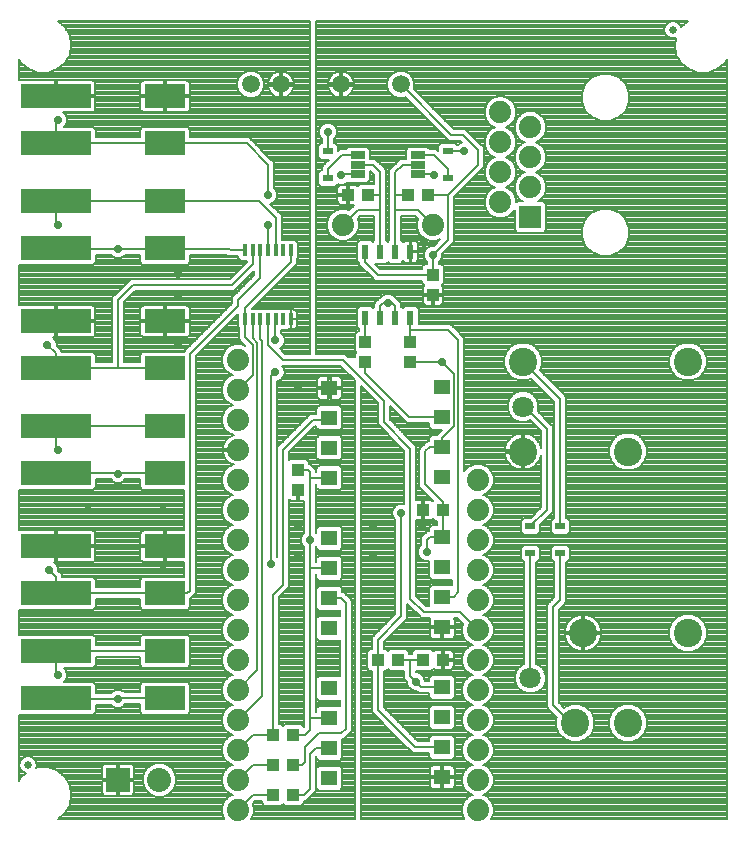
<source format=gtl>
G75*
%MOIN*%
%OFA0B0*%
%FSLAX25Y25*%
%IPPOS*%
%LPD*%
%AMOC8*
5,1,8,0,0,1.08239X$1,22.5*
%
%ADD10C,0.07400*%
%ADD11R,0.05512X0.05118*%
%ADD12R,0.02362X0.04724*%
%ADD13R,0.04331X0.03937*%
%ADD14C,0.05906*%
%ADD15R,0.03937X0.04331*%
%ADD16R,0.07400X0.07400*%
%ADD17C,0.09450*%
%ADD18C,0.07087*%
%ADD19R,0.05000X0.02500*%
%ADD20R,0.03268X0.02480*%
%ADD21R,0.13780X0.07874*%
%ADD22R,0.23622X0.07874*%
%ADD23R,0.08000X0.08000*%
%ADD24C,0.08000*%
%ADD25R,0.01200X0.03900*%
%ADD26C,0.02500*%
%ADD27C,0.00800*%
%ADD28C,0.00700*%
%ADD29C,0.02900*%
D10*
X0168333Y0040000D03*
X0168333Y0050000D03*
X0168333Y0060000D03*
X0168333Y0070000D03*
X0168333Y0080000D03*
X0168333Y0090000D03*
X0168333Y0100000D03*
X0168333Y0110000D03*
X0168333Y0120000D03*
X0168333Y0130000D03*
X0168333Y0140000D03*
X0168333Y0150000D03*
X0168333Y0160000D03*
X0168333Y0170000D03*
X0168333Y0180000D03*
X0168333Y0190000D03*
X0203333Y0235000D03*
X0233333Y0235000D03*
X0255833Y0242500D03*
X0265833Y0247500D03*
X0255833Y0252500D03*
X0265833Y0257500D03*
X0255833Y0262500D03*
X0265833Y0267500D03*
X0255833Y0272500D03*
X0248333Y0150000D03*
X0248333Y0140000D03*
X0248333Y0130000D03*
X0248333Y0120000D03*
X0248333Y0110000D03*
X0248333Y0100000D03*
X0248333Y0090000D03*
X0248333Y0080000D03*
X0248333Y0070000D03*
X0248333Y0060000D03*
X0248333Y0050000D03*
X0248333Y0040000D03*
D11*
X0236365Y0050866D03*
X0236365Y0060866D03*
X0236365Y0070866D03*
X0236365Y0080866D03*
X0236365Y0100866D03*
X0236365Y0110866D03*
X0236365Y0120866D03*
X0236365Y0130866D03*
X0236361Y0150909D03*
X0236361Y0160909D03*
X0236361Y0170909D03*
X0236361Y0180909D03*
X0198802Y0180634D03*
X0198802Y0170634D03*
X0198802Y0160634D03*
X0198802Y0150634D03*
X0198806Y0130591D03*
X0198806Y0120591D03*
X0198806Y0110591D03*
X0198806Y0100591D03*
X0198806Y0080591D03*
X0198806Y0070591D03*
X0198806Y0060591D03*
X0198806Y0050591D03*
D12*
X0210833Y0203976D03*
X0215833Y0203976D03*
X0220833Y0203976D03*
X0225833Y0203976D03*
X0225833Y0226024D03*
X0220833Y0226024D03*
X0215833Y0226024D03*
X0210833Y0226024D03*
D13*
X0211680Y0245000D03*
X0204987Y0245000D03*
X0224987Y0245000D03*
X0231680Y0245000D03*
X0229987Y0140000D03*
X0236680Y0140000D03*
X0236680Y0090000D03*
X0229987Y0090000D03*
X0221680Y0090000D03*
X0214987Y0090000D03*
X0186680Y0065000D03*
X0179987Y0065000D03*
X0179987Y0055000D03*
X0186680Y0055000D03*
X0186680Y0045000D03*
X0179987Y0045000D03*
D14*
X0182625Y0281811D03*
X0172625Y0281811D03*
X0202625Y0281811D03*
X0222625Y0281811D03*
D15*
X0233333Y0218346D03*
X0233333Y0211654D03*
X0225833Y0195846D03*
X0225833Y0189154D03*
X0210833Y0189154D03*
X0210833Y0195846D03*
X0188333Y0153346D03*
X0188333Y0146654D03*
D16*
X0265833Y0237500D03*
D17*
X0263333Y0189449D03*
X0263333Y0159449D03*
X0298333Y0159449D03*
X0318333Y0189449D03*
X0318333Y0098949D03*
X0283333Y0098949D03*
X0280833Y0068949D03*
X0298333Y0068949D03*
D18*
X0265833Y0083949D03*
X0263333Y0174449D03*
D19*
X0228333Y0251800D03*
X0228333Y0255000D03*
X0228333Y0258200D03*
X0208333Y0258200D03*
X0208333Y0255000D03*
X0208333Y0251800D03*
D20*
X0198333Y0250472D03*
X0198333Y0259528D03*
X0238333Y0259528D03*
X0238333Y0250472D03*
X0265833Y0134528D03*
X0265833Y0125472D03*
X0275833Y0125472D03*
X0275833Y0134528D03*
D21*
X0144003Y0127874D03*
X0144003Y0112126D03*
X0144003Y0092874D03*
X0144003Y0077126D03*
X0144003Y0152126D03*
X0144003Y0167874D03*
X0144003Y0187126D03*
X0144003Y0202874D03*
X0144003Y0227126D03*
X0144003Y0242874D03*
X0144003Y0262126D03*
X0144003Y0277874D03*
D22*
X0107585Y0277874D03*
X0107585Y0262126D03*
X0107585Y0242874D03*
X0107585Y0227126D03*
X0107585Y0202874D03*
X0107585Y0187126D03*
X0107585Y0167874D03*
X0107585Y0152126D03*
X0107585Y0127874D03*
X0107585Y0112126D03*
X0107585Y0092874D03*
X0107585Y0077126D03*
D23*
X0128333Y0050000D03*
D24*
X0142113Y0050000D03*
D25*
X0170656Y0203513D03*
X0173215Y0203513D03*
X0175774Y0203513D03*
X0178333Y0203513D03*
X0180892Y0203513D03*
X0183451Y0203513D03*
X0186010Y0203513D03*
X0186010Y0226487D03*
X0183451Y0226487D03*
X0180892Y0226487D03*
X0178333Y0226487D03*
X0175774Y0226487D03*
X0173215Y0226487D03*
X0170656Y0226487D03*
D26*
X0313333Y0300000D03*
X0098333Y0055000D03*
D27*
X0095333Y0049744D02*
X0095333Y0071589D01*
X0120059Y0071589D01*
X0120996Y0072526D01*
X0120996Y0075000D01*
X0126020Y0075000D01*
X0126606Y0074414D01*
X0127727Y0073950D01*
X0128940Y0073950D01*
X0130061Y0074414D01*
X0130773Y0075126D01*
X0135513Y0075126D01*
X0135513Y0072526D01*
X0136450Y0071589D01*
X0151555Y0071589D01*
X0152492Y0072526D01*
X0152492Y0081726D01*
X0151555Y0082663D01*
X0136450Y0082663D01*
X0135513Y0081726D01*
X0135513Y0079126D01*
X0130521Y0079126D01*
X0130061Y0079586D01*
X0128940Y0080050D01*
X0127727Y0080050D01*
X0126606Y0079586D01*
X0126020Y0079000D01*
X0120996Y0079000D01*
X0120996Y0081726D01*
X0120059Y0082663D01*
X0110310Y0082663D01*
X0110919Y0083272D01*
X0111383Y0084393D01*
X0111383Y0085607D01*
X0110919Y0086728D01*
X0110310Y0087337D01*
X0120059Y0087337D01*
X0120996Y0088274D01*
X0120996Y0090874D01*
X0135513Y0090874D01*
X0135513Y0088274D01*
X0136450Y0087337D01*
X0151555Y0087337D01*
X0152492Y0088274D01*
X0152492Y0097474D01*
X0151555Y0098411D01*
X0136450Y0098411D01*
X0135513Y0097474D01*
X0135513Y0094874D01*
X0120996Y0094874D01*
X0120996Y0097474D01*
X0120059Y0098411D01*
X0095333Y0098411D01*
X0095333Y0106589D01*
X0120059Y0106589D01*
X0120996Y0107526D01*
X0120996Y0110126D01*
X0135513Y0110126D01*
X0135513Y0107526D01*
X0136450Y0106589D01*
X0151555Y0106589D01*
X0152492Y0107526D01*
X0152492Y0110401D01*
X0153141Y0111050D01*
X0154283Y0112192D01*
X0154283Y0191192D01*
X0168456Y0205365D01*
X0168456Y0200900D01*
X0168656Y0200700D01*
X0168656Y0196849D01*
X0169828Y0195677D01*
X0170783Y0194722D01*
X0169388Y0195300D01*
X0167279Y0195300D01*
X0165331Y0194493D01*
X0163840Y0193002D01*
X0163033Y0191054D01*
X0163033Y0188946D01*
X0163840Y0186998D01*
X0165331Y0185507D01*
X0166555Y0185000D01*
X0165331Y0184493D01*
X0163840Y0183002D01*
X0163033Y0181054D01*
X0163033Y0178946D01*
X0163840Y0176998D01*
X0165331Y0175507D01*
X0166555Y0175000D01*
X0165331Y0174493D01*
X0163840Y0173002D01*
X0163033Y0171054D01*
X0163033Y0168946D01*
X0163840Y0166998D01*
X0165331Y0165507D01*
X0166846Y0164879D01*
X0166376Y0164726D01*
X0165660Y0164362D01*
X0165011Y0163890D01*
X0164443Y0163322D01*
X0163971Y0162673D01*
X0163607Y0161958D01*
X0163359Y0161194D01*
X0163233Y0160401D01*
X0163233Y0160400D01*
X0167933Y0160400D01*
X0167933Y0159600D01*
X0163233Y0159600D01*
X0163233Y0159599D01*
X0163359Y0158806D01*
X0163607Y0158042D01*
X0163971Y0157327D01*
X0164443Y0156678D01*
X0165011Y0156110D01*
X0165660Y0155638D01*
X0166376Y0155274D01*
X0166846Y0155121D01*
X0165331Y0154493D01*
X0163840Y0153002D01*
X0163033Y0151054D01*
X0163033Y0148946D01*
X0163840Y0146998D01*
X0165331Y0145507D01*
X0166555Y0145000D01*
X0165331Y0144493D01*
X0163840Y0143002D01*
X0163033Y0141054D01*
X0163033Y0138946D01*
X0163840Y0136998D01*
X0165331Y0135507D01*
X0166555Y0135000D01*
X0165331Y0134493D01*
X0163840Y0133002D01*
X0163033Y0131054D01*
X0163033Y0128946D01*
X0163840Y0126998D01*
X0165331Y0125507D01*
X0166555Y0125000D01*
X0165331Y0124493D01*
X0163840Y0123002D01*
X0163033Y0121054D01*
X0163033Y0118946D01*
X0163840Y0116998D01*
X0165331Y0115507D01*
X0166555Y0115000D01*
X0165331Y0114493D01*
X0163840Y0113002D01*
X0163033Y0111054D01*
X0163033Y0108946D01*
X0163840Y0106998D01*
X0165331Y0105507D01*
X0166555Y0105000D01*
X0165331Y0104493D01*
X0163840Y0103002D01*
X0163033Y0101054D01*
X0163033Y0098946D01*
X0163840Y0096998D01*
X0165331Y0095507D01*
X0166555Y0095000D01*
X0165331Y0094493D01*
X0163840Y0093002D01*
X0163033Y0091054D01*
X0163033Y0088946D01*
X0163840Y0086998D01*
X0165331Y0085507D01*
X0166555Y0085000D01*
X0165331Y0084493D01*
X0163840Y0083002D01*
X0163033Y0081054D01*
X0163033Y0078946D01*
X0163840Y0076998D01*
X0165331Y0075507D01*
X0166555Y0075000D01*
X0165331Y0074493D01*
X0163840Y0073002D01*
X0163033Y0071054D01*
X0163033Y0068946D01*
X0163840Y0066998D01*
X0165331Y0065507D01*
X0166555Y0065000D01*
X0165331Y0064493D01*
X0163840Y0063002D01*
X0163033Y0061054D01*
X0163033Y0058946D01*
X0163840Y0056998D01*
X0165331Y0055507D01*
X0166555Y0055000D01*
X0165331Y0054493D01*
X0163840Y0053002D01*
X0163033Y0051054D01*
X0163033Y0048946D01*
X0163840Y0046998D01*
X0165331Y0045507D01*
X0166555Y0045000D01*
X0165331Y0044493D01*
X0163840Y0043002D01*
X0163033Y0041054D01*
X0163033Y0038946D01*
X0163839Y0037000D01*
X0108267Y0037000D01*
X0110567Y0038930D01*
X0112207Y0041770D01*
X0112207Y0041770D01*
X0112777Y0045000D01*
X0112207Y0048230D01*
X0110567Y0051070D01*
X0108055Y0053178D01*
X0104973Y0054300D01*
X0101693Y0054300D01*
X0101028Y0054058D01*
X0101183Y0054433D01*
X0101183Y0055567D01*
X0100749Y0056614D01*
X0099948Y0057416D01*
X0098900Y0057850D01*
X0097766Y0057850D01*
X0096719Y0057416D01*
X0095917Y0056614D01*
X0095483Y0055567D01*
X0095483Y0054433D01*
X0095917Y0053386D01*
X0096719Y0052584D01*
X0097512Y0052255D01*
X0096099Y0051070D01*
X0095333Y0049744D01*
X0095333Y0050172D02*
X0095581Y0050172D01*
X0095333Y0050970D02*
X0096042Y0050970D01*
X0096099Y0051070D02*
X0096099Y0051070D01*
X0096099Y0051070D01*
X0095333Y0051769D02*
X0096932Y0051769D01*
X0096759Y0052567D02*
X0095333Y0052567D01*
X0095333Y0053366D02*
X0095937Y0053366D01*
X0095595Y0054164D02*
X0095333Y0054164D01*
X0095333Y0054963D02*
X0095483Y0054963D01*
X0095564Y0055761D02*
X0095333Y0055761D01*
X0095333Y0056560D02*
X0095895Y0056560D01*
X0095333Y0057358D02*
X0096661Y0057358D01*
X0095333Y0058157D02*
X0163360Y0058157D01*
X0163033Y0058955D02*
X0095333Y0058955D01*
X0095333Y0059754D02*
X0163033Y0059754D01*
X0163033Y0060552D02*
X0095333Y0060552D01*
X0095333Y0061351D02*
X0163156Y0061351D01*
X0163487Y0062149D02*
X0095333Y0062149D01*
X0095333Y0062948D02*
X0163818Y0062948D01*
X0164584Y0063746D02*
X0095333Y0063746D01*
X0095333Y0064545D02*
X0165456Y0064545D01*
X0165726Y0065343D02*
X0095333Y0065343D01*
X0095333Y0066142D02*
X0164696Y0066142D01*
X0163898Y0066940D02*
X0095333Y0066940D01*
X0095333Y0067739D02*
X0163533Y0067739D01*
X0163202Y0068537D02*
X0095333Y0068537D01*
X0095333Y0069336D02*
X0163033Y0069336D01*
X0163033Y0070134D02*
X0095333Y0070134D01*
X0095333Y0070933D02*
X0163033Y0070933D01*
X0163314Y0071732D02*
X0151698Y0071732D01*
X0152492Y0072530D02*
X0163645Y0072530D01*
X0164167Y0073329D02*
X0152492Y0073329D01*
X0152492Y0074127D02*
X0164965Y0074127D01*
X0165114Y0075724D02*
X0152492Y0075724D01*
X0152492Y0074926D02*
X0166375Y0074926D01*
X0164315Y0076523D02*
X0152492Y0076523D01*
X0152492Y0077321D02*
X0163706Y0077321D01*
X0163376Y0078120D02*
X0152492Y0078120D01*
X0152492Y0078918D02*
X0163045Y0078918D01*
X0163033Y0079717D02*
X0152492Y0079717D01*
X0152492Y0080515D02*
X0163033Y0080515D01*
X0163141Y0081314D02*
X0152492Y0081314D01*
X0152106Y0082112D02*
X0163472Y0082112D01*
X0163802Y0082911D02*
X0110557Y0082911D01*
X0111100Y0083709D02*
X0164547Y0083709D01*
X0165366Y0084508D02*
X0111383Y0084508D01*
X0111383Y0085306D02*
X0165816Y0085306D01*
X0164733Y0086105D02*
X0111177Y0086105D01*
X0110743Y0086903D02*
X0163935Y0086903D01*
X0163549Y0087702D02*
X0151920Y0087702D01*
X0152492Y0088500D02*
X0163218Y0088500D01*
X0163033Y0089299D02*
X0152492Y0089299D01*
X0152492Y0090097D02*
X0163033Y0090097D01*
X0163033Y0090896D02*
X0152492Y0090896D01*
X0152492Y0091694D02*
X0163298Y0091694D01*
X0163629Y0092493D02*
X0152492Y0092493D01*
X0152492Y0093291D02*
X0164129Y0093291D01*
X0164928Y0094090D02*
X0152492Y0094090D01*
X0152492Y0094888D02*
X0166285Y0094888D01*
X0165151Y0095687D02*
X0152492Y0095687D01*
X0152492Y0096485D02*
X0164353Y0096485D01*
X0163722Y0097284D02*
X0152492Y0097284D01*
X0151884Y0098082D02*
X0163391Y0098082D01*
X0163060Y0098881D02*
X0095333Y0098881D01*
X0095333Y0099679D02*
X0163033Y0099679D01*
X0163033Y0100478D02*
X0095333Y0100478D01*
X0095333Y0101276D02*
X0163125Y0101276D01*
X0163456Y0102075D02*
X0095333Y0102075D01*
X0095333Y0102873D02*
X0163787Y0102873D01*
X0164510Y0103672D02*
X0095333Y0103672D01*
X0095333Y0104470D02*
X0165308Y0104470D01*
X0165905Y0105269D02*
X0095333Y0105269D01*
X0095333Y0106068D02*
X0164770Y0106068D01*
X0163972Y0106866D02*
X0151832Y0106866D01*
X0152492Y0107665D02*
X0163564Y0107665D01*
X0163233Y0108463D02*
X0152492Y0108463D01*
X0152492Y0109262D02*
X0163033Y0109262D01*
X0163033Y0110060D02*
X0152492Y0110060D01*
X0152950Y0110859D02*
X0163033Y0110859D01*
X0163283Y0111657D02*
X0153748Y0111657D01*
X0154283Y0112456D02*
X0163614Y0112456D01*
X0164092Y0113254D02*
X0154283Y0113254D01*
X0154283Y0114053D02*
X0164891Y0114053D01*
X0166195Y0114851D02*
X0154283Y0114851D01*
X0154283Y0115650D02*
X0165188Y0115650D01*
X0164390Y0116448D02*
X0154283Y0116448D01*
X0154283Y0117247D02*
X0163737Y0117247D01*
X0163406Y0118045D02*
X0154283Y0118045D01*
X0154283Y0118844D02*
X0163076Y0118844D01*
X0163033Y0119642D02*
X0154283Y0119642D01*
X0154283Y0120441D02*
X0163033Y0120441D01*
X0163110Y0121239D02*
X0154283Y0121239D01*
X0154283Y0122038D02*
X0163441Y0122038D01*
X0163771Y0122836D02*
X0154283Y0122836D01*
X0154283Y0123635D02*
X0164473Y0123635D01*
X0165271Y0124433D02*
X0154283Y0124433D01*
X0154283Y0125232D02*
X0165995Y0125232D01*
X0164808Y0126030D02*
X0154283Y0126030D01*
X0154283Y0126829D02*
X0164009Y0126829D01*
X0163579Y0127627D02*
X0154283Y0127627D01*
X0154283Y0128426D02*
X0163249Y0128426D01*
X0163033Y0129224D02*
X0154283Y0129224D01*
X0154283Y0130023D02*
X0163033Y0130023D01*
X0163033Y0130821D02*
X0154283Y0130821D01*
X0154283Y0131620D02*
X0163268Y0131620D01*
X0163598Y0132418D02*
X0154283Y0132418D01*
X0154283Y0133217D02*
X0164055Y0133217D01*
X0164853Y0134015D02*
X0154283Y0134015D01*
X0154283Y0134814D02*
X0166106Y0134814D01*
X0165226Y0135612D02*
X0154283Y0135612D01*
X0154283Y0136411D02*
X0164427Y0136411D01*
X0163753Y0137209D02*
X0154283Y0137209D01*
X0154283Y0138008D02*
X0163422Y0138008D01*
X0163091Y0138806D02*
X0154283Y0138806D01*
X0154283Y0139605D02*
X0163033Y0139605D01*
X0163033Y0140403D02*
X0154283Y0140403D01*
X0154283Y0141202D02*
X0163095Y0141202D01*
X0163425Y0142001D02*
X0154283Y0142001D01*
X0154283Y0142799D02*
X0163756Y0142799D01*
X0164436Y0143598D02*
X0154283Y0143598D01*
X0154283Y0144396D02*
X0165234Y0144396D01*
X0166085Y0145195D02*
X0154283Y0145195D01*
X0154283Y0145993D02*
X0164845Y0145993D01*
X0164046Y0146792D02*
X0154283Y0146792D01*
X0154283Y0147590D02*
X0163595Y0147590D01*
X0163264Y0148389D02*
X0154283Y0148389D01*
X0154283Y0149187D02*
X0163033Y0149187D01*
X0163033Y0149986D02*
X0154283Y0149986D01*
X0154283Y0150784D02*
X0163033Y0150784D01*
X0163252Y0151583D02*
X0154283Y0151583D01*
X0154283Y0152381D02*
X0163583Y0152381D01*
X0164018Y0153180D02*
X0154283Y0153180D01*
X0154283Y0153978D02*
X0164816Y0153978D01*
X0166016Y0154777D02*
X0154283Y0154777D01*
X0154283Y0155575D02*
X0165784Y0155575D01*
X0164747Y0156374D02*
X0154283Y0156374D01*
X0154283Y0157172D02*
X0164084Y0157172D01*
X0163643Y0157971D02*
X0154283Y0157971D01*
X0154283Y0158769D02*
X0163371Y0158769D01*
X0163238Y0159568D02*
X0154283Y0159568D01*
X0154283Y0160366D02*
X0167933Y0160366D01*
X0164681Y0163560D02*
X0154283Y0163560D01*
X0154283Y0162762D02*
X0164036Y0162762D01*
X0163610Y0161963D02*
X0154283Y0161963D01*
X0154283Y0161165D02*
X0163354Y0161165D01*
X0165656Y0164359D02*
X0154283Y0164359D01*
X0154283Y0165157D02*
X0166175Y0165157D01*
X0164882Y0165956D02*
X0154283Y0165956D01*
X0154283Y0166754D02*
X0164084Y0166754D01*
X0163610Y0167553D02*
X0154283Y0167553D01*
X0154283Y0168351D02*
X0163280Y0168351D01*
X0163033Y0169150D02*
X0154283Y0169150D01*
X0154283Y0169948D02*
X0163033Y0169948D01*
X0163033Y0170747D02*
X0154283Y0170747D01*
X0154283Y0171545D02*
X0163237Y0171545D01*
X0163568Y0172344D02*
X0154283Y0172344D01*
X0154283Y0173142D02*
X0163980Y0173142D01*
X0164779Y0173941D02*
X0154283Y0173941D01*
X0154283Y0174739D02*
X0165926Y0174739D01*
X0165300Y0175538D02*
X0154283Y0175538D01*
X0154283Y0176337D02*
X0164501Y0176337D01*
X0163783Y0177135D02*
X0154283Y0177135D01*
X0154283Y0177934D02*
X0163453Y0177934D01*
X0163122Y0178732D02*
X0154283Y0178732D01*
X0154283Y0179531D02*
X0163033Y0179531D01*
X0163033Y0180329D02*
X0154283Y0180329D01*
X0154283Y0181128D02*
X0163064Y0181128D01*
X0163394Y0181926D02*
X0154283Y0181926D01*
X0154283Y0182725D02*
X0163725Y0182725D01*
X0164361Y0183523D02*
X0154283Y0183523D01*
X0154283Y0184322D02*
X0165160Y0184322D01*
X0166265Y0185120D02*
X0154283Y0185120D01*
X0154283Y0185919D02*
X0164919Y0185919D01*
X0164121Y0186717D02*
X0154283Y0186717D01*
X0154283Y0187516D02*
X0163626Y0187516D01*
X0163295Y0188314D02*
X0154283Y0188314D01*
X0154283Y0189113D02*
X0163033Y0189113D01*
X0163033Y0189911D02*
X0154283Y0189911D01*
X0154283Y0190710D02*
X0163033Y0190710D01*
X0163221Y0191508D02*
X0154599Y0191508D01*
X0155398Y0192307D02*
X0163552Y0192307D01*
X0163943Y0193105D02*
X0156196Y0193105D01*
X0156995Y0193904D02*
X0164742Y0193904D01*
X0165836Y0194702D02*
X0157793Y0194702D01*
X0158592Y0195501D02*
X0170004Y0195501D01*
X0169206Y0196299D02*
X0159390Y0196299D01*
X0160189Y0197098D02*
X0168656Y0197098D01*
X0168656Y0197896D02*
X0160987Y0197896D01*
X0161786Y0198695D02*
X0168656Y0198695D01*
X0168656Y0199493D02*
X0162584Y0199493D01*
X0163383Y0200292D02*
X0168656Y0200292D01*
X0168456Y0201090D02*
X0164181Y0201090D01*
X0164980Y0201889D02*
X0168456Y0201889D01*
X0168456Y0202687D02*
X0165778Y0202687D01*
X0166577Y0203486D02*
X0168456Y0203486D01*
X0168456Y0204284D02*
X0167375Y0204284D01*
X0168174Y0205083D02*
X0168456Y0205083D01*
X0170656Y0203513D02*
X0170656Y0197677D01*
X0173333Y0195000D01*
X0173333Y0185000D01*
X0168333Y0180000D01*
X0179333Y0184500D02*
X0180833Y0186000D01*
X0179333Y0184500D02*
X0179333Y0122000D01*
X0181333Y0124313D02*
X0181333Y0124313D01*
X0181333Y0160828D01*
X0182505Y0162000D01*
X0192505Y0172000D01*
X0194446Y0172000D01*
X0194446Y0173856D01*
X0195383Y0174793D01*
X0202220Y0174793D01*
X0203158Y0173856D01*
X0203158Y0167412D01*
X0202220Y0166475D01*
X0195383Y0166475D01*
X0194446Y0167412D01*
X0194446Y0168000D01*
X0194162Y0168000D01*
X0185333Y0159172D01*
X0185333Y0156743D01*
X0185702Y0157112D01*
X0190965Y0157112D01*
X0191902Y0156175D01*
X0191902Y0155346D01*
X0192315Y0155346D01*
X0192412Y0155250D01*
X0193162Y0154500D01*
X0194333Y0153328D01*
X0194333Y0152634D01*
X0194446Y0152634D01*
X0194446Y0153856D01*
X0195383Y0154793D01*
X0202220Y0154793D01*
X0203158Y0153856D01*
X0203158Y0147412D01*
X0202220Y0146475D01*
X0195383Y0146475D01*
X0194446Y0147412D01*
X0194446Y0148634D01*
X0194333Y0148634D01*
X0194333Y0132313D01*
X0194450Y0132197D01*
X0194450Y0133812D01*
X0195387Y0134750D01*
X0202224Y0134750D01*
X0203162Y0133812D01*
X0203162Y0127369D01*
X0202224Y0126431D01*
X0195387Y0126431D01*
X0194450Y0127369D01*
X0194450Y0127803D01*
X0194333Y0127687D01*
X0194333Y0122500D01*
X0194450Y0122500D01*
X0194450Y0123812D01*
X0195387Y0124750D01*
X0202224Y0124750D01*
X0203162Y0123812D01*
X0203162Y0117369D01*
X0202224Y0116431D01*
X0195387Y0116431D01*
X0194450Y0117369D01*
X0194450Y0118500D01*
X0194333Y0118500D01*
X0194333Y0072500D01*
X0194450Y0072500D01*
X0194450Y0073812D01*
X0195387Y0074750D01*
X0202224Y0074750D01*
X0202333Y0074641D01*
X0202333Y0076540D01*
X0202224Y0076431D01*
X0195387Y0076431D01*
X0194450Y0077369D01*
X0194450Y0083812D01*
X0195387Y0084750D01*
X0202224Y0084750D01*
X0202333Y0084641D01*
X0202333Y0096540D01*
X0202224Y0096431D01*
X0195387Y0096431D01*
X0194450Y0097369D01*
X0194450Y0103812D01*
X0195387Y0104750D01*
X0202224Y0104750D01*
X0202333Y0104641D01*
X0202333Y0106540D01*
X0202224Y0106431D01*
X0195387Y0106431D01*
X0194450Y0107369D01*
X0194450Y0113812D01*
X0195387Y0114750D01*
X0202224Y0114750D01*
X0203162Y0113812D01*
X0203162Y0112591D01*
X0203571Y0112591D01*
X0206333Y0109828D01*
X0206333Y0066172D01*
X0205162Y0065000D01*
X0203662Y0063500D01*
X0203162Y0063500D01*
X0203162Y0057369D01*
X0202224Y0056431D01*
X0195387Y0056431D01*
X0194450Y0057369D01*
X0194450Y0057788D01*
X0194333Y0057672D01*
X0194333Y0046172D01*
X0192333Y0044172D01*
X0191162Y0043000D01*
X0190445Y0043000D01*
X0190445Y0042369D01*
X0189508Y0041431D01*
X0183852Y0041431D01*
X0183333Y0041950D01*
X0182815Y0041431D01*
X0177159Y0041431D01*
X0176222Y0042369D01*
X0176222Y0043000D01*
X0174162Y0043000D01*
X0173218Y0042056D01*
X0173633Y0041054D01*
X0173633Y0038946D01*
X0172827Y0037000D01*
X0207333Y0037000D01*
X0207333Y0183172D01*
X0202505Y0188000D01*
X0189471Y0188000D01*
X0189421Y0188050D01*
X0183097Y0188050D01*
X0183419Y0187728D01*
X0183883Y0186607D01*
X0183883Y0185393D01*
X0183419Y0184272D01*
X0182561Y0183414D01*
X0181440Y0182950D01*
X0181333Y0182950D01*
X0181333Y0124313D01*
X0181333Y0124433D02*
X0181333Y0124433D01*
X0181333Y0125232D02*
X0181333Y0125232D01*
X0181333Y0126030D02*
X0181333Y0126030D01*
X0181333Y0126829D02*
X0181333Y0126829D01*
X0181333Y0127627D02*
X0181333Y0127627D01*
X0181333Y0128426D02*
X0181333Y0128426D01*
X0181333Y0129224D02*
X0181333Y0129224D01*
X0181333Y0130023D02*
X0181333Y0130023D01*
X0181333Y0130821D02*
X0181333Y0130821D01*
X0181333Y0131620D02*
X0181333Y0131620D01*
X0181333Y0132418D02*
X0181333Y0132418D01*
X0181333Y0133217D02*
X0181333Y0133217D01*
X0181333Y0134015D02*
X0181333Y0134015D01*
X0181333Y0134814D02*
X0181333Y0134814D01*
X0181333Y0135612D02*
X0181333Y0135612D01*
X0181333Y0136411D02*
X0181333Y0136411D01*
X0181333Y0137209D02*
X0181333Y0137209D01*
X0181333Y0138008D02*
X0181333Y0138008D01*
X0181333Y0138806D02*
X0181333Y0138806D01*
X0181333Y0139605D02*
X0181333Y0139605D01*
X0181333Y0140403D02*
X0181333Y0140403D01*
X0181333Y0141202D02*
X0181333Y0141202D01*
X0181333Y0142001D02*
X0181333Y0142001D01*
X0181333Y0142799D02*
X0181333Y0142799D01*
X0181333Y0143598D02*
X0181333Y0143598D01*
X0181333Y0144396D02*
X0181333Y0144396D01*
X0181333Y0145195D02*
X0181333Y0145195D01*
X0181333Y0145993D02*
X0181333Y0145993D01*
X0181333Y0146792D02*
X0181333Y0146792D01*
X0181333Y0147590D02*
X0181333Y0147590D01*
X0181333Y0148389D02*
X0181333Y0148389D01*
X0181333Y0149187D02*
X0181333Y0149187D01*
X0181333Y0149986D02*
X0181333Y0149986D01*
X0181333Y0150784D02*
X0181333Y0150784D01*
X0181333Y0151583D02*
X0181333Y0151583D01*
X0181333Y0152381D02*
X0181333Y0152381D01*
X0181333Y0153180D02*
X0181333Y0153180D01*
X0181333Y0153978D02*
X0181333Y0153978D01*
X0181333Y0154777D02*
X0181333Y0154777D01*
X0181333Y0155575D02*
X0181333Y0155575D01*
X0181333Y0156374D02*
X0181333Y0156374D01*
X0181333Y0157172D02*
X0181333Y0157172D01*
X0181333Y0157971D02*
X0181333Y0157971D01*
X0181333Y0158769D02*
X0181333Y0158769D01*
X0181333Y0159568D02*
X0181333Y0159568D01*
X0181333Y0160366D02*
X0181333Y0160366D01*
X0181333Y0161165D02*
X0181670Y0161165D01*
X0181333Y0161963D02*
X0182468Y0161963D01*
X0183267Y0162762D02*
X0181333Y0162762D01*
X0181333Y0163560D02*
X0184065Y0163560D01*
X0184864Y0164359D02*
X0181333Y0164359D01*
X0181333Y0165157D02*
X0185662Y0165157D01*
X0186461Y0165956D02*
X0181333Y0165956D01*
X0181333Y0166754D02*
X0187259Y0166754D01*
X0188058Y0167553D02*
X0181333Y0167553D01*
X0181333Y0168351D02*
X0188856Y0168351D01*
X0189655Y0169150D02*
X0181333Y0169150D01*
X0181333Y0169948D02*
X0190453Y0169948D01*
X0191252Y0170747D02*
X0181333Y0170747D01*
X0181333Y0171545D02*
X0192050Y0171545D01*
X0193333Y0170000D02*
X0183333Y0160000D01*
X0183333Y0115000D01*
X0179987Y0111654D01*
X0179987Y0065000D01*
X0173333Y0065000D01*
X0168333Y0060000D01*
X0164278Y0056560D02*
X0100772Y0056560D01*
X0101103Y0055761D02*
X0165077Y0055761D01*
X0165002Y0054164D02*
X0145868Y0054164D01*
X0145285Y0054747D02*
X0143227Y0055600D01*
X0140999Y0055600D01*
X0138941Y0054747D01*
X0137365Y0053172D01*
X0136513Y0051114D01*
X0136513Y0048886D01*
X0137365Y0046828D01*
X0138941Y0045253D01*
X0140999Y0044400D01*
X0143227Y0044400D01*
X0145285Y0045253D01*
X0146860Y0046828D01*
X0147713Y0048886D01*
X0147713Y0051114D01*
X0146860Y0053172D01*
X0145285Y0054747D01*
X0144765Y0054963D02*
X0166465Y0054963D01*
X0164204Y0053366D02*
X0146667Y0053366D01*
X0147111Y0052567D02*
X0163660Y0052567D01*
X0163329Y0051769D02*
X0147442Y0051769D01*
X0147713Y0050970D02*
X0163033Y0050970D01*
X0163033Y0050172D02*
X0147713Y0050172D01*
X0147713Y0049373D02*
X0163033Y0049373D01*
X0163187Y0048575D02*
X0147584Y0048575D01*
X0147253Y0047776D02*
X0163518Y0047776D01*
X0163860Y0046978D02*
X0146922Y0046978D01*
X0146212Y0046179D02*
X0164659Y0046179D01*
X0165636Y0045381D02*
X0145413Y0045381D01*
X0143666Y0044582D02*
X0165546Y0044582D01*
X0164622Y0043784D02*
X0112562Y0043784D01*
X0112703Y0044582D02*
X0140559Y0044582D01*
X0138813Y0045381D02*
X0133592Y0045381D01*
X0133638Y0045460D02*
X0133733Y0045816D01*
X0133733Y0049600D01*
X0128733Y0049600D01*
X0128733Y0044600D01*
X0132518Y0044600D01*
X0132874Y0044695D01*
X0133193Y0044880D01*
X0133454Y0045140D01*
X0133638Y0045460D01*
X0133733Y0046179D02*
X0138014Y0046179D01*
X0137303Y0046978D02*
X0133733Y0046978D01*
X0133733Y0047776D02*
X0136973Y0047776D01*
X0136642Y0048575D02*
X0133733Y0048575D01*
X0133733Y0049373D02*
X0136513Y0049373D01*
X0136513Y0050172D02*
X0128733Y0050172D01*
X0128733Y0050400D02*
X0133733Y0050400D01*
X0133733Y0054184D01*
X0133638Y0054540D01*
X0133454Y0054860D01*
X0133193Y0055120D01*
X0132874Y0055305D01*
X0132518Y0055400D01*
X0128733Y0055400D01*
X0128733Y0050400D01*
X0127933Y0050400D01*
X0127933Y0049600D01*
X0122933Y0049600D01*
X0122933Y0045816D01*
X0123029Y0045460D01*
X0123213Y0045140D01*
X0123474Y0044880D01*
X0123793Y0044695D01*
X0124149Y0044600D01*
X0127933Y0044600D01*
X0127933Y0049600D01*
X0128733Y0049600D01*
X0128733Y0050400D01*
X0128733Y0050970D02*
X0127933Y0050970D01*
X0127933Y0050400D02*
X0127933Y0055400D01*
X0124149Y0055400D01*
X0123793Y0055305D01*
X0123474Y0055120D01*
X0123213Y0054860D01*
X0123029Y0054540D01*
X0122933Y0054184D01*
X0122933Y0050400D01*
X0127933Y0050400D01*
X0127933Y0050172D02*
X0111086Y0050172D01*
X0110625Y0050970D02*
X0122933Y0050970D01*
X0122933Y0051769D02*
X0109735Y0051769D01*
X0110567Y0051070D02*
X0110567Y0051070D01*
X0111547Y0049373D02*
X0122933Y0049373D01*
X0122933Y0048575D02*
X0112008Y0048575D01*
X0112207Y0048230D02*
X0112207Y0048230D01*
X0112287Y0047776D02*
X0122933Y0047776D01*
X0122933Y0046978D02*
X0112428Y0046978D01*
X0112569Y0046179D02*
X0122933Y0046179D01*
X0123074Y0045381D02*
X0112710Y0045381D01*
X0112777Y0045000D02*
X0112777Y0045000D01*
X0112421Y0042985D02*
X0163833Y0042985D01*
X0163502Y0042187D02*
X0112281Y0042187D01*
X0111987Y0041388D02*
X0163172Y0041388D01*
X0163033Y0040590D02*
X0111526Y0040590D01*
X0111065Y0039791D02*
X0163033Y0039791D01*
X0163033Y0038993D02*
X0110604Y0038993D01*
X0110567Y0038930D02*
X0110567Y0038930D01*
X0110567Y0038930D01*
X0109691Y0038194D02*
X0163345Y0038194D01*
X0163675Y0037396D02*
X0108739Y0037396D01*
X0108783Y0052567D02*
X0122933Y0052567D01*
X0122933Y0053366D02*
X0107540Y0053366D01*
X0108055Y0053178D02*
X0108055Y0053178D01*
X0105346Y0054164D02*
X0122933Y0054164D01*
X0123316Y0054963D02*
X0101183Y0054963D01*
X0101072Y0054164D02*
X0101321Y0054164D01*
X0100005Y0057358D02*
X0163691Y0057358D01*
X0168333Y0050000D02*
X0173333Y0055000D01*
X0179987Y0055000D01*
X0186680Y0055000D02*
X0189833Y0055000D01*
X0190833Y0056000D01*
X0190833Y0061000D01*
X0195333Y0065500D01*
X0202833Y0065500D01*
X0204333Y0067000D01*
X0204333Y0109000D01*
X0202743Y0110591D01*
X0198806Y0110591D01*
X0194450Y0110859D02*
X0194333Y0110859D01*
X0194333Y0111657D02*
X0194450Y0111657D01*
X0194450Y0112456D02*
X0194333Y0112456D01*
X0194333Y0113254D02*
X0194450Y0113254D01*
X0194333Y0114053D02*
X0194690Y0114053D01*
X0194333Y0114851D02*
X0207333Y0114851D01*
X0207333Y0114053D02*
X0202921Y0114053D01*
X0203162Y0113254D02*
X0207333Y0113254D01*
X0207333Y0112456D02*
X0203706Y0112456D01*
X0204505Y0111657D02*
X0207333Y0111657D01*
X0207333Y0110859D02*
X0205303Y0110859D01*
X0206102Y0110060D02*
X0207333Y0110060D01*
X0207333Y0109262D02*
X0206333Y0109262D01*
X0206333Y0108463D02*
X0207333Y0108463D01*
X0207333Y0107665D02*
X0206333Y0107665D01*
X0206333Y0106866D02*
X0207333Y0106866D01*
X0207333Y0106068D02*
X0206333Y0106068D01*
X0206333Y0105269D02*
X0207333Y0105269D01*
X0207333Y0104470D02*
X0206333Y0104470D01*
X0206333Y0103672D02*
X0207333Y0103672D01*
X0207333Y0102873D02*
X0206333Y0102873D01*
X0206333Y0102075D02*
X0207333Y0102075D01*
X0207333Y0101276D02*
X0206333Y0101276D01*
X0206333Y0100478D02*
X0207333Y0100478D01*
X0207333Y0099679D02*
X0206333Y0099679D01*
X0206333Y0098881D02*
X0207333Y0098881D01*
X0207333Y0098082D02*
X0206333Y0098082D01*
X0206333Y0097284D02*
X0207333Y0097284D01*
X0207333Y0096485D02*
X0206333Y0096485D01*
X0206333Y0095687D02*
X0207333Y0095687D01*
X0207333Y0094888D02*
X0206333Y0094888D01*
X0206333Y0094090D02*
X0207333Y0094090D01*
X0207333Y0093291D02*
X0206333Y0093291D01*
X0206333Y0092493D02*
X0207333Y0092493D01*
X0207333Y0091694D02*
X0206333Y0091694D01*
X0206333Y0090896D02*
X0207333Y0090896D01*
X0207333Y0090097D02*
X0206333Y0090097D01*
X0206333Y0089299D02*
X0207333Y0089299D01*
X0207333Y0088500D02*
X0206333Y0088500D01*
X0206333Y0087702D02*
X0207333Y0087702D01*
X0207333Y0086903D02*
X0206333Y0086903D01*
X0206333Y0086105D02*
X0207333Y0086105D01*
X0207333Y0085306D02*
X0206333Y0085306D01*
X0206333Y0084508D02*
X0207333Y0084508D01*
X0207333Y0083709D02*
X0206333Y0083709D01*
X0206333Y0082911D02*
X0207333Y0082911D01*
X0207333Y0082112D02*
X0206333Y0082112D01*
X0206333Y0081314D02*
X0207333Y0081314D01*
X0207333Y0080515D02*
X0206333Y0080515D01*
X0206333Y0079717D02*
X0207333Y0079717D01*
X0207333Y0078918D02*
X0206333Y0078918D01*
X0206333Y0078120D02*
X0207333Y0078120D01*
X0207333Y0077321D02*
X0206333Y0077321D01*
X0206333Y0076523D02*
X0207333Y0076523D01*
X0207333Y0075724D02*
X0206333Y0075724D01*
X0206333Y0074926D02*
X0207333Y0074926D01*
X0207333Y0074127D02*
X0206333Y0074127D01*
X0206333Y0073329D02*
X0207333Y0073329D01*
X0207333Y0072530D02*
X0206333Y0072530D01*
X0206333Y0071732D02*
X0207333Y0071732D01*
X0207333Y0070933D02*
X0206333Y0070933D01*
X0206333Y0070134D02*
X0207333Y0070134D01*
X0207333Y0069336D02*
X0206333Y0069336D01*
X0206333Y0068537D02*
X0207333Y0068537D01*
X0207333Y0067739D02*
X0206333Y0067739D01*
X0206333Y0066940D02*
X0207333Y0066940D01*
X0207333Y0066142D02*
X0206304Y0066142D01*
X0205505Y0065343D02*
X0207333Y0065343D01*
X0207333Y0064545D02*
X0204707Y0064545D01*
X0203908Y0063746D02*
X0207333Y0063746D01*
X0207333Y0062948D02*
X0203162Y0062948D01*
X0203162Y0062149D02*
X0207333Y0062149D01*
X0207333Y0061351D02*
X0203162Y0061351D01*
X0203162Y0060552D02*
X0207333Y0060552D01*
X0207333Y0059754D02*
X0203162Y0059754D01*
X0203162Y0058955D02*
X0207333Y0058955D01*
X0207333Y0058157D02*
X0203162Y0058157D01*
X0203151Y0057358D02*
X0207333Y0057358D01*
X0207333Y0056560D02*
X0202353Y0056560D01*
X0202224Y0054750D02*
X0195387Y0054750D01*
X0194450Y0053812D01*
X0194450Y0047369D01*
X0195387Y0046431D01*
X0202224Y0046431D01*
X0203162Y0047369D01*
X0203162Y0053812D01*
X0202224Y0054750D01*
X0202810Y0054164D02*
X0207333Y0054164D01*
X0207333Y0053366D02*
X0203162Y0053366D01*
X0203162Y0052567D02*
X0207333Y0052567D01*
X0207333Y0051769D02*
X0203162Y0051769D01*
X0203162Y0050970D02*
X0207333Y0050970D01*
X0207333Y0050172D02*
X0203162Y0050172D01*
X0203162Y0049373D02*
X0207333Y0049373D01*
X0207333Y0048575D02*
X0203162Y0048575D01*
X0203162Y0047776D02*
X0207333Y0047776D01*
X0207333Y0046978D02*
X0202771Y0046978D01*
X0207333Y0046179D02*
X0194333Y0046179D01*
X0194333Y0046978D02*
X0194841Y0046978D01*
X0194450Y0047776D02*
X0194333Y0047776D01*
X0194333Y0048575D02*
X0194450Y0048575D01*
X0194450Y0049373D02*
X0194333Y0049373D01*
X0194333Y0050172D02*
X0194450Y0050172D01*
X0194450Y0050970D02*
X0194333Y0050970D01*
X0194333Y0051769D02*
X0194450Y0051769D01*
X0194450Y0052567D02*
X0194333Y0052567D01*
X0194333Y0053366D02*
X0194450Y0053366D01*
X0194333Y0054164D02*
X0194802Y0054164D01*
X0194333Y0054963D02*
X0207333Y0054963D01*
X0207333Y0055761D02*
X0194333Y0055761D01*
X0194333Y0056560D02*
X0195259Y0056560D01*
X0194460Y0057358D02*
X0194333Y0057358D01*
X0192333Y0058500D02*
X0194424Y0060591D01*
X0198806Y0060591D01*
X0192333Y0058500D02*
X0192333Y0047000D01*
X0190333Y0045000D01*
X0186680Y0045000D01*
X0190445Y0042985D02*
X0207333Y0042985D01*
X0207333Y0042187D02*
X0190263Y0042187D01*
X0191945Y0043784D02*
X0207333Y0043784D01*
X0207333Y0044582D02*
X0192744Y0044582D01*
X0193542Y0045381D02*
X0207333Y0045381D01*
X0209333Y0045381D02*
X0245636Y0045381D01*
X0245331Y0045507D02*
X0246555Y0045000D01*
X0245331Y0044493D01*
X0243840Y0043002D01*
X0243033Y0041054D01*
X0243033Y0038946D01*
X0243839Y0037000D01*
X0209333Y0037000D01*
X0209333Y0181172D01*
X0214914Y0175590D01*
X0214914Y0168469D01*
X0223833Y0159550D01*
X0223833Y0141887D01*
X0223440Y0142050D01*
X0222227Y0142050D01*
X0221106Y0141586D01*
X0220248Y0140728D01*
X0219783Y0139607D01*
X0219783Y0138393D01*
X0220248Y0137272D01*
X0220833Y0136687D01*
X0220833Y0105328D01*
X0212987Y0097482D01*
X0212987Y0093568D01*
X0212159Y0093568D01*
X0211222Y0092631D01*
X0211222Y0087369D01*
X0212159Y0086431D01*
X0212987Y0086431D01*
X0212987Y0072518D01*
X0222505Y0063000D01*
X0226639Y0058866D01*
X0232009Y0058866D01*
X0232009Y0057644D01*
X0232946Y0056707D01*
X0239783Y0056707D01*
X0240721Y0057644D01*
X0240721Y0064088D01*
X0239783Y0065025D01*
X0232946Y0065025D01*
X0232009Y0064088D01*
X0232009Y0062866D01*
X0228296Y0062866D01*
X0225333Y0065828D01*
X0216987Y0074175D01*
X0216987Y0086431D01*
X0217815Y0086431D01*
X0218333Y0086950D01*
X0218852Y0086431D01*
X0223833Y0086431D01*
X0223833Y0083672D01*
X0224494Y0083011D01*
X0224533Y0082972D01*
X0224533Y0082143D01*
X0224998Y0081022D01*
X0225856Y0080164D01*
X0226977Y0079700D01*
X0227805Y0079700D01*
X0228639Y0078866D01*
X0232009Y0078866D01*
X0232009Y0077644D01*
X0232946Y0076707D01*
X0239783Y0076707D01*
X0240721Y0077644D01*
X0240721Y0084088D01*
X0239783Y0085025D01*
X0232946Y0085025D01*
X0232009Y0084088D01*
X0232009Y0082866D01*
X0230633Y0082866D01*
X0230633Y0083357D01*
X0230169Y0084478D01*
X0229311Y0085336D01*
X0228190Y0085800D01*
X0227833Y0085800D01*
X0227833Y0086431D01*
X0232815Y0086431D01*
X0233475Y0087091D01*
X0233655Y0086911D01*
X0233974Y0086727D01*
X0234330Y0086631D01*
X0236280Y0086631D01*
X0236280Y0089600D01*
X0237080Y0089600D01*
X0237080Y0090400D01*
X0240245Y0090400D01*
X0240245Y0092153D01*
X0240150Y0092509D01*
X0239965Y0092828D01*
X0239705Y0093089D01*
X0239386Y0093273D01*
X0239029Y0093368D01*
X0237080Y0093368D01*
X0237080Y0090400D01*
X0236280Y0090400D01*
X0236280Y0093368D01*
X0234330Y0093368D01*
X0233974Y0093273D01*
X0233655Y0093089D01*
X0233475Y0092909D01*
X0232815Y0093568D01*
X0227159Y0093568D01*
X0226222Y0092631D01*
X0226222Y0092000D01*
X0225445Y0092000D01*
X0225445Y0092631D01*
X0224508Y0093568D01*
X0218852Y0093568D01*
X0218333Y0093050D01*
X0217815Y0093568D01*
X0216987Y0093568D01*
X0216987Y0095825D01*
X0224833Y0103672D01*
X0232226Y0103672D01*
X0232209Y0103610D02*
X0232209Y0101266D01*
X0235965Y0101266D01*
X0235965Y0100466D01*
X0236765Y0100466D01*
X0236765Y0101266D01*
X0240521Y0101266D01*
X0240521Y0103610D01*
X0240425Y0103966D01*
X0240405Y0104000D01*
X0241505Y0104000D01*
X0243448Y0102056D01*
X0243033Y0101054D01*
X0243033Y0098946D01*
X0243840Y0096998D01*
X0245331Y0095507D01*
X0246555Y0095000D01*
X0245331Y0094493D01*
X0243840Y0093002D01*
X0243033Y0091054D01*
X0243033Y0088946D01*
X0243840Y0086998D01*
X0245331Y0085507D01*
X0246555Y0085000D01*
X0245331Y0084493D01*
X0243840Y0083002D01*
X0243033Y0081054D01*
X0243033Y0078946D01*
X0243840Y0076998D01*
X0245331Y0075507D01*
X0246555Y0075000D01*
X0245331Y0074493D01*
X0243840Y0073002D01*
X0243033Y0071054D01*
X0243033Y0068946D01*
X0243840Y0066998D01*
X0245331Y0065507D01*
X0246555Y0065000D01*
X0245331Y0064493D01*
X0243840Y0063002D01*
X0243033Y0061054D01*
X0243033Y0058946D01*
X0243840Y0056998D01*
X0245331Y0055507D01*
X0246555Y0055000D01*
X0245331Y0054493D01*
X0243840Y0053002D01*
X0243033Y0051054D01*
X0243033Y0048946D01*
X0243840Y0046998D01*
X0245331Y0045507D01*
X0245546Y0044582D02*
X0209333Y0044582D01*
X0209333Y0043784D02*
X0244622Y0043784D01*
X0243833Y0042985D02*
X0209333Y0042985D01*
X0209333Y0042187D02*
X0243502Y0042187D01*
X0243172Y0041388D02*
X0209333Y0041388D01*
X0209333Y0040590D02*
X0243033Y0040590D01*
X0243033Y0039791D02*
X0209333Y0039791D01*
X0209333Y0038993D02*
X0243033Y0038993D01*
X0243345Y0038194D02*
X0209333Y0038194D01*
X0209333Y0037396D02*
X0243675Y0037396D01*
X0244659Y0046179D02*
X0209333Y0046179D01*
X0209333Y0046978D02*
X0233161Y0046978D01*
X0233069Y0047002D02*
X0233425Y0046907D01*
X0235965Y0046907D01*
X0235965Y0050466D01*
X0236765Y0050466D01*
X0236765Y0051266D01*
X0240521Y0051266D01*
X0240521Y0053610D01*
X0240425Y0053966D01*
X0240241Y0054285D01*
X0239980Y0054545D01*
X0239661Y0054730D01*
X0239305Y0054825D01*
X0236765Y0054825D01*
X0236765Y0051266D01*
X0235965Y0051266D01*
X0235965Y0054825D01*
X0233425Y0054825D01*
X0233069Y0054730D01*
X0232749Y0054545D01*
X0232489Y0054285D01*
X0232304Y0053966D01*
X0232209Y0053610D01*
X0232209Y0051266D01*
X0235965Y0051266D01*
X0235965Y0050466D01*
X0232209Y0050466D01*
X0232209Y0048123D01*
X0232304Y0047767D01*
X0232489Y0047447D01*
X0232749Y0047187D01*
X0233069Y0047002D01*
X0232302Y0047776D02*
X0209333Y0047776D01*
X0209333Y0048575D02*
X0232209Y0048575D01*
X0232209Y0049373D02*
X0209333Y0049373D01*
X0209333Y0050172D02*
X0232209Y0050172D01*
X0232209Y0051769D02*
X0209333Y0051769D01*
X0209333Y0052567D02*
X0232209Y0052567D01*
X0232209Y0053366D02*
X0209333Y0053366D01*
X0209333Y0054164D02*
X0232419Y0054164D01*
X0232295Y0057358D02*
X0209333Y0057358D01*
X0209333Y0056560D02*
X0244278Y0056560D01*
X0243691Y0057358D02*
X0240435Y0057358D01*
X0240721Y0058157D02*
X0243360Y0058157D01*
X0243033Y0058955D02*
X0240721Y0058955D01*
X0240721Y0059754D02*
X0243033Y0059754D01*
X0243033Y0060552D02*
X0240721Y0060552D01*
X0240721Y0061351D02*
X0243156Y0061351D01*
X0243487Y0062149D02*
X0240721Y0062149D01*
X0240721Y0062948D02*
X0243818Y0062948D01*
X0244584Y0063746D02*
X0240721Y0063746D01*
X0240264Y0064545D02*
X0245456Y0064545D01*
X0245726Y0065343D02*
X0225818Y0065343D01*
X0226617Y0064545D02*
X0232466Y0064545D01*
X0232009Y0063746D02*
X0227415Y0063746D01*
X0228214Y0062948D02*
X0232009Y0062948D01*
X0232009Y0058157D02*
X0209333Y0058157D01*
X0209333Y0058955D02*
X0226550Y0058955D01*
X0225751Y0059754D02*
X0209333Y0059754D01*
X0209333Y0060552D02*
X0224953Y0060552D01*
X0224154Y0061351D02*
X0209333Y0061351D01*
X0209333Y0062149D02*
X0223356Y0062149D01*
X0222557Y0062948D02*
X0209333Y0062948D01*
X0209333Y0063746D02*
X0221758Y0063746D01*
X0220960Y0064545D02*
X0209333Y0064545D01*
X0209333Y0065343D02*
X0220161Y0065343D01*
X0219363Y0066142D02*
X0209333Y0066142D01*
X0209333Y0066940D02*
X0218564Y0066940D01*
X0217766Y0067739D02*
X0209333Y0067739D01*
X0209333Y0068537D02*
X0216967Y0068537D01*
X0216169Y0069336D02*
X0209333Y0069336D01*
X0209333Y0070134D02*
X0215370Y0070134D01*
X0214572Y0070933D02*
X0209333Y0070933D01*
X0209333Y0071732D02*
X0213773Y0071732D01*
X0212987Y0072530D02*
X0209333Y0072530D01*
X0209333Y0073329D02*
X0212987Y0073329D01*
X0212987Y0074127D02*
X0209333Y0074127D01*
X0209333Y0074926D02*
X0212987Y0074926D01*
X0212987Y0075724D02*
X0209333Y0075724D01*
X0209333Y0076523D02*
X0212987Y0076523D01*
X0212987Y0077321D02*
X0209333Y0077321D01*
X0209333Y0078120D02*
X0212987Y0078120D01*
X0212987Y0078918D02*
X0209333Y0078918D01*
X0209333Y0079717D02*
X0212987Y0079717D01*
X0212987Y0080515D02*
X0209333Y0080515D01*
X0209333Y0081314D02*
X0212987Y0081314D01*
X0212987Y0082112D02*
X0209333Y0082112D01*
X0209333Y0082911D02*
X0212987Y0082911D01*
X0212987Y0083709D02*
X0209333Y0083709D01*
X0209333Y0084508D02*
X0212987Y0084508D01*
X0212987Y0085306D02*
X0209333Y0085306D01*
X0209333Y0086105D02*
X0212987Y0086105D01*
X0211687Y0086903D02*
X0209333Y0086903D01*
X0209333Y0087702D02*
X0211222Y0087702D01*
X0211222Y0088500D02*
X0209333Y0088500D01*
X0209333Y0089299D02*
X0211222Y0089299D01*
X0211222Y0090097D02*
X0209333Y0090097D01*
X0209333Y0090896D02*
X0211222Y0090896D01*
X0211222Y0091694D02*
X0209333Y0091694D01*
X0209333Y0092493D02*
X0211222Y0092493D01*
X0211882Y0093291D02*
X0209333Y0093291D01*
X0209333Y0094090D02*
X0212987Y0094090D01*
X0212987Y0094888D02*
X0209333Y0094888D01*
X0209333Y0095687D02*
X0212987Y0095687D01*
X0212987Y0096485D02*
X0209333Y0096485D01*
X0209333Y0097284D02*
X0212987Y0097284D01*
X0213587Y0098082D02*
X0209333Y0098082D01*
X0209333Y0098881D02*
X0214386Y0098881D01*
X0215184Y0099679D02*
X0209333Y0099679D01*
X0209333Y0100478D02*
X0215983Y0100478D01*
X0216781Y0101276D02*
X0209333Y0101276D01*
X0209333Y0102075D02*
X0217580Y0102075D01*
X0218378Y0102873D02*
X0209333Y0102873D01*
X0209333Y0103672D02*
X0219177Y0103672D01*
X0219975Y0104470D02*
X0209333Y0104470D01*
X0209333Y0105269D02*
X0220774Y0105269D01*
X0220833Y0106068D02*
X0209333Y0106068D01*
X0209333Y0106866D02*
X0220833Y0106866D01*
X0220833Y0107665D02*
X0209333Y0107665D01*
X0209333Y0108463D02*
X0220833Y0108463D01*
X0220833Y0109262D02*
X0209333Y0109262D01*
X0209333Y0110060D02*
X0220833Y0110060D01*
X0220833Y0110859D02*
X0209333Y0110859D01*
X0209333Y0111657D02*
X0220833Y0111657D01*
X0220833Y0112456D02*
X0209333Y0112456D01*
X0209333Y0113254D02*
X0220833Y0113254D01*
X0220833Y0114053D02*
X0209333Y0114053D01*
X0209333Y0114851D02*
X0220833Y0114851D01*
X0220833Y0115650D02*
X0209333Y0115650D01*
X0209333Y0116448D02*
X0220833Y0116448D01*
X0220833Y0117247D02*
X0209333Y0117247D01*
X0209333Y0118045D02*
X0220833Y0118045D01*
X0220833Y0118844D02*
X0209333Y0118844D01*
X0209333Y0119642D02*
X0220833Y0119642D01*
X0220833Y0120441D02*
X0209333Y0120441D01*
X0209333Y0121239D02*
X0220833Y0121239D01*
X0220833Y0122038D02*
X0209333Y0122038D01*
X0209333Y0122836D02*
X0220833Y0122836D01*
X0220833Y0123635D02*
X0209333Y0123635D01*
X0209333Y0124433D02*
X0220833Y0124433D01*
X0220833Y0125232D02*
X0209333Y0125232D01*
X0209333Y0126030D02*
X0220833Y0126030D01*
X0220833Y0126829D02*
X0209333Y0126829D01*
X0209333Y0127627D02*
X0220833Y0127627D01*
X0220833Y0128426D02*
X0209333Y0128426D01*
X0209333Y0129224D02*
X0220833Y0129224D01*
X0220833Y0130023D02*
X0209333Y0130023D01*
X0209333Y0130821D02*
X0220833Y0130821D01*
X0220833Y0131620D02*
X0209333Y0131620D01*
X0209333Y0132418D02*
X0220833Y0132418D01*
X0220833Y0133217D02*
X0209333Y0133217D01*
X0209333Y0134015D02*
X0220833Y0134015D01*
X0220833Y0134814D02*
X0209333Y0134814D01*
X0209333Y0135612D02*
X0220833Y0135612D01*
X0220833Y0136411D02*
X0209333Y0136411D01*
X0209333Y0137209D02*
X0220311Y0137209D01*
X0219943Y0138008D02*
X0209333Y0138008D01*
X0209333Y0138806D02*
X0219783Y0138806D01*
X0219783Y0139605D02*
X0209333Y0139605D01*
X0209333Y0140403D02*
X0220113Y0140403D01*
X0220722Y0141202D02*
X0209333Y0141202D01*
X0209333Y0142001D02*
X0222107Y0142001D01*
X0223559Y0142001D02*
X0223833Y0142001D01*
X0223833Y0142799D02*
X0209333Y0142799D01*
X0209333Y0143598D02*
X0223833Y0143598D01*
X0223833Y0144396D02*
X0209333Y0144396D01*
X0209333Y0145195D02*
X0223833Y0145195D01*
X0223833Y0145993D02*
X0209333Y0145993D01*
X0209333Y0146792D02*
X0223833Y0146792D01*
X0223833Y0147590D02*
X0209333Y0147590D01*
X0209333Y0148389D02*
X0223833Y0148389D01*
X0223833Y0149187D02*
X0209333Y0149187D01*
X0209333Y0149986D02*
X0223833Y0149986D01*
X0223833Y0150784D02*
X0209333Y0150784D01*
X0209333Y0151583D02*
X0223833Y0151583D01*
X0223833Y0152381D02*
X0209333Y0152381D01*
X0209333Y0153180D02*
X0223833Y0153180D01*
X0223833Y0153978D02*
X0209333Y0153978D01*
X0209333Y0154777D02*
X0223833Y0154777D01*
X0223833Y0155575D02*
X0209333Y0155575D01*
X0209333Y0156374D02*
X0223833Y0156374D01*
X0223833Y0157172D02*
X0209333Y0157172D01*
X0209333Y0157971D02*
X0223833Y0157971D01*
X0223833Y0158769D02*
X0209333Y0158769D01*
X0209333Y0159568D02*
X0223816Y0159568D01*
X0223017Y0160366D02*
X0209333Y0160366D01*
X0209333Y0161165D02*
X0222219Y0161165D01*
X0221420Y0161963D02*
X0209333Y0161963D01*
X0209333Y0162762D02*
X0220622Y0162762D01*
X0219823Y0163560D02*
X0209333Y0163560D01*
X0209333Y0164359D02*
X0219025Y0164359D01*
X0218226Y0165157D02*
X0209333Y0165157D01*
X0209333Y0165956D02*
X0217428Y0165956D01*
X0216629Y0166754D02*
X0209333Y0166754D01*
X0209333Y0167553D02*
X0215831Y0167553D01*
X0215032Y0168351D02*
X0209333Y0168351D01*
X0209333Y0169150D02*
X0214914Y0169150D01*
X0214914Y0169948D02*
X0209333Y0169948D01*
X0209333Y0170747D02*
X0214914Y0170747D01*
X0214914Y0171545D02*
X0209333Y0171545D01*
X0209333Y0172344D02*
X0214914Y0172344D01*
X0214914Y0173142D02*
X0209333Y0173142D01*
X0209333Y0173941D02*
X0214914Y0173941D01*
X0214914Y0174739D02*
X0209333Y0174739D01*
X0209333Y0175538D02*
X0214914Y0175538D01*
X0214168Y0176337D02*
X0209333Y0176337D01*
X0209333Y0177135D02*
X0213370Y0177135D01*
X0212571Y0177934D02*
X0209333Y0177934D01*
X0209333Y0178732D02*
X0211773Y0178732D01*
X0210974Y0179531D02*
X0209333Y0179531D01*
X0209333Y0180329D02*
X0210176Y0180329D01*
X0209377Y0181128D02*
X0209333Y0181128D01*
X0207333Y0181128D02*
X0202958Y0181128D01*
X0202958Y0181034D02*
X0202958Y0183377D01*
X0202862Y0183733D01*
X0202678Y0184053D01*
X0202417Y0184313D01*
X0202098Y0184497D01*
X0201742Y0184593D01*
X0199202Y0184593D01*
X0199202Y0181034D01*
X0202958Y0181034D01*
X0202958Y0180234D02*
X0199202Y0180234D01*
X0199202Y0181034D01*
X0198402Y0181034D01*
X0198402Y0184593D01*
X0195862Y0184593D01*
X0195506Y0184497D01*
X0195186Y0184313D01*
X0194926Y0184053D01*
X0194741Y0183733D01*
X0194646Y0183377D01*
X0194646Y0181034D01*
X0198402Y0181034D01*
X0198402Y0180234D01*
X0199202Y0180234D01*
X0199202Y0176675D01*
X0201742Y0176675D01*
X0202098Y0176770D01*
X0202417Y0176955D01*
X0202678Y0177215D01*
X0202862Y0177534D01*
X0202958Y0177890D01*
X0202958Y0180234D01*
X0202958Y0179531D02*
X0207333Y0179531D01*
X0207333Y0180329D02*
X0199202Y0180329D01*
X0199202Y0179531D02*
X0198402Y0179531D01*
X0198402Y0180234D02*
X0198402Y0176675D01*
X0195862Y0176675D01*
X0195506Y0176770D01*
X0195186Y0176955D01*
X0194926Y0177215D01*
X0194741Y0177534D01*
X0194646Y0177890D01*
X0194646Y0180234D01*
X0198402Y0180234D01*
X0198402Y0180329D02*
X0181333Y0180329D01*
X0181333Y0179531D02*
X0194646Y0179531D01*
X0194646Y0178732D02*
X0181333Y0178732D01*
X0181333Y0177934D02*
X0194646Y0177934D01*
X0195006Y0177135D02*
X0181333Y0177135D01*
X0181333Y0176337D02*
X0207333Y0176337D01*
X0207333Y0177135D02*
X0202598Y0177135D01*
X0202958Y0177934D02*
X0207333Y0177934D01*
X0207333Y0178732D02*
X0202958Y0178732D01*
X0202958Y0181926D02*
X0207333Y0181926D01*
X0207333Y0182725D02*
X0202958Y0182725D01*
X0202919Y0183523D02*
X0206982Y0183523D01*
X0206183Y0184322D02*
X0202403Y0184322D01*
X0204586Y0185919D02*
X0183883Y0185919D01*
X0183838Y0186717D02*
X0203788Y0186717D01*
X0202989Y0187516D02*
X0183507Y0187516D01*
X0183770Y0185120D02*
X0205385Y0185120D01*
X0199202Y0184322D02*
X0198402Y0184322D01*
X0198402Y0183523D02*
X0199202Y0183523D01*
X0199202Y0182725D02*
X0198402Y0182725D01*
X0198402Y0181926D02*
X0199202Y0181926D01*
X0199202Y0181128D02*
X0198402Y0181128D01*
X0198402Y0178732D02*
X0199202Y0178732D01*
X0199202Y0177934D02*
X0198402Y0177934D01*
X0198402Y0177135D02*
X0199202Y0177135D01*
X0202274Y0174739D02*
X0207333Y0174739D01*
X0207333Y0173941D02*
X0203072Y0173941D01*
X0203158Y0173142D02*
X0207333Y0173142D01*
X0207333Y0172344D02*
X0203158Y0172344D01*
X0203158Y0171545D02*
X0207333Y0171545D01*
X0207333Y0170747D02*
X0203158Y0170747D01*
X0203158Y0169948D02*
X0207333Y0169948D01*
X0207333Y0169150D02*
X0203158Y0169150D01*
X0203158Y0168351D02*
X0207333Y0168351D01*
X0207333Y0167553D02*
X0203158Y0167553D01*
X0202500Y0166754D02*
X0207333Y0166754D01*
X0207333Y0165956D02*
X0192118Y0165956D01*
X0192916Y0166754D02*
X0195104Y0166754D01*
X0194446Y0167553D02*
X0193715Y0167553D01*
X0193333Y0170000D02*
X0198168Y0170000D01*
X0198802Y0170634D01*
X0194446Y0172344D02*
X0181333Y0172344D01*
X0181333Y0173142D02*
X0194446Y0173142D01*
X0194531Y0173941D02*
X0181333Y0173941D01*
X0181333Y0174739D02*
X0195330Y0174739D01*
X0194646Y0181128D02*
X0181333Y0181128D01*
X0181333Y0181926D02*
X0194646Y0181926D01*
X0194646Y0182725D02*
X0181333Y0182725D01*
X0182670Y0183523D02*
X0194685Y0183523D01*
X0195201Y0184322D02*
X0183439Y0184322D01*
X0184141Y0191950D02*
X0182289Y0193802D01*
X0182561Y0193914D01*
X0183419Y0194772D01*
X0183883Y0195893D01*
X0183883Y0197107D01*
X0183419Y0198228D01*
X0182833Y0198813D01*
X0182833Y0199963D01*
X0184714Y0199963D01*
X0184980Y0200229D01*
X0185226Y0200163D01*
X0186010Y0200163D01*
X0186010Y0203512D01*
X0186011Y0203512D01*
X0186011Y0203513D02*
X0186011Y0203513D01*
X0188010Y0203513D01*
X0188010Y0205647D01*
X0187915Y0206003D01*
X0187731Y0206322D01*
X0187470Y0206583D01*
X0187151Y0206767D01*
X0186795Y0206863D01*
X0186011Y0206863D01*
X0186011Y0203513D01*
X0186010Y0203513D01*
X0186010Y0206863D01*
X0185226Y0206863D01*
X0184980Y0206797D01*
X0184714Y0207063D01*
X0182189Y0207063D01*
X0182172Y0207046D01*
X0182155Y0207063D01*
X0179630Y0207063D01*
X0179613Y0207046D01*
X0179596Y0207063D01*
X0177071Y0207063D01*
X0177054Y0207046D01*
X0177037Y0207063D01*
X0174512Y0207063D01*
X0174495Y0207046D01*
X0174478Y0207063D01*
X0173154Y0207063D01*
X0187960Y0221869D01*
X0187960Y0223625D01*
X0188210Y0223875D01*
X0188210Y0229100D01*
X0187273Y0230037D01*
X0184748Y0230037D01*
X0184731Y0230021D01*
X0184714Y0230037D01*
X0182892Y0230037D01*
X0182892Y0238269D01*
X0179132Y0242030D01*
X0180061Y0242414D01*
X0180919Y0243272D01*
X0181383Y0244393D01*
X0181383Y0245607D01*
X0180919Y0246728D01*
X0180333Y0247313D01*
X0180333Y0255828D01*
X0179162Y0257000D01*
X0172036Y0264126D01*
X0152492Y0264126D01*
X0152492Y0266726D01*
X0151555Y0267663D01*
X0136450Y0267663D01*
X0135513Y0266726D01*
X0135513Y0264126D01*
X0120996Y0264126D01*
X0120996Y0266726D01*
X0120059Y0267663D01*
X0110310Y0267663D01*
X0110919Y0268272D01*
X0111383Y0269393D01*
X0111383Y0270607D01*
X0110919Y0271728D01*
X0110110Y0272537D01*
X0119581Y0272537D01*
X0119937Y0272632D01*
X0120256Y0272817D01*
X0120517Y0273077D01*
X0120701Y0273397D01*
X0120796Y0273753D01*
X0120796Y0277474D01*
X0107985Y0277474D01*
X0107985Y0278274D01*
X0107185Y0278274D01*
X0107185Y0283211D01*
X0095590Y0283211D01*
X0095333Y0283142D01*
X0095333Y0290256D01*
X0096099Y0288930D01*
X0098612Y0286822D01*
X0101693Y0285700D01*
X0104973Y0285700D01*
X0108055Y0286822D01*
X0110567Y0288930D01*
X0112207Y0291770D01*
X0112207Y0291770D01*
X0112777Y0295000D01*
X0112207Y0298230D01*
X0110567Y0301070D01*
X0108267Y0303000D01*
X0192333Y0303000D01*
X0192333Y0192000D01*
X0189471Y0192000D01*
X0189421Y0191950D01*
X0184141Y0191950D01*
X0183784Y0192307D02*
X0192333Y0192307D01*
X0192333Y0193105D02*
X0182986Y0193105D01*
X0182535Y0193904D02*
X0192333Y0193904D01*
X0192333Y0194702D02*
X0183349Y0194702D01*
X0183721Y0195501D02*
X0192333Y0195501D01*
X0192333Y0196299D02*
X0183883Y0196299D01*
X0183883Y0197098D02*
X0192333Y0197098D01*
X0192333Y0197896D02*
X0183556Y0197896D01*
X0182952Y0198695D02*
X0192333Y0198695D01*
X0192333Y0199493D02*
X0182833Y0199493D01*
X0186011Y0200163D02*
X0186795Y0200163D01*
X0187151Y0200258D01*
X0187470Y0200442D01*
X0187731Y0200703D01*
X0187915Y0201022D01*
X0188010Y0201378D01*
X0188010Y0203513D01*
X0186011Y0203513D01*
X0186011Y0203512D02*
X0186011Y0200163D01*
X0186010Y0200292D02*
X0186011Y0200292D01*
X0186010Y0201090D02*
X0186011Y0201090D01*
X0186010Y0201889D02*
X0186011Y0201889D01*
X0186010Y0202687D02*
X0186011Y0202687D01*
X0186010Y0203486D02*
X0186011Y0203486D01*
X0186010Y0204284D02*
X0186011Y0204284D01*
X0186010Y0205083D02*
X0186011Y0205083D01*
X0186010Y0205881D02*
X0186011Y0205881D01*
X0186010Y0206680D02*
X0186011Y0206680D01*
X0187302Y0206680D02*
X0192333Y0206680D01*
X0192333Y0207478D02*
X0173569Y0207478D01*
X0174368Y0208277D02*
X0192333Y0208277D01*
X0192333Y0209075D02*
X0175166Y0209075D01*
X0175965Y0209874D02*
X0192333Y0209874D01*
X0192333Y0210672D02*
X0176764Y0210672D01*
X0177562Y0211471D02*
X0192333Y0211471D01*
X0192333Y0212270D02*
X0178361Y0212270D01*
X0179159Y0213068D02*
X0192333Y0213068D01*
X0192333Y0213867D02*
X0179958Y0213867D01*
X0180756Y0214665D02*
X0192333Y0214665D01*
X0192333Y0215464D02*
X0181555Y0215464D01*
X0182353Y0216262D02*
X0192333Y0216262D01*
X0192333Y0217061D02*
X0183152Y0217061D01*
X0183950Y0217859D02*
X0192333Y0217859D01*
X0192333Y0218658D02*
X0184749Y0218658D01*
X0185547Y0219456D02*
X0192333Y0219456D01*
X0192333Y0220255D02*
X0186346Y0220255D01*
X0187144Y0221053D02*
X0192333Y0221053D01*
X0192333Y0221852D02*
X0187943Y0221852D01*
X0187960Y0222650D02*
X0192333Y0222650D01*
X0192333Y0223449D02*
X0187960Y0223449D01*
X0188210Y0224247D02*
X0192333Y0224247D01*
X0192333Y0225046D02*
X0188210Y0225046D01*
X0188210Y0225844D02*
X0192333Y0225844D01*
X0192333Y0226643D02*
X0188210Y0226643D01*
X0188210Y0227441D02*
X0192333Y0227441D01*
X0192333Y0228240D02*
X0188210Y0228240D01*
X0188210Y0229038D02*
X0192333Y0229038D01*
X0192333Y0229837D02*
X0187474Y0229837D01*
X0182892Y0230635D02*
X0192333Y0230635D01*
X0192333Y0231434D02*
X0182892Y0231434D01*
X0182892Y0232232D02*
X0192333Y0232232D01*
X0192333Y0233031D02*
X0182892Y0233031D01*
X0182892Y0233829D02*
X0192333Y0233829D01*
X0192333Y0234628D02*
X0182892Y0234628D01*
X0182892Y0235426D02*
X0192333Y0235426D01*
X0192333Y0236225D02*
X0182892Y0236225D01*
X0182892Y0237023D02*
X0192333Y0237023D01*
X0192333Y0237822D02*
X0182892Y0237822D01*
X0182541Y0238620D02*
X0192333Y0238620D01*
X0192333Y0239419D02*
X0181743Y0239419D01*
X0180944Y0240217D02*
X0192333Y0240217D01*
X0192333Y0241016D02*
X0180146Y0241016D01*
X0179347Y0241814D02*
X0192333Y0241814D01*
X0192333Y0242613D02*
X0180260Y0242613D01*
X0180977Y0243411D02*
X0192333Y0243411D01*
X0192333Y0244210D02*
X0181307Y0244210D01*
X0181383Y0245008D02*
X0192333Y0245008D01*
X0192333Y0245807D02*
X0181300Y0245807D01*
X0180970Y0246605D02*
X0192333Y0246605D01*
X0192333Y0247404D02*
X0180333Y0247404D01*
X0180333Y0248203D02*
X0192333Y0248203D01*
X0192333Y0249001D02*
X0180333Y0249001D01*
X0180333Y0249800D02*
X0192333Y0249800D01*
X0192333Y0250598D02*
X0180333Y0250598D01*
X0180333Y0251397D02*
X0192333Y0251397D01*
X0192333Y0252195D02*
X0180333Y0252195D01*
X0180333Y0252994D02*
X0192333Y0252994D01*
X0192333Y0253792D02*
X0180333Y0253792D01*
X0180333Y0254591D02*
X0192333Y0254591D01*
X0192333Y0255389D02*
X0180333Y0255389D01*
X0179974Y0256188D02*
X0192333Y0256188D01*
X0192333Y0256986D02*
X0179176Y0256986D01*
X0178377Y0257785D02*
X0192333Y0257785D01*
X0192333Y0258583D02*
X0177579Y0258583D01*
X0176780Y0259382D02*
X0192333Y0259382D01*
X0192333Y0260180D02*
X0175982Y0260180D01*
X0175183Y0260979D02*
X0192333Y0260979D01*
X0192333Y0261777D02*
X0174385Y0261777D01*
X0173586Y0262576D02*
X0192333Y0262576D01*
X0192333Y0263374D02*
X0172787Y0263374D01*
X0171207Y0262126D02*
X0178333Y0255000D01*
X0178333Y0245000D01*
X0175459Y0242874D02*
X0180892Y0237441D01*
X0180892Y0226487D01*
X0178333Y0226487D02*
X0178333Y0235000D01*
X0170656Y0226487D02*
X0165846Y0226487D01*
X0165333Y0227000D01*
X0144129Y0227000D01*
X0144003Y0227126D01*
X0143877Y0227000D01*
X0128333Y0227000D01*
X0107711Y0227000D01*
X0107585Y0227126D01*
X0095333Y0221589D02*
X0120059Y0221589D01*
X0120996Y0222526D01*
X0120996Y0225000D01*
X0126020Y0225000D01*
X0126606Y0224414D01*
X0127727Y0223950D01*
X0128940Y0223950D01*
X0130061Y0224414D01*
X0130647Y0225000D01*
X0135513Y0225000D01*
X0135513Y0222526D01*
X0136450Y0221589D01*
X0151555Y0221589D01*
X0152492Y0222526D01*
X0152492Y0225000D01*
X0164505Y0225000D01*
X0165017Y0224487D01*
X0168456Y0224487D01*
X0168456Y0223875D01*
X0169393Y0222937D01*
X0171265Y0222937D01*
X0171265Y0222690D01*
X0165526Y0216950D01*
X0132526Y0216950D01*
X0127526Y0211950D01*
X0126383Y0210808D01*
X0126383Y0189126D01*
X0120996Y0189126D01*
X0120996Y0191726D01*
X0120059Y0192663D01*
X0109535Y0192663D01*
X0109535Y0193056D01*
X0108393Y0194198D01*
X0107883Y0194708D01*
X0107883Y0195607D01*
X0107419Y0196728D01*
X0106610Y0197537D01*
X0107185Y0197537D01*
X0107185Y0202474D01*
X0107985Y0202474D01*
X0107985Y0197537D01*
X0119581Y0197537D01*
X0119937Y0197632D01*
X0120256Y0197817D01*
X0120517Y0198077D01*
X0120701Y0198397D01*
X0120796Y0198753D01*
X0120796Y0202474D01*
X0107985Y0202474D01*
X0107985Y0203274D01*
X0107185Y0203274D01*
X0107185Y0208211D01*
X0095590Y0208211D01*
X0095333Y0208142D01*
X0095333Y0221589D01*
X0095333Y0221053D02*
X0169629Y0221053D01*
X0170427Y0221852D02*
X0151818Y0221852D01*
X0152492Y0222650D02*
X0171226Y0222650D01*
X0168882Y0223449D02*
X0152492Y0223449D01*
X0152492Y0224247D02*
X0168456Y0224247D01*
X0168830Y0220255D02*
X0095333Y0220255D01*
X0095333Y0219456D02*
X0168032Y0219456D01*
X0167233Y0218658D02*
X0095333Y0218658D01*
X0095333Y0217859D02*
X0166435Y0217859D01*
X0165636Y0217061D02*
X0095333Y0217061D01*
X0095333Y0216262D02*
X0131838Y0216262D01*
X0131039Y0215464D02*
X0095333Y0215464D01*
X0095333Y0214665D02*
X0130241Y0214665D01*
X0129442Y0213867D02*
X0095333Y0213867D01*
X0095333Y0213068D02*
X0128644Y0213068D01*
X0127845Y0212270D02*
X0095333Y0212270D01*
X0095333Y0211471D02*
X0127047Y0211471D01*
X0126383Y0210672D02*
X0095333Y0210672D01*
X0095333Y0209874D02*
X0126383Y0209874D01*
X0126383Y0209075D02*
X0095333Y0209075D01*
X0095333Y0208277D02*
X0126383Y0208277D01*
X0126383Y0207478D02*
X0120628Y0207478D01*
X0120701Y0207351D02*
X0120517Y0207671D01*
X0120256Y0207931D01*
X0119937Y0208116D01*
X0119581Y0208211D01*
X0107985Y0208211D01*
X0107985Y0203274D01*
X0120796Y0203274D01*
X0120796Y0206995D01*
X0120701Y0207351D01*
X0120796Y0206680D02*
X0126383Y0206680D01*
X0126383Y0205881D02*
X0120796Y0205881D01*
X0120796Y0205083D02*
X0126383Y0205083D01*
X0126383Y0204284D02*
X0120796Y0204284D01*
X0120796Y0203486D02*
X0126383Y0203486D01*
X0126383Y0202687D02*
X0107985Y0202687D01*
X0107985Y0201889D02*
X0107185Y0201889D01*
X0107185Y0201090D02*
X0107985Y0201090D01*
X0107985Y0200292D02*
X0107185Y0200292D01*
X0107185Y0199493D02*
X0107985Y0199493D01*
X0107985Y0198695D02*
X0107185Y0198695D01*
X0107185Y0197896D02*
X0107985Y0197896D01*
X0107049Y0197098D02*
X0126383Y0197098D01*
X0126383Y0197896D02*
X0120336Y0197896D01*
X0120781Y0198695D02*
X0126383Y0198695D01*
X0126383Y0199493D02*
X0120796Y0199493D01*
X0120796Y0200292D02*
X0126383Y0200292D01*
X0126383Y0201090D02*
X0120796Y0201090D01*
X0120796Y0201889D02*
X0126383Y0201889D01*
X0130283Y0201889D02*
X0135713Y0201889D01*
X0135713Y0202474D02*
X0135713Y0198753D01*
X0135808Y0198397D01*
X0135993Y0198077D01*
X0136253Y0197817D01*
X0136572Y0197632D01*
X0136929Y0197537D01*
X0143603Y0197537D01*
X0143603Y0202474D01*
X0144403Y0202474D01*
X0144403Y0203274D01*
X0152292Y0203274D01*
X0152292Y0206995D01*
X0152197Y0207351D01*
X0152013Y0207671D01*
X0151752Y0207931D01*
X0151433Y0208116D01*
X0151077Y0208211D01*
X0144403Y0208211D01*
X0144403Y0203274D01*
X0143603Y0203274D01*
X0143603Y0208211D01*
X0136929Y0208211D01*
X0136572Y0208116D01*
X0136253Y0207931D01*
X0135993Y0207671D01*
X0135808Y0207351D01*
X0135713Y0206995D01*
X0135713Y0203274D01*
X0143603Y0203274D01*
X0143603Y0202474D01*
X0135713Y0202474D01*
X0135713Y0203486D02*
X0130283Y0203486D01*
X0130283Y0204284D02*
X0135713Y0204284D01*
X0135713Y0205083D02*
X0130283Y0205083D01*
X0130283Y0205881D02*
X0135713Y0205881D01*
X0135713Y0206680D02*
X0130283Y0206680D01*
X0130283Y0207478D02*
X0135882Y0207478D01*
X0132562Y0211471D02*
X0167047Y0211471D01*
X0166383Y0210808D02*
X0166383Y0208808D01*
X0150383Y0192808D01*
X0150383Y0192663D01*
X0136450Y0192663D01*
X0135513Y0191726D01*
X0135513Y0189126D01*
X0130283Y0189126D01*
X0130283Y0209192D01*
X0134141Y0213050D01*
X0167141Y0213050D01*
X0173824Y0219733D01*
X0173824Y0218249D01*
X0166383Y0210808D01*
X0166383Y0210672D02*
X0131764Y0210672D01*
X0130965Y0209874D02*
X0166383Y0209874D01*
X0166383Y0209075D02*
X0130283Y0209075D01*
X0130283Y0208277D02*
X0165853Y0208277D01*
X0165054Y0207478D02*
X0152124Y0207478D01*
X0152292Y0206680D02*
X0164256Y0206680D01*
X0163457Y0205881D02*
X0152292Y0205881D01*
X0152292Y0205083D02*
X0162659Y0205083D01*
X0161860Y0204284D02*
X0152292Y0204284D01*
X0152292Y0203486D02*
X0161062Y0203486D01*
X0160263Y0202687D02*
X0144403Y0202687D01*
X0144403Y0202474D02*
X0152292Y0202474D01*
X0152292Y0198753D01*
X0152197Y0198397D01*
X0152013Y0198077D01*
X0151752Y0197817D01*
X0151433Y0197632D01*
X0151077Y0197537D01*
X0144403Y0197537D01*
X0144403Y0202474D01*
X0144403Y0201889D02*
X0143603Y0201889D01*
X0143603Y0202687D02*
X0130283Y0202687D01*
X0130283Y0201090D02*
X0135713Y0201090D01*
X0135713Y0200292D02*
X0130283Y0200292D01*
X0130283Y0199493D02*
X0135713Y0199493D01*
X0135728Y0198695D02*
X0130283Y0198695D01*
X0130283Y0197896D02*
X0136174Y0197896D01*
X0130283Y0197098D02*
X0154673Y0197098D01*
X0153875Y0196299D02*
X0130283Y0196299D01*
X0130283Y0195501D02*
X0153076Y0195501D01*
X0152278Y0194702D02*
X0130283Y0194702D01*
X0130283Y0193904D02*
X0151479Y0193904D01*
X0150681Y0193105D02*
X0130283Y0193105D01*
X0130283Y0192307D02*
X0136094Y0192307D01*
X0135513Y0191508D02*
X0130283Y0191508D01*
X0130283Y0190710D02*
X0135513Y0190710D01*
X0135513Y0189911D02*
X0130283Y0189911D01*
X0128333Y0187126D02*
X0144003Y0187126D01*
X0143603Y0197896D02*
X0144403Y0197896D01*
X0144403Y0198695D02*
X0143603Y0198695D01*
X0143603Y0199493D02*
X0144403Y0199493D01*
X0144403Y0200292D02*
X0143603Y0200292D01*
X0143603Y0201090D02*
X0144403Y0201090D01*
X0144403Y0203486D02*
X0143603Y0203486D01*
X0143603Y0204284D02*
X0144403Y0204284D01*
X0144403Y0205083D02*
X0143603Y0205083D01*
X0143603Y0205881D02*
X0144403Y0205881D01*
X0144403Y0206680D02*
X0143603Y0206680D01*
X0143603Y0207478D02*
X0144403Y0207478D01*
X0152292Y0201889D02*
X0159464Y0201889D01*
X0158666Y0201090D02*
X0152292Y0201090D01*
X0152292Y0200292D02*
X0157867Y0200292D01*
X0157069Y0199493D02*
X0152292Y0199493D01*
X0152277Y0198695D02*
X0156270Y0198695D01*
X0155472Y0197896D02*
X0151832Y0197896D01*
X0167845Y0212270D02*
X0133361Y0212270D01*
X0136187Y0221852D02*
X0120322Y0221852D01*
X0120996Y0222650D02*
X0135513Y0222650D01*
X0135513Y0223449D02*
X0120996Y0223449D01*
X0120996Y0224247D02*
X0127009Y0224247D01*
X0129657Y0224247D02*
X0135513Y0224247D01*
X0144003Y0242874D02*
X0107585Y0242874D01*
X0107585Y0262126D02*
X0107585Y0269252D01*
X0108333Y0270000D01*
X0110489Y0272158D02*
X0192333Y0272158D01*
X0192333Y0272956D02*
X0151892Y0272956D01*
X0152013Y0273077D02*
X0152197Y0273397D01*
X0152292Y0273753D01*
X0152292Y0277474D01*
X0144403Y0277474D01*
X0144403Y0278274D01*
X0152292Y0278274D01*
X0152292Y0281995D01*
X0152197Y0282351D01*
X0152013Y0282671D01*
X0151752Y0282931D01*
X0151433Y0283116D01*
X0151077Y0283211D01*
X0144403Y0283211D01*
X0144403Y0278274D01*
X0143603Y0278274D01*
X0143603Y0283211D01*
X0136929Y0283211D01*
X0136572Y0283116D01*
X0136253Y0282931D01*
X0135993Y0282671D01*
X0135808Y0282351D01*
X0135713Y0281995D01*
X0135713Y0278274D01*
X0143603Y0278274D01*
X0143603Y0277474D01*
X0144403Y0277474D01*
X0144403Y0272537D01*
X0151077Y0272537D01*
X0151433Y0272632D01*
X0151752Y0272817D01*
X0152013Y0273077D01*
X0152292Y0273755D02*
X0192333Y0273755D01*
X0192333Y0274553D02*
X0152292Y0274553D01*
X0152292Y0275352D02*
X0192333Y0275352D01*
X0192333Y0276150D02*
X0152292Y0276150D01*
X0152292Y0276949D02*
X0192333Y0276949D01*
X0192333Y0277747D02*
X0184204Y0277747D01*
X0184296Y0277777D02*
X0184906Y0278088D01*
X0185460Y0278491D01*
X0185945Y0278975D01*
X0186347Y0279530D01*
X0186659Y0280140D01*
X0186870Y0280792D01*
X0186968Y0281411D01*
X0183025Y0281411D01*
X0183025Y0282211D01*
X0186968Y0282211D01*
X0186870Y0282830D01*
X0186659Y0283482D01*
X0186347Y0284092D01*
X0185945Y0284647D01*
X0185460Y0285131D01*
X0184906Y0285534D01*
X0184296Y0285845D01*
X0183644Y0286057D01*
X0183025Y0286155D01*
X0183025Y0282211D01*
X0182225Y0282211D01*
X0182225Y0286155D01*
X0181605Y0286057D01*
X0180954Y0285845D01*
X0180343Y0285534D01*
X0179789Y0285131D01*
X0179305Y0284647D01*
X0178902Y0284092D01*
X0178591Y0283482D01*
X0178379Y0282830D01*
X0178281Y0282211D01*
X0182225Y0282211D01*
X0182225Y0281411D01*
X0183025Y0281411D01*
X0183025Y0277467D01*
X0183644Y0277565D01*
X0184296Y0277777D01*
X0183025Y0277747D02*
X0182225Y0277747D01*
X0182225Y0277467D02*
X0182225Y0281411D01*
X0178281Y0281411D01*
X0178379Y0280792D01*
X0178591Y0280140D01*
X0178902Y0279530D01*
X0179305Y0278975D01*
X0179789Y0278491D01*
X0180343Y0278088D01*
X0180954Y0277777D01*
X0181605Y0277565D01*
X0182225Y0277467D01*
X0182225Y0278546D02*
X0183025Y0278546D01*
X0183025Y0279344D02*
X0182225Y0279344D01*
X0182225Y0280143D02*
X0183025Y0280143D01*
X0183025Y0280941D02*
X0182225Y0280941D01*
X0182225Y0281740D02*
X0177177Y0281740D01*
X0177177Y0282539D02*
X0178333Y0282539D01*
X0178544Y0283337D02*
X0176920Y0283337D01*
X0177177Y0282717D02*
X0176484Y0284390D01*
X0175204Y0285671D01*
X0173530Y0286364D01*
X0171719Y0286364D01*
X0170046Y0285671D01*
X0168765Y0284390D01*
X0168072Y0282717D01*
X0168072Y0280905D01*
X0168765Y0279232D01*
X0170046Y0277951D01*
X0171719Y0277258D01*
X0173530Y0277258D01*
X0175204Y0277951D01*
X0176484Y0279232D01*
X0177177Y0280905D01*
X0177177Y0282717D01*
X0176590Y0284136D02*
X0178933Y0284136D01*
X0179592Y0284934D02*
X0175940Y0284934D01*
X0175054Y0285733D02*
X0180733Y0285733D01*
X0182225Y0285733D02*
X0183025Y0285733D01*
X0183025Y0284934D02*
X0182225Y0284934D01*
X0182225Y0284136D02*
X0183025Y0284136D01*
X0183025Y0283337D02*
X0182225Y0283337D01*
X0182225Y0282539D02*
X0183025Y0282539D01*
X0183025Y0281740D02*
X0192333Y0281740D01*
X0192333Y0282539D02*
X0186916Y0282539D01*
X0186706Y0283337D02*
X0192333Y0283337D01*
X0192333Y0284136D02*
X0186316Y0284136D01*
X0185657Y0284934D02*
X0192333Y0284934D01*
X0192333Y0285733D02*
X0184516Y0285733D01*
X0186894Y0280941D02*
X0192333Y0280941D01*
X0192333Y0280143D02*
X0186659Y0280143D01*
X0186213Y0279344D02*
X0192333Y0279344D01*
X0192333Y0278546D02*
X0185515Y0278546D01*
X0181045Y0277747D02*
X0174711Y0277747D01*
X0175798Y0278546D02*
X0179734Y0278546D01*
X0179036Y0279344D02*
X0176531Y0279344D01*
X0176862Y0280143D02*
X0178590Y0280143D01*
X0178355Y0280941D02*
X0177177Y0280941D01*
X0170538Y0277747D02*
X0144403Y0277747D01*
X0144403Y0276949D02*
X0143603Y0276949D01*
X0143603Y0277474D02*
X0143603Y0272537D01*
X0136929Y0272537D01*
X0136572Y0272632D01*
X0136253Y0272817D01*
X0135993Y0273077D01*
X0135808Y0273397D01*
X0135713Y0273753D01*
X0135713Y0277474D01*
X0143603Y0277474D01*
X0143603Y0277747D02*
X0107985Y0277747D01*
X0107985Y0278274D02*
X0120796Y0278274D01*
X0120796Y0281995D01*
X0120701Y0282351D01*
X0120517Y0282671D01*
X0120256Y0282931D01*
X0119937Y0283116D01*
X0119581Y0283211D01*
X0107985Y0283211D01*
X0107985Y0278274D01*
X0107985Y0278546D02*
X0107185Y0278546D01*
X0107185Y0279344D02*
X0107985Y0279344D01*
X0107985Y0280143D02*
X0107185Y0280143D01*
X0107185Y0280941D02*
X0107985Y0280941D01*
X0107985Y0281740D02*
X0107185Y0281740D01*
X0107185Y0282539D02*
X0107985Y0282539D01*
X0105063Y0285733D02*
X0170195Y0285733D01*
X0169309Y0284934D02*
X0095333Y0284934D01*
X0095333Y0284136D02*
X0168660Y0284136D01*
X0168329Y0283337D02*
X0095333Y0283337D01*
X0095333Y0285733D02*
X0101604Y0285733D01*
X0099410Y0286531D02*
X0095333Y0286531D01*
X0095333Y0287330D02*
X0098006Y0287330D01*
X0098612Y0286822D02*
X0098612Y0286822D01*
X0097055Y0288128D02*
X0095333Y0288128D01*
X0095333Y0288927D02*
X0096103Y0288927D01*
X0096099Y0288930D02*
X0096099Y0288930D01*
X0095640Y0289725D02*
X0095333Y0289725D01*
X0107256Y0286531D02*
X0192333Y0286531D01*
X0192333Y0287330D02*
X0108660Y0287330D01*
X0108055Y0286822D02*
X0108055Y0286822D01*
X0109612Y0288128D02*
X0192333Y0288128D01*
X0192333Y0288927D02*
X0110564Y0288927D01*
X0110567Y0288930D02*
X0110567Y0288930D01*
X0110567Y0288930D01*
X0111027Y0289725D02*
X0192333Y0289725D01*
X0192333Y0290524D02*
X0111488Y0290524D01*
X0111949Y0291322D02*
X0192333Y0291322D01*
X0192333Y0292121D02*
X0112269Y0292121D01*
X0112410Y0292919D02*
X0192333Y0292919D01*
X0192333Y0293718D02*
X0112551Y0293718D01*
X0112691Y0294516D02*
X0192333Y0294516D01*
X0192333Y0295315D02*
X0112721Y0295315D01*
X0112777Y0295000D02*
X0112777Y0295000D01*
X0112580Y0296113D02*
X0192333Y0296113D01*
X0192333Y0296912D02*
X0112440Y0296912D01*
X0112299Y0297710D02*
X0192333Y0297710D01*
X0192333Y0298509D02*
X0112046Y0298509D01*
X0112207Y0298230D02*
X0112207Y0298230D01*
X0111585Y0299307D02*
X0192333Y0299307D01*
X0192333Y0300106D02*
X0111124Y0300106D01*
X0110663Y0300904D02*
X0192333Y0300904D01*
X0192333Y0301703D02*
X0109813Y0301703D01*
X0110567Y0301070D02*
X0110567Y0301070D01*
X0108862Y0302501D02*
X0192333Y0302501D01*
X0194333Y0302501D02*
X0311925Y0302501D01*
X0311719Y0302416D02*
X0310917Y0301614D01*
X0310483Y0300567D01*
X0310483Y0299433D01*
X0310917Y0298386D01*
X0311719Y0297584D01*
X0312766Y0297150D01*
X0313900Y0297150D01*
X0314298Y0297315D01*
X0313890Y0295000D01*
X0314459Y0291770D01*
X0316099Y0288930D01*
X0318612Y0286822D01*
X0321693Y0285700D01*
X0324973Y0285700D01*
X0328055Y0286822D01*
X0330567Y0288930D01*
X0331333Y0290256D01*
X0331333Y0037000D01*
X0252827Y0037000D01*
X0253633Y0038946D01*
X0253633Y0041054D01*
X0252826Y0043002D01*
X0251336Y0044493D01*
X0250112Y0045000D01*
X0251336Y0045507D01*
X0252826Y0046998D01*
X0253633Y0048946D01*
X0253633Y0051054D01*
X0252826Y0053002D01*
X0251336Y0054493D01*
X0250112Y0055000D01*
X0251336Y0055507D01*
X0252826Y0056998D01*
X0253633Y0058946D01*
X0253633Y0061054D01*
X0252826Y0063002D01*
X0251336Y0064493D01*
X0250112Y0065000D01*
X0251336Y0065507D01*
X0252826Y0066998D01*
X0253633Y0068946D01*
X0253633Y0071054D01*
X0252826Y0073002D01*
X0251336Y0074493D01*
X0250112Y0075000D01*
X0251336Y0075507D01*
X0252826Y0076998D01*
X0253633Y0078946D01*
X0253633Y0081054D01*
X0252826Y0083002D01*
X0251336Y0084493D01*
X0250112Y0085000D01*
X0251336Y0085507D01*
X0252826Y0086998D01*
X0253633Y0088946D01*
X0253633Y0091054D01*
X0252826Y0093002D01*
X0251336Y0094493D01*
X0250112Y0095000D01*
X0251336Y0095507D01*
X0252826Y0096998D01*
X0253633Y0098946D01*
X0253633Y0101054D01*
X0252826Y0103002D01*
X0251336Y0104493D01*
X0250112Y0105000D01*
X0251336Y0105507D01*
X0252826Y0106998D01*
X0253633Y0108946D01*
X0253633Y0111054D01*
X0252826Y0113002D01*
X0251336Y0114493D01*
X0250112Y0115000D01*
X0251336Y0115507D01*
X0252826Y0116998D01*
X0253633Y0118946D01*
X0253633Y0121054D01*
X0252826Y0123002D01*
X0251336Y0124493D01*
X0250112Y0125000D01*
X0251336Y0125507D01*
X0252826Y0126998D01*
X0253633Y0128946D01*
X0253633Y0131054D01*
X0252826Y0133002D01*
X0251336Y0134493D01*
X0250112Y0135000D01*
X0251336Y0135507D01*
X0252826Y0136998D01*
X0253633Y0138946D01*
X0253633Y0141054D01*
X0252826Y0143002D01*
X0251336Y0144493D01*
X0250112Y0145000D01*
X0251336Y0145507D01*
X0252826Y0146998D01*
X0253633Y0148946D01*
X0253633Y0151054D01*
X0252826Y0153002D01*
X0251336Y0154493D01*
X0249388Y0155300D01*
X0247279Y0155300D01*
X0245331Y0154493D01*
X0243840Y0153002D01*
X0243833Y0152986D01*
X0243833Y0197328D01*
X0240333Y0200828D01*
X0239162Y0202000D01*
X0228614Y0202000D01*
X0228614Y0207001D01*
X0227677Y0207939D01*
X0223989Y0207939D01*
X0223333Y0207282D01*
X0222833Y0207782D01*
X0222833Y0208828D01*
X0221833Y0209828D01*
X0220662Y0211000D01*
X0220647Y0211000D01*
X0220061Y0211586D01*
X0218940Y0212050D01*
X0217727Y0212050D01*
X0216606Y0211586D01*
X0216020Y0211000D01*
X0216005Y0211000D01*
X0214833Y0209828D01*
X0213833Y0208828D01*
X0213833Y0207782D01*
X0213333Y0207282D01*
X0212677Y0207939D01*
X0208989Y0207939D01*
X0208052Y0207001D01*
X0208052Y0200951D01*
X0208833Y0200170D01*
X0208833Y0199612D01*
X0208202Y0199612D01*
X0207265Y0198675D01*
X0207265Y0193018D01*
X0207783Y0192500D01*
X0207265Y0191982D01*
X0207265Y0191000D01*
X0205162Y0191000D01*
X0204162Y0192000D01*
X0194333Y0192000D01*
X0194333Y0303000D01*
X0318399Y0303000D01*
X0316099Y0301070D01*
X0316027Y0300945D01*
X0315749Y0301614D01*
X0314948Y0302416D01*
X0313900Y0302850D01*
X0312766Y0302850D01*
X0311719Y0302416D01*
X0311006Y0301703D02*
X0194333Y0301703D01*
X0194333Y0300904D02*
X0310623Y0300904D01*
X0310483Y0300106D02*
X0194333Y0300106D01*
X0194333Y0299307D02*
X0310535Y0299307D01*
X0310866Y0298509D02*
X0194333Y0298509D01*
X0194333Y0297710D02*
X0311593Y0297710D01*
X0314227Y0296912D02*
X0194333Y0296912D01*
X0194333Y0296113D02*
X0314086Y0296113D01*
X0313945Y0295315D02*
X0194333Y0295315D01*
X0194333Y0294516D02*
X0313975Y0294516D01*
X0313890Y0295000D02*
X0313890Y0295000D01*
X0314116Y0293718D02*
X0194333Y0293718D01*
X0194333Y0292919D02*
X0314257Y0292919D01*
X0314398Y0292121D02*
X0194333Y0292121D01*
X0194333Y0291322D02*
X0314718Y0291322D01*
X0314459Y0291770D02*
X0314459Y0291770D01*
X0315179Y0290524D02*
X0194333Y0290524D01*
X0194333Y0289725D02*
X0315640Y0289725D01*
X0316099Y0288930D02*
X0316099Y0288930D01*
X0316103Y0288927D02*
X0194333Y0288927D01*
X0194333Y0288128D02*
X0317055Y0288128D01*
X0318006Y0287330D02*
X0194333Y0287330D01*
X0194333Y0286531D02*
X0319410Y0286531D01*
X0318612Y0286822D02*
X0318612Y0286822D01*
X0321604Y0285733D02*
X0225054Y0285733D01*
X0225204Y0285671D02*
X0223530Y0286364D01*
X0221719Y0286364D01*
X0220046Y0285671D01*
X0218765Y0284390D01*
X0218072Y0282717D01*
X0218072Y0280905D01*
X0218765Y0279232D01*
X0220046Y0277951D01*
X0221719Y0277258D01*
X0223530Y0277258D01*
X0224109Y0277498D01*
X0237436Y0264172D01*
X0238607Y0263000D01*
X0242505Y0263000D01*
X0243035Y0262470D01*
X0242106Y0262086D01*
X0241520Y0261500D01*
X0241498Y0261500D01*
X0240630Y0262368D01*
X0236037Y0262368D01*
X0235099Y0261430D01*
X0235099Y0259562D01*
X0234462Y0260200D01*
X0232346Y0260200D01*
X0231496Y0261050D01*
X0225171Y0261050D01*
X0224233Y0260113D01*
X0224233Y0257000D01*
X0222505Y0257000D01*
X0221333Y0255828D01*
X0220005Y0254500D01*
X0220005Y0254500D01*
X0218833Y0253328D01*
X0218833Y0229830D01*
X0218333Y0229330D01*
X0217833Y0229830D01*
X0217833Y0253328D01*
X0216662Y0254500D01*
X0214162Y0257000D01*
X0212433Y0257000D01*
X0212433Y0260113D01*
X0211496Y0261050D01*
X0205171Y0261050D01*
X0204321Y0260200D01*
X0202205Y0260200D01*
X0201567Y0259562D01*
X0201567Y0261430D01*
X0200630Y0262368D01*
X0200333Y0262368D01*
X0200333Y0263687D01*
X0200919Y0264272D01*
X0201383Y0265393D01*
X0201383Y0266607D01*
X0200919Y0267728D01*
X0200061Y0268586D01*
X0198940Y0269050D01*
X0197727Y0269050D01*
X0196606Y0268586D01*
X0195748Y0267728D01*
X0195283Y0266607D01*
X0195283Y0265393D01*
X0195748Y0264272D01*
X0196333Y0263687D01*
X0196333Y0262368D01*
X0196037Y0262368D01*
X0195099Y0261430D01*
X0195099Y0257625D01*
X0196037Y0256687D01*
X0198692Y0256687D01*
X0197505Y0255500D01*
X0196333Y0254328D01*
X0196333Y0253313D01*
X0196037Y0253313D01*
X0195099Y0252375D01*
X0195099Y0248570D01*
X0196037Y0247632D01*
X0200630Y0247632D01*
X0201567Y0248570D01*
X0201567Y0248723D01*
X0202227Y0248450D01*
X0203440Y0248450D01*
X0204561Y0248914D01*
X0204884Y0249237D01*
X0205171Y0248950D01*
X0211496Y0248950D01*
X0212433Y0249887D01*
X0212433Y0253000D01*
X0212505Y0253000D01*
X0213833Y0251672D01*
X0213833Y0248568D01*
X0208852Y0248568D01*
X0208192Y0247909D01*
X0208012Y0248089D01*
X0207693Y0248273D01*
X0207337Y0248368D01*
X0205387Y0248368D01*
X0205387Y0245400D01*
X0204587Y0245400D01*
X0204587Y0248368D01*
X0202637Y0248368D01*
X0202281Y0248273D01*
X0201962Y0248089D01*
X0201701Y0247828D01*
X0201517Y0247509D01*
X0201422Y0247153D01*
X0201422Y0245400D01*
X0204587Y0245400D01*
X0204587Y0244600D01*
X0205387Y0244600D01*
X0205387Y0241631D01*
X0207136Y0241631D01*
X0205390Y0239885D01*
X0204388Y0240300D01*
X0202279Y0240300D01*
X0200331Y0239493D01*
X0198840Y0238002D01*
X0198033Y0236054D01*
X0198033Y0233946D01*
X0198840Y0231998D01*
X0200331Y0230507D01*
X0202279Y0229700D01*
X0204388Y0229700D01*
X0206336Y0230507D01*
X0207826Y0231998D01*
X0208633Y0233946D01*
X0208633Y0236054D01*
X0208218Y0237056D01*
X0209162Y0238000D01*
X0213833Y0238000D01*
X0213833Y0229830D01*
X0213333Y0229330D01*
X0212677Y0229986D01*
X0208989Y0229986D01*
X0208052Y0229049D01*
X0208052Y0222999D01*
X0208833Y0222218D01*
X0208833Y0221672D01*
X0212987Y0217518D01*
X0214158Y0216346D01*
X0229765Y0216346D01*
X0229765Y0215518D01*
X0230425Y0214859D01*
X0230245Y0214679D01*
X0230060Y0214359D01*
X0229965Y0214003D01*
X0229965Y0212054D01*
X0232933Y0212054D01*
X0232933Y0211254D01*
X0229965Y0211254D01*
X0229965Y0209304D01*
X0230060Y0208948D01*
X0230245Y0208629D01*
X0230505Y0208368D01*
X0230824Y0208184D01*
X0231180Y0208088D01*
X0232933Y0208088D01*
X0232933Y0211253D01*
X0233733Y0211253D01*
X0233733Y0208088D01*
X0235486Y0208088D01*
X0235842Y0208184D01*
X0236161Y0208368D01*
X0236422Y0208629D01*
X0236606Y0208948D01*
X0236702Y0209304D01*
X0236702Y0211254D01*
X0233733Y0211254D01*
X0233733Y0212054D01*
X0236702Y0212054D01*
X0236702Y0214003D01*
X0236606Y0214359D01*
X0236422Y0214679D01*
X0236242Y0214859D01*
X0236902Y0215518D01*
X0236902Y0221175D01*
X0235965Y0222112D01*
X0235333Y0222112D01*
X0235333Y0222687D01*
X0235919Y0223272D01*
X0236383Y0224393D01*
X0236383Y0225222D01*
X0240333Y0229172D01*
X0240333Y0244172D01*
X0250333Y0254172D01*
X0250333Y0260828D01*
X0249162Y0262000D01*
X0244162Y0267000D01*
X0240264Y0267000D01*
X0226938Y0280326D01*
X0227177Y0280905D01*
X0227177Y0282717D01*
X0226484Y0284390D01*
X0225204Y0285671D01*
X0225940Y0284934D02*
X0288139Y0284934D01*
X0289262Y0285399D02*
X0286359Y0284197D01*
X0284137Y0281975D01*
X0282934Y0279071D01*
X0282934Y0275929D01*
X0284137Y0273025D01*
X0286359Y0270803D01*
X0289262Y0269601D01*
X0292405Y0269601D01*
X0295308Y0270803D01*
X0297530Y0273025D01*
X0298733Y0275929D01*
X0298733Y0279071D01*
X0297530Y0281975D01*
X0295308Y0284197D01*
X0292405Y0285399D01*
X0289262Y0285399D01*
X0286298Y0284136D02*
X0226590Y0284136D01*
X0226920Y0283337D02*
X0285499Y0283337D01*
X0284701Y0282539D02*
X0227177Y0282539D01*
X0227177Y0281740D02*
X0284040Y0281740D01*
X0283709Y0280941D02*
X0227177Y0280941D01*
X0227121Y0280143D02*
X0283378Y0280143D01*
X0283047Y0279344D02*
X0227920Y0279344D01*
X0228718Y0278546D02*
X0282934Y0278546D01*
X0282934Y0277747D02*
X0257014Y0277747D01*
X0256888Y0277800D02*
X0254779Y0277800D01*
X0252831Y0276993D01*
X0251340Y0275502D01*
X0250533Y0273554D01*
X0250533Y0271446D01*
X0251340Y0269498D01*
X0252831Y0268007D01*
X0254055Y0267500D01*
X0252831Y0266993D01*
X0251340Y0265502D01*
X0250533Y0263554D01*
X0250533Y0261446D01*
X0251340Y0259498D01*
X0252831Y0258007D01*
X0254055Y0257500D01*
X0252831Y0256993D01*
X0251340Y0255502D01*
X0250533Y0253554D01*
X0250533Y0251446D01*
X0251340Y0249498D01*
X0252831Y0248007D01*
X0254055Y0247500D01*
X0252831Y0246993D01*
X0251340Y0245502D01*
X0250533Y0243554D01*
X0250533Y0241446D01*
X0251340Y0239498D01*
X0252831Y0238007D01*
X0254779Y0237200D01*
X0256888Y0237200D01*
X0258836Y0238007D01*
X0260326Y0239498D01*
X0260533Y0239997D01*
X0260533Y0233137D01*
X0261471Y0232200D01*
X0270196Y0232200D01*
X0271133Y0233137D01*
X0271133Y0241863D01*
X0270196Y0242800D01*
X0268336Y0242800D01*
X0268836Y0243007D01*
X0270326Y0244498D01*
X0271133Y0246446D01*
X0271133Y0248554D01*
X0270326Y0250502D01*
X0268836Y0251993D01*
X0267612Y0252500D01*
X0268836Y0253007D01*
X0270326Y0254498D01*
X0271133Y0256446D01*
X0271133Y0258554D01*
X0270326Y0260502D01*
X0268836Y0261993D01*
X0267612Y0262500D01*
X0268836Y0263007D01*
X0270326Y0264498D01*
X0271133Y0266446D01*
X0271133Y0268554D01*
X0270326Y0270502D01*
X0268836Y0271993D01*
X0266888Y0272800D01*
X0264779Y0272800D01*
X0262831Y0271993D01*
X0261340Y0270502D01*
X0260533Y0268554D01*
X0260533Y0266446D01*
X0261340Y0264498D01*
X0262831Y0263007D01*
X0264055Y0262500D01*
X0262831Y0261993D01*
X0261340Y0260502D01*
X0260533Y0258554D01*
X0260533Y0256446D01*
X0261340Y0254498D01*
X0262831Y0253007D01*
X0264055Y0252500D01*
X0262831Y0251993D01*
X0261340Y0250502D01*
X0260533Y0248554D01*
X0260533Y0246446D01*
X0261340Y0244498D01*
X0262831Y0243007D01*
X0263331Y0242800D01*
X0261471Y0242800D01*
X0261133Y0242463D01*
X0261133Y0243554D01*
X0260326Y0245502D01*
X0258836Y0246993D01*
X0257612Y0247500D01*
X0258836Y0248007D01*
X0260326Y0249498D01*
X0261133Y0251446D01*
X0261133Y0253554D01*
X0260326Y0255502D01*
X0258836Y0256993D01*
X0257612Y0257500D01*
X0258836Y0258007D01*
X0260326Y0259498D01*
X0261133Y0261446D01*
X0261133Y0263554D01*
X0260326Y0265502D01*
X0258836Y0266993D01*
X0257612Y0267500D01*
X0258836Y0268007D01*
X0260326Y0269498D01*
X0261133Y0271446D01*
X0261133Y0273554D01*
X0260326Y0275502D01*
X0258836Y0276993D01*
X0256888Y0277800D01*
X0258880Y0276949D02*
X0282934Y0276949D01*
X0282934Y0276150D02*
X0259678Y0276150D01*
X0260389Y0275352D02*
X0283173Y0275352D01*
X0283504Y0274553D02*
X0260719Y0274553D01*
X0261050Y0273755D02*
X0283835Y0273755D01*
X0284206Y0272956D02*
X0261133Y0272956D01*
X0261133Y0272158D02*
X0263229Y0272158D01*
X0262197Y0271359D02*
X0261098Y0271359D01*
X0261399Y0270561D02*
X0260767Y0270561D01*
X0261034Y0269762D02*
X0260436Y0269762D01*
X0260703Y0268964D02*
X0259792Y0268964D01*
X0260533Y0268165D02*
X0258994Y0268165D01*
X0257933Y0267367D02*
X0260533Y0267367D01*
X0260533Y0266568D02*
X0259260Y0266568D01*
X0260059Y0265770D02*
X0260813Y0265770D01*
X0260546Y0264971D02*
X0261144Y0264971D01*
X0260877Y0264173D02*
X0261665Y0264173D01*
X0261133Y0263374D02*
X0262464Y0263374D01*
X0261133Y0262576D02*
X0263872Y0262576D01*
X0262615Y0261777D02*
X0261133Y0261777D01*
X0260940Y0260979D02*
X0261817Y0260979D01*
X0261207Y0260180D02*
X0260609Y0260180D01*
X0260876Y0259382D02*
X0260210Y0259382D01*
X0260545Y0258583D02*
X0259412Y0258583D01*
X0258299Y0257785D02*
X0260533Y0257785D01*
X0260533Y0256986D02*
X0258842Y0256986D01*
X0259641Y0256188D02*
X0260640Y0256188D01*
X0260373Y0255389D02*
X0260971Y0255389D01*
X0260704Y0254591D02*
X0261302Y0254591D01*
X0261035Y0253792D02*
X0262046Y0253792D01*
X0262863Y0252994D02*
X0261133Y0252994D01*
X0261133Y0252195D02*
X0263319Y0252195D01*
X0262235Y0251397D02*
X0261113Y0251397D01*
X0261436Y0250598D02*
X0260782Y0250598D01*
X0261049Y0249800D02*
X0260451Y0249800D01*
X0260718Y0249001D02*
X0259830Y0249001D01*
X0260533Y0248203D02*
X0259031Y0248203D01*
X0257844Y0247404D02*
X0260533Y0247404D01*
X0260533Y0246605D02*
X0259223Y0246605D01*
X0260022Y0245807D02*
X0260798Y0245807D01*
X0260531Y0245008D02*
X0261129Y0245008D01*
X0260862Y0244210D02*
X0261628Y0244210D01*
X0261133Y0243411D02*
X0262427Y0243411D01*
X0261284Y0242613D02*
X0261133Y0242613D01*
X0260533Y0239419D02*
X0260248Y0239419D01*
X0260533Y0238620D02*
X0259449Y0238620D01*
X0258389Y0237822D02*
X0260533Y0237822D01*
X0260533Y0237023D02*
X0240333Y0237023D01*
X0240333Y0236225D02*
X0260533Y0236225D01*
X0260533Y0235426D02*
X0240333Y0235426D01*
X0240333Y0234628D02*
X0260533Y0234628D01*
X0260533Y0233829D02*
X0240333Y0233829D01*
X0240333Y0233031D02*
X0260640Y0233031D01*
X0261438Y0232232D02*
X0240333Y0232232D01*
X0240333Y0231434D02*
X0282934Y0231434D01*
X0282934Y0230929D02*
X0284137Y0228025D01*
X0286359Y0225803D01*
X0289262Y0224601D01*
X0292405Y0224601D01*
X0295308Y0225803D01*
X0297530Y0228025D01*
X0298733Y0230929D01*
X0298733Y0234071D01*
X0297530Y0236975D01*
X0295308Y0239197D01*
X0292405Y0240399D01*
X0289262Y0240399D01*
X0286359Y0239197D01*
X0284137Y0236975D01*
X0282934Y0234071D01*
X0282934Y0230929D01*
X0283056Y0230635D02*
X0240333Y0230635D01*
X0240333Y0229837D02*
X0283386Y0229837D01*
X0283717Y0229038D02*
X0240200Y0229038D01*
X0239401Y0228240D02*
X0284048Y0228240D01*
X0284721Y0227441D02*
X0238603Y0227441D01*
X0237804Y0226643D02*
X0285519Y0226643D01*
X0286318Y0225844D02*
X0237006Y0225844D01*
X0236383Y0225046D02*
X0288188Y0225046D01*
X0293479Y0225046D02*
X0331333Y0225046D01*
X0331333Y0225844D02*
X0295349Y0225844D01*
X0296147Y0226643D02*
X0331333Y0226643D01*
X0331333Y0227441D02*
X0296946Y0227441D01*
X0297619Y0228240D02*
X0331333Y0228240D01*
X0331333Y0229038D02*
X0297949Y0229038D01*
X0298280Y0229837D02*
X0331333Y0229837D01*
X0331333Y0230635D02*
X0298611Y0230635D01*
X0298733Y0231434D02*
X0331333Y0231434D01*
X0331333Y0232232D02*
X0298733Y0232232D01*
X0298733Y0233031D02*
X0331333Y0233031D01*
X0331333Y0233829D02*
X0298733Y0233829D01*
X0298502Y0234628D02*
X0331333Y0234628D01*
X0331333Y0235426D02*
X0298171Y0235426D01*
X0297840Y0236225D02*
X0331333Y0236225D01*
X0331333Y0237023D02*
X0297481Y0237023D01*
X0296683Y0237822D02*
X0331333Y0237822D01*
X0331333Y0238620D02*
X0295884Y0238620D01*
X0294771Y0239419D02*
X0331333Y0239419D01*
X0331333Y0240217D02*
X0292843Y0240217D01*
X0288823Y0240217D02*
X0271133Y0240217D01*
X0271133Y0239419D02*
X0286895Y0239419D01*
X0285783Y0238620D02*
X0271133Y0238620D01*
X0271133Y0237822D02*
X0284984Y0237822D01*
X0284186Y0237023D02*
X0271133Y0237023D01*
X0271133Y0236225D02*
X0283826Y0236225D01*
X0283495Y0235426D02*
X0271133Y0235426D01*
X0271133Y0234628D02*
X0283165Y0234628D01*
X0282934Y0233829D02*
X0271133Y0233829D01*
X0271027Y0233031D02*
X0282934Y0233031D01*
X0282934Y0232232D02*
X0270228Y0232232D01*
X0271133Y0241016D02*
X0331333Y0241016D01*
X0331333Y0241814D02*
X0271133Y0241814D01*
X0270383Y0242613D02*
X0331333Y0242613D01*
X0331333Y0243411D02*
X0269240Y0243411D01*
X0270039Y0244210D02*
X0331333Y0244210D01*
X0331333Y0245008D02*
X0270538Y0245008D01*
X0270869Y0245807D02*
X0331333Y0245807D01*
X0331333Y0246605D02*
X0271133Y0246605D01*
X0271133Y0247404D02*
X0331333Y0247404D01*
X0331333Y0248203D02*
X0271133Y0248203D01*
X0270948Y0249001D02*
X0331333Y0249001D01*
X0331333Y0249800D02*
X0270617Y0249800D01*
X0270231Y0250598D02*
X0331333Y0250598D01*
X0331333Y0251397D02*
X0269432Y0251397D01*
X0268348Y0252195D02*
X0331333Y0252195D01*
X0331333Y0252994D02*
X0268803Y0252994D01*
X0269621Y0253792D02*
X0331333Y0253792D01*
X0331333Y0254591D02*
X0270365Y0254591D01*
X0270696Y0255389D02*
X0331333Y0255389D01*
X0331333Y0256188D02*
X0271026Y0256188D01*
X0271133Y0256986D02*
X0331333Y0256986D01*
X0331333Y0257785D02*
X0271133Y0257785D01*
X0271121Y0258583D02*
X0331333Y0258583D01*
X0331333Y0259382D02*
X0270791Y0259382D01*
X0270460Y0260180D02*
X0331333Y0260180D01*
X0331333Y0260979D02*
X0269850Y0260979D01*
X0269051Y0261777D02*
X0331333Y0261777D01*
X0331333Y0262576D02*
X0267795Y0262576D01*
X0269203Y0263374D02*
X0331333Y0263374D01*
X0331333Y0264173D02*
X0270001Y0264173D01*
X0270523Y0264971D02*
X0331333Y0264971D01*
X0331333Y0265770D02*
X0270853Y0265770D01*
X0271133Y0266568D02*
X0331333Y0266568D01*
X0331333Y0267367D02*
X0271133Y0267367D01*
X0271133Y0268165D02*
X0331333Y0268165D01*
X0331333Y0268964D02*
X0270964Y0268964D01*
X0270633Y0269762D02*
X0288872Y0269762D01*
X0286944Y0270561D02*
X0270268Y0270561D01*
X0269469Y0271359D02*
X0285803Y0271359D01*
X0285004Y0272158D02*
X0268438Y0272158D01*
X0254652Y0277747D02*
X0229517Y0277747D01*
X0230315Y0276949D02*
X0252787Y0276949D01*
X0251988Y0276150D02*
X0231114Y0276150D01*
X0231912Y0275352D02*
X0251278Y0275352D01*
X0250947Y0274553D02*
X0232711Y0274553D01*
X0233509Y0273755D02*
X0250616Y0273755D01*
X0250533Y0272956D02*
X0234308Y0272956D01*
X0235106Y0272158D02*
X0250533Y0272158D01*
X0250569Y0271359D02*
X0235905Y0271359D01*
X0236703Y0270561D02*
X0250900Y0270561D01*
X0251231Y0269762D02*
X0237502Y0269762D01*
X0238300Y0268964D02*
X0251874Y0268964D01*
X0252673Y0268165D02*
X0239099Y0268165D01*
X0239897Y0267367D02*
X0253733Y0267367D01*
X0252406Y0266568D02*
X0244593Y0266568D01*
X0245392Y0265770D02*
X0251608Y0265770D01*
X0251120Y0264971D02*
X0246190Y0264971D01*
X0246989Y0264173D02*
X0250790Y0264173D01*
X0250533Y0263374D02*
X0247787Y0263374D01*
X0248586Y0262576D02*
X0250533Y0262576D01*
X0250533Y0261777D02*
X0249385Y0261777D01*
X0250183Y0260979D02*
X0250727Y0260979D01*
X0251058Y0260180D02*
X0250333Y0260180D01*
X0250333Y0259382D02*
X0251456Y0259382D01*
X0252255Y0258583D02*
X0250333Y0258583D01*
X0250333Y0257785D02*
X0253368Y0257785D01*
X0252824Y0256986D02*
X0250333Y0256986D01*
X0250333Y0256188D02*
X0252026Y0256188D01*
X0251293Y0255389D02*
X0250333Y0255389D01*
X0250333Y0254591D02*
X0250963Y0254591D01*
X0250632Y0253792D02*
X0249954Y0253792D01*
X0250533Y0252994D02*
X0249155Y0252994D01*
X0248357Y0252195D02*
X0250533Y0252195D01*
X0250554Y0251397D02*
X0247558Y0251397D01*
X0246760Y0250598D02*
X0250884Y0250598D01*
X0251215Y0249800D02*
X0245961Y0249800D01*
X0245163Y0249001D02*
X0251837Y0249001D01*
X0252635Y0248203D02*
X0244364Y0248203D01*
X0243566Y0247404D02*
X0253823Y0247404D01*
X0252444Y0246605D02*
X0242767Y0246605D01*
X0241969Y0245807D02*
X0251645Y0245807D01*
X0251136Y0245008D02*
X0241170Y0245008D01*
X0240372Y0244210D02*
X0250805Y0244210D01*
X0250533Y0243411D02*
X0240333Y0243411D01*
X0240333Y0242613D02*
X0250533Y0242613D01*
X0250533Y0241814D02*
X0240333Y0241814D01*
X0240333Y0241016D02*
X0250711Y0241016D01*
X0251042Y0240217D02*
X0240333Y0240217D01*
X0240333Y0239419D02*
X0251419Y0239419D01*
X0252218Y0238620D02*
X0240333Y0238620D01*
X0240333Y0237822D02*
X0253278Y0237822D01*
X0238333Y0245000D02*
X0238333Y0230000D01*
X0233333Y0225000D01*
X0233333Y0218346D01*
X0214987Y0218346D01*
X0210833Y0222500D01*
X0210833Y0226024D01*
X0208052Y0225844D02*
X0194333Y0225844D01*
X0194333Y0225046D02*
X0208052Y0225046D01*
X0208052Y0224247D02*
X0194333Y0224247D01*
X0194333Y0223449D02*
X0208052Y0223449D01*
X0208401Y0222650D02*
X0194333Y0222650D01*
X0194333Y0221852D02*
X0208833Y0221852D01*
X0209452Y0221053D02*
X0194333Y0221053D01*
X0194333Y0220255D02*
X0210250Y0220255D01*
X0211049Y0219456D02*
X0194333Y0219456D01*
X0194333Y0218658D02*
X0211847Y0218658D01*
X0212646Y0217859D02*
X0194333Y0217859D01*
X0194333Y0217061D02*
X0213444Y0217061D01*
X0215815Y0220346D02*
X0214100Y0222061D01*
X0217677Y0222061D01*
X0218333Y0222718D01*
X0218989Y0222061D01*
X0222677Y0222061D01*
X0223490Y0222874D01*
X0223532Y0222802D01*
X0223793Y0222541D01*
X0224112Y0222357D01*
X0224468Y0222261D01*
X0225643Y0222261D01*
X0225643Y0225833D01*
X0226024Y0225833D01*
X0226024Y0226214D01*
X0228414Y0226214D01*
X0228414Y0228570D01*
X0228319Y0228926D01*
X0228135Y0229245D01*
X0227874Y0229506D01*
X0227555Y0229690D01*
X0227199Y0229786D01*
X0226024Y0229786D01*
X0226024Y0226214D01*
X0225643Y0226214D01*
X0225643Y0229786D01*
X0224468Y0229786D01*
X0224112Y0229690D01*
X0223793Y0229506D01*
X0223532Y0229245D01*
X0223490Y0229173D01*
X0222833Y0229830D01*
X0222833Y0238000D01*
X0227505Y0238000D01*
X0228448Y0237056D01*
X0228033Y0236054D01*
X0228033Y0233946D01*
X0228840Y0231998D01*
X0230331Y0230507D01*
X0232279Y0229700D01*
X0234388Y0229700D01*
X0235783Y0230278D01*
X0233555Y0228050D01*
X0232727Y0228050D01*
X0231606Y0227586D01*
X0230748Y0226728D01*
X0230283Y0225607D01*
X0230283Y0224393D01*
X0230748Y0223272D01*
X0231333Y0222687D01*
X0231333Y0222112D01*
X0230702Y0222112D01*
X0229765Y0221175D01*
X0229765Y0220346D01*
X0215815Y0220346D01*
X0215109Y0221053D02*
X0229765Y0221053D01*
X0230442Y0221852D02*
X0214310Y0221852D01*
X0218266Y0222650D02*
X0218401Y0222650D01*
X0220833Y0226024D02*
X0220833Y0240000D01*
X0220833Y0245000D01*
X0224987Y0245000D01*
X0220833Y0245000D02*
X0220833Y0252500D01*
X0223333Y0255000D01*
X0228333Y0255000D01*
X0228333Y0251800D02*
X0233533Y0251800D01*
X0233833Y0251500D01*
X0238333Y0250472D02*
X0238333Y0253500D01*
X0233633Y0258200D01*
X0228333Y0258200D01*
X0224233Y0258583D02*
X0212433Y0258583D01*
X0212433Y0257785D02*
X0224233Y0257785D01*
X0224233Y0259382D02*
X0212433Y0259382D01*
X0212366Y0260180D02*
X0224301Y0260180D01*
X0225099Y0260979D02*
X0211567Y0260979D01*
X0208333Y0258200D02*
X0203033Y0258200D01*
X0198333Y0253500D01*
X0198333Y0250472D01*
X0195099Y0250598D02*
X0194333Y0250598D01*
X0194333Y0249800D02*
X0195099Y0249800D01*
X0195099Y0249001D02*
X0194333Y0249001D01*
X0194333Y0248203D02*
X0195466Y0248203D01*
X0194333Y0247404D02*
X0201489Y0247404D01*
X0201422Y0246605D02*
X0194333Y0246605D01*
X0194333Y0245807D02*
X0201422Y0245807D01*
X0201422Y0244600D02*
X0201422Y0242847D01*
X0201517Y0242491D01*
X0201701Y0242172D01*
X0201962Y0241911D01*
X0202281Y0241727D01*
X0202637Y0241631D01*
X0204587Y0241631D01*
X0204587Y0244600D01*
X0201422Y0244600D01*
X0201422Y0244210D02*
X0194333Y0244210D01*
X0194333Y0245008D02*
X0204587Y0245008D01*
X0204587Y0244210D02*
X0205387Y0244210D01*
X0205387Y0243411D02*
X0204587Y0243411D01*
X0204587Y0242613D02*
X0205387Y0242613D01*
X0205387Y0241814D02*
X0204587Y0241814D01*
X0204587Y0240217D02*
X0205722Y0240217D01*
X0206521Y0241016D02*
X0194333Y0241016D01*
X0194333Y0241814D02*
X0202130Y0241814D01*
X0201484Y0242613D02*
X0194333Y0242613D01*
X0194333Y0243411D02*
X0201422Y0243411D01*
X0202080Y0240217D02*
X0194333Y0240217D01*
X0194333Y0239419D02*
X0200257Y0239419D01*
X0199458Y0238620D02*
X0194333Y0238620D01*
X0194333Y0237822D02*
X0198766Y0237822D01*
X0198435Y0237023D02*
X0194333Y0237023D01*
X0194333Y0236225D02*
X0198104Y0236225D01*
X0198033Y0235426D02*
X0194333Y0235426D01*
X0194333Y0234628D02*
X0198033Y0234628D01*
X0198082Y0233829D02*
X0194333Y0233829D01*
X0194333Y0233031D02*
X0198412Y0233031D01*
X0198743Y0232232D02*
X0194333Y0232232D01*
X0194333Y0231434D02*
X0199404Y0231434D01*
X0200203Y0230635D02*
X0194333Y0230635D01*
X0194333Y0229837D02*
X0201949Y0229837D01*
X0204718Y0229837D02*
X0208840Y0229837D01*
X0208052Y0229038D02*
X0194333Y0229038D01*
X0194333Y0228240D02*
X0208052Y0228240D01*
X0208052Y0227441D02*
X0194333Y0227441D01*
X0194333Y0226643D02*
X0208052Y0226643D01*
X0206464Y0230635D02*
X0213833Y0230635D01*
X0213833Y0229837D02*
X0212826Y0229837D01*
X0213833Y0231434D02*
X0207262Y0231434D01*
X0207924Y0232232D02*
X0213833Y0232232D01*
X0213833Y0233031D02*
X0208254Y0233031D01*
X0208585Y0233829D02*
X0213833Y0233829D01*
X0213833Y0234628D02*
X0208633Y0234628D01*
X0208633Y0235426D02*
X0213833Y0235426D01*
X0213833Y0236225D02*
X0208563Y0236225D01*
X0208232Y0237023D02*
X0213833Y0237023D01*
X0213833Y0237822D02*
X0208984Y0237822D01*
X0208333Y0240000D02*
X0203333Y0235000D01*
X0208333Y0240000D02*
X0215833Y0240000D01*
X0215833Y0226024D01*
X0223266Y0222650D02*
X0223684Y0222650D01*
X0225643Y0222650D02*
X0226024Y0222650D01*
X0226024Y0222261D02*
X0227199Y0222261D01*
X0227555Y0222357D01*
X0227874Y0222541D01*
X0228135Y0222802D01*
X0228319Y0223121D01*
X0228414Y0223477D01*
X0228414Y0225833D01*
X0226024Y0225833D01*
X0226024Y0222261D01*
X0226024Y0223449D02*
X0225643Y0223449D01*
X0225643Y0224247D02*
X0226024Y0224247D01*
X0226024Y0225046D02*
X0225643Y0225046D01*
X0226024Y0225844D02*
X0230382Y0225844D01*
X0230283Y0225046D02*
X0228414Y0225046D01*
X0228414Y0224247D02*
X0230344Y0224247D01*
X0230675Y0223449D02*
X0228407Y0223449D01*
X0227983Y0222650D02*
X0231333Y0222650D01*
X0235333Y0222650D02*
X0331333Y0222650D01*
X0331333Y0221852D02*
X0236225Y0221852D01*
X0236902Y0221053D02*
X0331333Y0221053D01*
X0331333Y0220255D02*
X0236902Y0220255D01*
X0236902Y0219456D02*
X0331333Y0219456D01*
X0331333Y0218658D02*
X0236902Y0218658D01*
X0236902Y0217859D02*
X0331333Y0217859D01*
X0331333Y0217061D02*
X0236902Y0217061D01*
X0236902Y0216262D02*
X0331333Y0216262D01*
X0331333Y0215464D02*
X0236847Y0215464D01*
X0236430Y0214665D02*
X0331333Y0214665D01*
X0331333Y0213867D02*
X0236702Y0213867D01*
X0236702Y0213068D02*
X0331333Y0213068D01*
X0331333Y0212270D02*
X0236702Y0212270D01*
X0236702Y0210672D02*
X0331333Y0210672D01*
X0331333Y0209874D02*
X0236702Y0209874D01*
X0236641Y0209075D02*
X0331333Y0209075D01*
X0331333Y0208277D02*
X0236004Y0208277D01*
X0233733Y0208277D02*
X0232933Y0208277D01*
X0232933Y0209075D02*
X0233733Y0209075D01*
X0233733Y0209874D02*
X0232933Y0209874D01*
X0232933Y0210672D02*
X0233733Y0210672D01*
X0233733Y0211471D02*
X0331333Y0211471D01*
X0331333Y0207478D02*
X0228137Y0207478D01*
X0228614Y0206680D02*
X0331333Y0206680D01*
X0331333Y0205881D02*
X0228614Y0205881D01*
X0228614Y0205083D02*
X0331333Y0205083D01*
X0331333Y0204284D02*
X0228614Y0204284D01*
X0228614Y0203486D02*
X0331333Y0203486D01*
X0331333Y0202687D02*
X0228614Y0202687D01*
X0225833Y0203976D02*
X0225833Y0200000D01*
X0238333Y0200000D01*
X0241833Y0196500D01*
X0241833Y0112500D01*
X0240199Y0110866D01*
X0236365Y0110866D01*
X0232009Y0110859D02*
X0228182Y0110859D01*
X0227833Y0111207D02*
X0231040Y0108000D01*
X0232009Y0108000D01*
X0232009Y0114088D01*
X0232946Y0115025D01*
X0239783Y0115025D01*
X0239833Y0114975D01*
X0239833Y0116757D01*
X0239783Y0116707D01*
X0232946Y0116707D01*
X0232009Y0117644D01*
X0232009Y0122979D01*
X0231940Y0122950D01*
X0230727Y0122950D01*
X0229606Y0123414D01*
X0228748Y0124272D01*
X0228283Y0125393D01*
X0228283Y0126607D01*
X0228748Y0127728D01*
X0229333Y0128313D01*
X0229333Y0130828D01*
X0230505Y0132000D01*
X0231371Y0132866D01*
X0232009Y0132866D01*
X0232009Y0134088D01*
X0232946Y0135025D01*
X0234680Y0135025D01*
X0234680Y0136431D01*
X0233852Y0136431D01*
X0233192Y0137091D01*
X0233012Y0136911D01*
X0232693Y0136727D01*
X0232337Y0136631D01*
X0230387Y0136631D01*
X0230387Y0139600D01*
X0229587Y0139600D01*
X0229587Y0136631D01*
X0227833Y0136631D01*
X0227833Y0111207D01*
X0227833Y0111657D02*
X0232009Y0111657D01*
X0232009Y0112456D02*
X0227833Y0112456D01*
X0227833Y0113254D02*
X0232009Y0113254D01*
X0232009Y0114053D02*
X0227833Y0114053D01*
X0227833Y0114851D02*
X0232772Y0114851D01*
X0232407Y0117247D02*
X0227833Y0117247D01*
X0227833Y0118045D02*
X0232009Y0118045D01*
X0232009Y0118844D02*
X0227833Y0118844D01*
X0227833Y0119642D02*
X0232009Y0119642D01*
X0232009Y0120441D02*
X0227833Y0120441D01*
X0227833Y0121239D02*
X0232009Y0121239D01*
X0232009Y0122038D02*
X0227833Y0122038D01*
X0227833Y0122836D02*
X0232009Y0122836D01*
X0229385Y0123635D02*
X0227833Y0123635D01*
X0227833Y0124433D02*
X0228681Y0124433D01*
X0228350Y0125232D02*
X0227833Y0125232D01*
X0227833Y0126030D02*
X0228283Y0126030D01*
X0228375Y0126829D02*
X0227833Y0126829D01*
X0227833Y0127627D02*
X0228706Y0127627D01*
X0229333Y0128426D02*
X0227833Y0128426D01*
X0227833Y0129224D02*
X0229333Y0129224D01*
X0229333Y0130023D02*
X0227833Y0130023D01*
X0227833Y0130821D02*
X0229333Y0130821D01*
X0230125Y0131620D02*
X0227833Y0131620D01*
X0227833Y0132418D02*
X0230923Y0132418D01*
X0232009Y0133217D02*
X0227833Y0133217D01*
X0227833Y0134015D02*
X0232009Y0134015D01*
X0232735Y0134814D02*
X0227833Y0134814D01*
X0227833Y0135612D02*
X0234680Y0135612D01*
X0234680Y0136411D02*
X0227833Y0136411D01*
X0229587Y0137209D02*
X0230387Y0137209D01*
X0230387Y0138008D02*
X0229587Y0138008D01*
X0229587Y0138806D02*
X0230387Y0138806D01*
X0230387Y0140400D02*
X0229587Y0140400D01*
X0229587Y0143368D01*
X0227833Y0143368D01*
X0227833Y0161207D01*
X0226662Y0162379D01*
X0218914Y0170126D01*
X0218914Y0174590D01*
X0224595Y0168909D01*
X0226252Y0168909D01*
X0232005Y0168909D01*
X0232005Y0167688D01*
X0232942Y0166750D01*
X0236244Y0166750D01*
X0235532Y0166039D01*
X0234562Y0165068D01*
X0232942Y0165068D01*
X0232005Y0164131D01*
X0232005Y0162909D01*
X0231414Y0162909D01*
X0230354Y0161849D01*
X0230243Y0161738D01*
X0230243Y0161738D01*
X0229706Y0161201D01*
X0228833Y0160328D01*
X0228833Y0147672D01*
X0233394Y0143111D01*
X0233192Y0142909D01*
X0233012Y0143089D01*
X0232693Y0143273D01*
X0232337Y0143368D01*
X0230387Y0143368D01*
X0230387Y0140400D01*
X0230387Y0140403D02*
X0229587Y0140403D01*
X0229587Y0141202D02*
X0230387Y0141202D01*
X0230387Y0142001D02*
X0229587Y0142001D01*
X0229587Y0142799D02*
X0230387Y0142799D01*
X0232109Y0144396D02*
X0227833Y0144396D01*
X0227833Y0143598D02*
X0232907Y0143598D01*
X0231310Y0145195D02*
X0227833Y0145195D01*
X0227833Y0145993D02*
X0230512Y0145993D01*
X0229713Y0146792D02*
X0227833Y0146792D01*
X0227833Y0147590D02*
X0228915Y0147590D01*
X0228833Y0148389D02*
X0227833Y0148389D01*
X0227833Y0149187D02*
X0228833Y0149187D01*
X0228833Y0149986D02*
X0227833Y0149986D01*
X0227833Y0150784D02*
X0228833Y0150784D01*
X0228833Y0151583D02*
X0227833Y0151583D01*
X0227833Y0152381D02*
X0228833Y0152381D01*
X0228833Y0153180D02*
X0227833Y0153180D01*
X0227833Y0153978D02*
X0228833Y0153978D01*
X0228833Y0154777D02*
X0227833Y0154777D01*
X0227833Y0155575D02*
X0228833Y0155575D01*
X0228833Y0156374D02*
X0227833Y0156374D01*
X0227833Y0157172D02*
X0228833Y0157172D01*
X0228833Y0157971D02*
X0227833Y0157971D01*
X0227833Y0158769D02*
X0228833Y0158769D01*
X0228833Y0159568D02*
X0227833Y0159568D01*
X0227833Y0160366D02*
X0228871Y0160366D01*
X0229670Y0161165D02*
X0227833Y0161165D01*
X0227077Y0161963D02*
X0230468Y0161963D01*
X0231267Y0162762D02*
X0226279Y0162762D01*
X0225480Y0163560D02*
X0232005Y0163560D01*
X0232233Y0164359D02*
X0224682Y0164359D01*
X0223883Y0165157D02*
X0234651Y0165157D01*
X0235449Y0165956D02*
X0223085Y0165956D01*
X0222286Y0166754D02*
X0232938Y0166754D01*
X0232140Y0167553D02*
X0221488Y0167553D01*
X0220689Y0168351D02*
X0232005Y0168351D01*
X0235532Y0166039D02*
X0235532Y0166039D01*
X0236361Y0164039D02*
X0240217Y0167895D01*
X0240217Y0185383D01*
X0236447Y0189154D01*
X0225833Y0189154D01*
X0225833Y0195846D02*
X0225833Y0200000D01*
X0220833Y0203976D02*
X0220833Y0208000D01*
X0219833Y0209000D01*
X0218333Y0209000D01*
X0216833Y0209000D01*
X0215833Y0208000D01*
X0215833Y0203976D01*
X0213529Y0207478D02*
X0213137Y0207478D01*
X0213833Y0208277D02*
X0194333Y0208277D01*
X0194333Y0209075D02*
X0214080Y0209075D01*
X0214879Y0209874D02*
X0194333Y0209874D01*
X0194333Y0210672D02*
X0215677Y0210672D01*
X0216491Y0211471D02*
X0194333Y0211471D01*
X0194333Y0212270D02*
X0229965Y0212270D01*
X0229965Y0213068D02*
X0194333Y0213068D01*
X0194333Y0213867D02*
X0229965Y0213867D01*
X0230237Y0214665D02*
X0194333Y0214665D01*
X0194333Y0215464D02*
X0229820Y0215464D01*
X0229765Y0216262D02*
X0194333Y0216262D01*
X0194333Y0207478D02*
X0208529Y0207478D01*
X0208052Y0206680D02*
X0194333Y0206680D01*
X0194333Y0205881D02*
X0208052Y0205881D01*
X0208052Y0205083D02*
X0194333Y0205083D01*
X0194333Y0204284D02*
X0208052Y0204284D01*
X0208052Y0203486D02*
X0194333Y0203486D01*
X0194333Y0202687D02*
X0208052Y0202687D01*
X0208052Y0201889D02*
X0194333Y0201889D01*
X0194333Y0201090D02*
X0208052Y0201090D01*
X0208712Y0200292D02*
X0194333Y0200292D01*
X0194333Y0199493D02*
X0208084Y0199493D01*
X0207285Y0198695D02*
X0194333Y0198695D01*
X0194333Y0197896D02*
X0207265Y0197896D01*
X0207265Y0197098D02*
X0194333Y0197098D01*
X0194333Y0196299D02*
X0207265Y0196299D01*
X0207265Y0195501D02*
X0194333Y0195501D01*
X0194333Y0194702D02*
X0207265Y0194702D01*
X0207265Y0193904D02*
X0194333Y0193904D01*
X0194333Y0193105D02*
X0207265Y0193105D01*
X0207590Y0192307D02*
X0194333Y0192307D01*
X0190299Y0190000D02*
X0203333Y0190000D01*
X0216914Y0176419D01*
X0216914Y0169298D01*
X0225833Y0160379D01*
X0225833Y0110379D01*
X0230212Y0106000D01*
X0242333Y0106000D01*
X0248333Y0100000D01*
X0253211Y0102075D02*
X0263833Y0102075D01*
X0263833Y0102873D02*
X0252880Y0102873D01*
X0252157Y0103672D02*
X0263833Y0103672D01*
X0263833Y0104470D02*
X0251358Y0104470D01*
X0250761Y0105269D02*
X0263833Y0105269D01*
X0263833Y0106068D02*
X0251896Y0106068D01*
X0252695Y0106866D02*
X0263833Y0106866D01*
X0263833Y0107665D02*
X0253103Y0107665D01*
X0253433Y0108463D02*
X0263833Y0108463D01*
X0263833Y0109262D02*
X0253633Y0109262D01*
X0253633Y0110060D02*
X0263833Y0110060D01*
X0263833Y0110859D02*
X0253633Y0110859D01*
X0253384Y0111657D02*
X0263833Y0111657D01*
X0263833Y0112456D02*
X0253053Y0112456D01*
X0252575Y0113254D02*
X0263833Y0113254D01*
X0263833Y0114053D02*
X0251776Y0114053D01*
X0250471Y0114851D02*
X0263833Y0114851D01*
X0263833Y0115650D02*
X0251478Y0115650D01*
X0252277Y0116448D02*
X0263833Y0116448D01*
X0263833Y0117247D02*
X0252930Y0117247D01*
X0253260Y0118045D02*
X0263833Y0118045D01*
X0263833Y0118844D02*
X0253591Y0118844D01*
X0253633Y0119642D02*
X0263833Y0119642D01*
X0263833Y0120441D02*
X0253633Y0120441D01*
X0253557Y0121239D02*
X0263833Y0121239D01*
X0263833Y0122038D02*
X0253226Y0122038D01*
X0252895Y0122836D02*
X0263333Y0122836D01*
X0263537Y0122632D02*
X0262599Y0123570D01*
X0262599Y0127375D01*
X0263537Y0128313D01*
X0268130Y0128313D01*
X0269067Y0127375D01*
X0269067Y0123570D01*
X0268130Y0122632D01*
X0267833Y0122632D01*
X0267833Y0088687D01*
X0268747Y0088309D01*
X0270194Y0086862D01*
X0270977Y0084972D01*
X0270977Y0082926D01*
X0270194Y0081035D01*
X0268747Y0079589D01*
X0266856Y0078806D01*
X0264810Y0078806D01*
X0262920Y0079589D01*
X0261473Y0081035D01*
X0260690Y0082926D01*
X0260690Y0084972D01*
X0261473Y0086862D01*
X0262920Y0088309D01*
X0263833Y0088687D01*
X0263833Y0122632D01*
X0263537Y0122632D01*
X0262599Y0123635D02*
X0252194Y0123635D01*
X0251395Y0124433D02*
X0262599Y0124433D01*
X0262599Y0125232D02*
X0250671Y0125232D01*
X0251859Y0126030D02*
X0262599Y0126030D01*
X0262599Y0126829D02*
X0252657Y0126829D01*
X0253087Y0127627D02*
X0262851Y0127627D01*
X0265833Y0125472D02*
X0265833Y0083949D01*
X0261027Y0082112D02*
X0253195Y0082112D01*
X0253526Y0081314D02*
X0261358Y0081314D01*
X0261993Y0080515D02*
X0253633Y0080515D01*
X0253633Y0079717D02*
X0262792Y0079717D01*
X0264538Y0078918D02*
X0253622Y0078918D01*
X0253291Y0078120D02*
X0271333Y0078120D01*
X0271333Y0078918D02*
X0267128Y0078918D01*
X0268875Y0079717D02*
X0271333Y0079717D01*
X0271333Y0080515D02*
X0269673Y0080515D01*
X0270309Y0081314D02*
X0271333Y0081314D01*
X0271333Y0082112D02*
X0270640Y0082112D01*
X0270970Y0082911D02*
X0271333Y0082911D01*
X0271333Y0083709D02*
X0270977Y0083709D01*
X0270977Y0084508D02*
X0271333Y0084508D01*
X0271333Y0085306D02*
X0270838Y0085306D01*
X0270507Y0086105D02*
X0271333Y0086105D01*
X0271333Y0086903D02*
X0270153Y0086903D01*
X0269354Y0087702D02*
X0271333Y0087702D01*
X0271333Y0088500D02*
X0268285Y0088500D01*
X0267833Y0089299D02*
X0271333Y0089299D01*
X0271333Y0090097D02*
X0267833Y0090097D01*
X0267833Y0090896D02*
X0271333Y0090896D01*
X0271333Y0091694D02*
X0267833Y0091694D01*
X0267833Y0092493D02*
X0271333Y0092493D01*
X0271333Y0093291D02*
X0267833Y0093291D01*
X0267833Y0094090D02*
X0271333Y0094090D01*
X0271333Y0094888D02*
X0267833Y0094888D01*
X0267833Y0095687D02*
X0271333Y0095687D01*
X0271333Y0096485D02*
X0267833Y0096485D01*
X0267833Y0097284D02*
X0271333Y0097284D01*
X0271333Y0098082D02*
X0267833Y0098082D01*
X0267833Y0098881D02*
X0271333Y0098881D01*
X0271333Y0099679D02*
X0267833Y0099679D01*
X0267833Y0100478D02*
X0271333Y0100478D01*
X0271333Y0101276D02*
X0267833Y0101276D01*
X0267833Y0102075D02*
X0271333Y0102075D01*
X0271333Y0102873D02*
X0267833Y0102873D01*
X0267833Y0103672D02*
X0271333Y0103672D01*
X0271333Y0104470D02*
X0267833Y0104470D01*
X0267833Y0105269D02*
X0271333Y0105269D01*
X0271333Y0106068D02*
X0267833Y0106068D01*
X0267833Y0106866D02*
X0271333Y0106866D01*
X0271333Y0107665D02*
X0267833Y0107665D01*
X0267833Y0108463D02*
X0271468Y0108463D01*
X0271333Y0108328D02*
X0271333Y0074172D01*
X0272505Y0073000D01*
X0274740Y0070765D01*
X0274508Y0070207D01*
X0274508Y0067691D01*
X0275471Y0065366D01*
X0277251Y0063587D01*
X0279575Y0062624D01*
X0282091Y0062624D01*
X0284416Y0063587D01*
X0286195Y0065366D01*
X0287158Y0067691D01*
X0287158Y0070207D01*
X0286195Y0072532D01*
X0284416Y0074311D01*
X0282091Y0075274D01*
X0279575Y0075274D01*
X0277251Y0074311D01*
X0277051Y0074111D01*
X0275333Y0075828D01*
X0275333Y0106672D01*
X0276662Y0108000D01*
X0277833Y0109172D01*
X0277833Y0122632D01*
X0278130Y0122632D01*
X0279067Y0123570D01*
X0279067Y0127375D01*
X0278130Y0128313D01*
X0273537Y0128313D01*
X0272599Y0127375D01*
X0272599Y0123570D01*
X0273537Y0122632D01*
X0273833Y0122632D01*
X0273833Y0110828D01*
X0272505Y0109500D01*
X0271333Y0108328D01*
X0272266Y0109262D02*
X0267833Y0109262D01*
X0267833Y0110060D02*
X0273065Y0110060D01*
X0273833Y0110859D02*
X0267833Y0110859D01*
X0267833Y0111657D02*
X0273833Y0111657D01*
X0273833Y0112456D02*
X0267833Y0112456D01*
X0267833Y0113254D02*
X0273833Y0113254D01*
X0273833Y0114053D02*
X0267833Y0114053D01*
X0267833Y0114851D02*
X0273833Y0114851D01*
X0273833Y0115650D02*
X0267833Y0115650D01*
X0267833Y0116448D02*
X0273833Y0116448D01*
X0273833Y0117247D02*
X0267833Y0117247D01*
X0267833Y0118045D02*
X0273833Y0118045D01*
X0273833Y0118844D02*
X0267833Y0118844D01*
X0267833Y0119642D02*
X0273833Y0119642D01*
X0273833Y0120441D02*
X0267833Y0120441D01*
X0267833Y0121239D02*
X0273833Y0121239D01*
X0273833Y0122038D02*
X0267833Y0122038D01*
X0268334Y0122836D02*
X0273333Y0122836D01*
X0272599Y0123635D02*
X0269067Y0123635D01*
X0269067Y0124433D02*
X0272599Y0124433D01*
X0272599Y0125232D02*
X0269067Y0125232D01*
X0269067Y0126030D02*
X0272599Y0126030D01*
X0272599Y0126829D02*
X0269067Y0126829D01*
X0268815Y0127627D02*
X0272851Y0127627D01*
X0275833Y0125472D02*
X0275833Y0110000D01*
X0273333Y0107500D01*
X0273333Y0075000D01*
X0273333Y0075000D01*
X0279385Y0068949D01*
X0280833Y0068949D01*
X0276292Y0064545D02*
X0251210Y0064545D01*
X0250941Y0065343D02*
X0275494Y0065343D01*
X0275150Y0066142D02*
X0251971Y0066142D01*
X0252769Y0066940D02*
X0274819Y0066940D01*
X0274508Y0067739D02*
X0253133Y0067739D01*
X0253464Y0068537D02*
X0274508Y0068537D01*
X0274508Y0069336D02*
X0253633Y0069336D01*
X0253633Y0070134D02*
X0274508Y0070134D01*
X0274572Y0070933D02*
X0253633Y0070933D01*
X0253353Y0071732D02*
X0273773Y0071732D01*
X0272975Y0072530D02*
X0253022Y0072530D01*
X0252500Y0073329D02*
X0272176Y0073329D01*
X0272505Y0073000D02*
X0272505Y0073000D01*
X0271378Y0074127D02*
X0251702Y0074127D01*
X0251553Y0075724D02*
X0271333Y0075724D01*
X0271333Y0074926D02*
X0250291Y0074926D01*
X0252351Y0076523D02*
X0271333Y0076523D01*
X0271333Y0077321D02*
X0252960Y0077321D01*
X0252864Y0082911D02*
X0260696Y0082911D01*
X0260690Y0083709D02*
X0252119Y0083709D01*
X0251300Y0084508D02*
X0260690Y0084508D01*
X0260829Y0085306D02*
X0250851Y0085306D01*
X0251933Y0086105D02*
X0261159Y0086105D01*
X0261514Y0086903D02*
X0252732Y0086903D01*
X0253118Y0087702D02*
X0262313Y0087702D01*
X0263381Y0088500D02*
X0253449Y0088500D01*
X0253633Y0089299D02*
X0263833Y0089299D01*
X0263833Y0090097D02*
X0253633Y0090097D01*
X0253633Y0090896D02*
X0263833Y0090896D01*
X0263833Y0091694D02*
X0253368Y0091694D01*
X0253037Y0092493D02*
X0263833Y0092493D01*
X0263833Y0093291D02*
X0252537Y0093291D01*
X0251739Y0094090D02*
X0263833Y0094090D01*
X0263833Y0094888D02*
X0250381Y0094888D01*
X0251516Y0095687D02*
X0263833Y0095687D01*
X0263833Y0096485D02*
X0252314Y0096485D01*
X0252945Y0097284D02*
X0263833Y0097284D01*
X0263833Y0098082D02*
X0253276Y0098082D01*
X0253606Y0098881D02*
X0263833Y0098881D01*
X0263833Y0099679D02*
X0253633Y0099679D01*
X0253633Y0100478D02*
X0263833Y0100478D01*
X0263833Y0101276D02*
X0253541Y0101276D01*
X0246285Y0094888D02*
X0216987Y0094888D01*
X0216987Y0094090D02*
X0244928Y0094090D01*
X0244129Y0093291D02*
X0239317Y0093291D01*
X0240154Y0092493D02*
X0243629Y0092493D01*
X0243298Y0091694D02*
X0240245Y0091694D01*
X0240245Y0090896D02*
X0243033Y0090896D01*
X0243033Y0090097D02*
X0237080Y0090097D01*
X0237080Y0089600D02*
X0240245Y0089600D01*
X0240245Y0087847D01*
X0240150Y0087491D01*
X0239965Y0087172D01*
X0239705Y0086911D01*
X0239386Y0086727D01*
X0239029Y0086631D01*
X0237080Y0086631D01*
X0237080Y0089600D01*
X0237080Y0089299D02*
X0236280Y0089299D01*
X0236280Y0088500D02*
X0237080Y0088500D01*
X0237080Y0087702D02*
X0236280Y0087702D01*
X0236280Y0086903D02*
X0237080Y0086903D01*
X0239691Y0086903D02*
X0243935Y0086903D01*
X0243549Y0087702D02*
X0240206Y0087702D01*
X0240245Y0088500D02*
X0243218Y0088500D01*
X0243033Y0089299D02*
X0240245Y0089299D01*
X0237080Y0090896D02*
X0236280Y0090896D01*
X0236280Y0091694D02*
X0237080Y0091694D01*
X0237080Y0092493D02*
X0236280Y0092493D01*
X0236280Y0093291D02*
X0237080Y0093291D01*
X0234042Y0093291D02*
X0233092Y0093291D01*
X0233425Y0096907D02*
X0235965Y0096907D01*
X0235965Y0100466D01*
X0232209Y0100466D01*
X0232209Y0098123D01*
X0232304Y0097767D01*
X0232489Y0097447D01*
X0232749Y0097187D01*
X0233069Y0097002D01*
X0233425Y0096907D01*
X0232652Y0097284D02*
X0218446Y0097284D01*
X0219244Y0098082D02*
X0232220Y0098082D01*
X0232209Y0098881D02*
X0220043Y0098881D01*
X0220841Y0099679D02*
X0232209Y0099679D01*
X0232209Y0101276D02*
X0222438Y0101276D01*
X0221640Y0100478D02*
X0235965Y0100478D01*
X0235965Y0099679D02*
X0236765Y0099679D01*
X0236765Y0100466D02*
X0236765Y0096907D01*
X0239305Y0096907D01*
X0239661Y0097002D01*
X0239980Y0097187D01*
X0240241Y0097447D01*
X0240425Y0097767D01*
X0240521Y0098123D01*
X0240521Y0100466D01*
X0236765Y0100466D01*
X0236765Y0100478D02*
X0243033Y0100478D01*
X0243033Y0099679D02*
X0240521Y0099679D01*
X0240521Y0098881D02*
X0243060Y0098881D01*
X0243391Y0098082D02*
X0240510Y0098082D01*
X0240077Y0097284D02*
X0243722Y0097284D01*
X0244353Y0096485D02*
X0217647Y0096485D01*
X0216987Y0095687D02*
X0245151Y0095687D01*
X0243125Y0101276D02*
X0240521Y0101276D01*
X0240521Y0102075D02*
X0243430Y0102075D01*
X0242631Y0102873D02*
X0240521Y0102873D01*
X0240504Y0103672D02*
X0241833Y0103672D01*
X0236765Y0098881D02*
X0235965Y0098881D01*
X0235965Y0098082D02*
X0236765Y0098082D01*
X0236765Y0097284D02*
X0235965Y0097284D01*
X0232209Y0102075D02*
X0223237Y0102075D01*
X0224035Y0102873D02*
X0232209Y0102873D01*
X0232209Y0103610D02*
X0232304Y0103966D01*
X0232324Y0104000D01*
X0229384Y0104000D01*
X0229222Y0104161D01*
X0225005Y0108379D01*
X0225005Y0108379D01*
X0224833Y0108550D01*
X0224833Y0103672D01*
X0224833Y0104470D02*
X0228913Y0104470D01*
X0228115Y0105269D02*
X0224833Y0105269D01*
X0224833Y0106068D02*
X0227316Y0106068D01*
X0226518Y0106866D02*
X0224833Y0106866D01*
X0224833Y0107665D02*
X0225719Y0107665D01*
X0224921Y0108463D02*
X0224833Y0108463D01*
X0222833Y0104500D02*
X0214987Y0096654D01*
X0214987Y0090000D01*
X0214987Y0073346D01*
X0223333Y0065000D01*
X0227467Y0060866D01*
X0236365Y0060866D01*
X0235965Y0054164D02*
X0236765Y0054164D01*
X0236765Y0053366D02*
X0235965Y0053366D01*
X0235965Y0052567D02*
X0236765Y0052567D01*
X0236765Y0051769D02*
X0235965Y0051769D01*
X0235965Y0050970D02*
X0209333Y0050970D01*
X0209333Y0054963D02*
X0246465Y0054963D01*
X0245077Y0055761D02*
X0209333Y0055761D01*
X0207333Y0041388D02*
X0173495Y0041388D01*
X0173633Y0040590D02*
X0207333Y0040590D01*
X0207333Y0039791D02*
X0173633Y0039791D01*
X0173633Y0038993D02*
X0207333Y0038993D01*
X0207333Y0038194D02*
X0173322Y0038194D01*
X0172991Y0037396D02*
X0207333Y0037396D01*
X0235965Y0046978D02*
X0236765Y0046978D01*
X0236765Y0046907D02*
X0239305Y0046907D01*
X0239661Y0047002D01*
X0239980Y0047187D01*
X0240241Y0047447D01*
X0240425Y0047767D01*
X0240521Y0048123D01*
X0240521Y0050466D01*
X0236765Y0050466D01*
X0236765Y0046907D01*
X0236765Y0047776D02*
X0235965Y0047776D01*
X0235965Y0048575D02*
X0236765Y0048575D01*
X0236765Y0049373D02*
X0235965Y0049373D01*
X0235965Y0050172D02*
X0236765Y0050172D01*
X0236765Y0050970D02*
X0243033Y0050970D01*
X0243033Y0050172D02*
X0240521Y0050172D01*
X0240521Y0049373D02*
X0243033Y0049373D01*
X0243187Y0048575D02*
X0240521Y0048575D01*
X0240428Y0047776D02*
X0243518Y0047776D01*
X0243860Y0046978D02*
X0239568Y0046978D01*
X0240521Y0051769D02*
X0243329Y0051769D01*
X0243660Y0052567D02*
X0240521Y0052567D01*
X0240521Y0053366D02*
X0244204Y0053366D01*
X0245002Y0054164D02*
X0240311Y0054164D01*
X0250202Y0054963D02*
X0331333Y0054963D01*
X0331333Y0055761D02*
X0251590Y0055761D01*
X0252388Y0056560D02*
X0331333Y0056560D01*
X0331333Y0057358D02*
X0252976Y0057358D01*
X0253307Y0058157D02*
X0331333Y0058157D01*
X0331333Y0058955D02*
X0253633Y0058955D01*
X0253633Y0059754D02*
X0331333Y0059754D01*
X0331333Y0060552D02*
X0253633Y0060552D01*
X0253510Y0061351D02*
X0331333Y0061351D01*
X0331333Y0062149D02*
X0253180Y0062149D01*
X0252849Y0062948D02*
X0278793Y0062948D01*
X0277091Y0063746D02*
X0252082Y0063746D01*
X0244696Y0066142D02*
X0225020Y0066142D01*
X0224221Y0066940D02*
X0232713Y0066940D01*
X0232946Y0066707D02*
X0232009Y0067644D01*
X0232009Y0074088D01*
X0232946Y0075025D01*
X0239783Y0075025D01*
X0240721Y0074088D01*
X0240721Y0067644D01*
X0239783Y0066707D01*
X0232946Y0066707D01*
X0232009Y0067739D02*
X0223423Y0067739D01*
X0222624Y0068537D02*
X0232009Y0068537D01*
X0232009Y0069336D02*
X0221826Y0069336D01*
X0221027Y0070134D02*
X0232009Y0070134D01*
X0232009Y0070933D02*
X0220229Y0070933D01*
X0219430Y0071732D02*
X0232009Y0071732D01*
X0232009Y0072530D02*
X0218632Y0072530D01*
X0217833Y0073329D02*
X0232009Y0073329D01*
X0232048Y0074127D02*
X0217035Y0074127D01*
X0216987Y0074926D02*
X0232847Y0074926D01*
X0232332Y0077321D02*
X0216987Y0077321D01*
X0216987Y0076523D02*
X0244315Y0076523D01*
X0243706Y0077321D02*
X0240397Y0077321D01*
X0240721Y0078120D02*
X0243376Y0078120D01*
X0243045Y0078918D02*
X0240721Y0078918D01*
X0240721Y0079717D02*
X0243033Y0079717D01*
X0243033Y0080515D02*
X0240721Y0080515D01*
X0240721Y0081314D02*
X0243141Y0081314D01*
X0243472Y0082112D02*
X0240721Y0082112D01*
X0240721Y0082911D02*
X0243802Y0082911D01*
X0244547Y0083709D02*
X0240721Y0083709D01*
X0240301Y0084508D02*
X0245366Y0084508D01*
X0245816Y0085306D02*
X0229340Y0085306D01*
X0230139Y0084508D02*
X0232429Y0084508D01*
X0232009Y0083709D02*
X0230487Y0083709D01*
X0230633Y0082911D02*
X0232009Y0082911D01*
X0229467Y0080866D02*
X0227583Y0082750D01*
X0226833Y0083500D01*
X0225833Y0084500D01*
X0225833Y0090000D01*
X0228333Y0090000D01*
X0229987Y0090000D01*
X0225833Y0090000D02*
X0223333Y0090000D01*
X0221680Y0090000D01*
X0225445Y0092493D02*
X0226222Y0092493D01*
X0226882Y0093291D02*
X0224785Y0093291D01*
X0218575Y0093291D02*
X0218092Y0093291D01*
X0218287Y0086903D02*
X0218380Y0086903D01*
X0216987Y0086105D02*
X0223833Y0086105D01*
X0223833Y0085306D02*
X0216987Y0085306D01*
X0216987Y0084508D02*
X0223833Y0084508D01*
X0223833Y0083709D02*
X0216987Y0083709D01*
X0216987Y0082911D02*
X0224533Y0082911D01*
X0224546Y0082112D02*
X0216987Y0082112D01*
X0216987Y0081314D02*
X0224877Y0081314D01*
X0225505Y0080515D02*
X0216987Y0080515D01*
X0216987Y0079717D02*
X0226936Y0079717D01*
X0228587Y0078918D02*
X0216987Y0078918D01*
X0216987Y0078120D02*
X0232009Y0078120D01*
X0229467Y0080866D02*
X0236365Y0080866D01*
X0233669Y0086903D02*
X0233287Y0086903D01*
X0227833Y0086105D02*
X0244733Y0086105D01*
X0245114Y0075724D02*
X0216987Y0075724D01*
X0202333Y0075724D02*
X0194333Y0075724D01*
X0194333Y0074926D02*
X0202333Y0074926D01*
X0202315Y0076523D02*
X0202333Y0076523D01*
X0198806Y0070591D02*
X0198715Y0070500D01*
X0192333Y0070500D01*
X0192333Y0120500D01*
X0198715Y0120500D01*
X0198806Y0120591D01*
X0203162Y0120441D02*
X0207333Y0120441D01*
X0207333Y0121239D02*
X0203162Y0121239D01*
X0203162Y0122038D02*
X0207333Y0122038D01*
X0207333Y0122836D02*
X0203162Y0122836D01*
X0203162Y0123635D02*
X0207333Y0123635D01*
X0207333Y0124433D02*
X0202541Y0124433D01*
X0202622Y0126829D02*
X0207333Y0126829D01*
X0207333Y0127627D02*
X0203162Y0127627D01*
X0203162Y0128426D02*
X0207333Y0128426D01*
X0207333Y0129224D02*
X0203162Y0129224D01*
X0203162Y0130023D02*
X0207333Y0130023D01*
X0207333Y0130821D02*
X0203162Y0130821D01*
X0203162Y0131620D02*
X0207333Y0131620D01*
X0207333Y0132418D02*
X0203162Y0132418D01*
X0203162Y0133217D02*
X0207333Y0133217D01*
X0207333Y0134015D02*
X0202959Y0134015D01*
X0207333Y0134814D02*
X0194333Y0134814D01*
X0194333Y0135612D02*
X0207333Y0135612D01*
X0207333Y0136411D02*
X0194333Y0136411D01*
X0194333Y0137209D02*
X0207333Y0137209D01*
X0207333Y0138008D02*
X0194333Y0138008D01*
X0194333Y0138806D02*
X0207333Y0138806D01*
X0207333Y0139605D02*
X0194333Y0139605D01*
X0194333Y0140403D02*
X0207333Y0140403D01*
X0207333Y0141202D02*
X0194333Y0141202D01*
X0194333Y0142001D02*
X0207333Y0142001D01*
X0207333Y0142799D02*
X0194333Y0142799D01*
X0194333Y0143598D02*
X0207333Y0143598D01*
X0207333Y0144396D02*
X0194333Y0144396D01*
X0194333Y0145195D02*
X0207333Y0145195D01*
X0207333Y0145993D02*
X0194333Y0145993D01*
X0194333Y0146792D02*
X0195066Y0146792D01*
X0194446Y0147590D02*
X0194333Y0147590D01*
X0194333Y0148389D02*
X0194446Y0148389D01*
X0192333Y0150500D02*
X0192333Y0128500D01*
X0192333Y0150500D01*
X0192467Y0150634D01*
X0192333Y0150500D01*
X0192333Y0152500D01*
X0192333Y0150500D01*
X0192333Y0128500D01*
X0192333Y0130000D01*
X0192333Y0128500D01*
X0192333Y0130000D02*
X0192333Y0120500D01*
X0190333Y0120441D02*
X0185333Y0120441D01*
X0185333Y0121239D02*
X0190333Y0121239D01*
X0190333Y0122038D02*
X0185333Y0122038D01*
X0185333Y0122836D02*
X0190333Y0122836D01*
X0190333Y0123635D02*
X0185333Y0123635D01*
X0185333Y0124433D02*
X0190333Y0124433D01*
X0190333Y0125232D02*
X0185333Y0125232D01*
X0185333Y0126030D02*
X0190333Y0126030D01*
X0190333Y0126829D02*
X0185333Y0126829D01*
X0185333Y0127627D02*
X0190333Y0127627D01*
X0190333Y0127687D02*
X0190333Y0067743D01*
X0189508Y0068568D01*
X0183852Y0068568D01*
X0183333Y0068050D01*
X0182815Y0068568D01*
X0181987Y0068568D01*
X0181987Y0110825D01*
X0184162Y0113000D01*
X0185333Y0114172D01*
X0185333Y0143540D01*
X0185505Y0143368D01*
X0185824Y0143184D01*
X0186180Y0143088D01*
X0187933Y0143088D01*
X0187933Y0146253D01*
X0188733Y0146253D01*
X0188733Y0143088D01*
X0190333Y0143088D01*
X0190333Y0132313D01*
X0189748Y0131728D01*
X0189283Y0130607D01*
X0189283Y0129393D01*
X0189748Y0128272D01*
X0190333Y0127687D01*
X0189684Y0128426D02*
X0185333Y0128426D01*
X0185333Y0129224D02*
X0189353Y0129224D01*
X0189283Y0130023D02*
X0185333Y0130023D01*
X0185333Y0130821D02*
X0189372Y0130821D01*
X0189703Y0131620D02*
X0185333Y0131620D01*
X0185333Y0132418D02*
X0190333Y0132418D01*
X0190333Y0133217D02*
X0185333Y0133217D01*
X0185333Y0134015D02*
X0190333Y0134015D01*
X0190333Y0134814D02*
X0185333Y0134814D01*
X0185333Y0135612D02*
X0190333Y0135612D01*
X0190333Y0136411D02*
X0185333Y0136411D01*
X0185333Y0137209D02*
X0190333Y0137209D01*
X0190333Y0138008D02*
X0185333Y0138008D01*
X0185333Y0138806D02*
X0190333Y0138806D01*
X0190333Y0139605D02*
X0185333Y0139605D01*
X0185333Y0140403D02*
X0190333Y0140403D01*
X0190333Y0141202D02*
X0185333Y0141202D01*
X0185333Y0142001D02*
X0190333Y0142001D01*
X0190333Y0142799D02*
X0185333Y0142799D01*
X0187933Y0143598D02*
X0188733Y0143598D01*
X0188733Y0144396D02*
X0187933Y0144396D01*
X0187933Y0145195D02*
X0188733Y0145195D01*
X0188733Y0145993D02*
X0187933Y0145993D01*
X0192467Y0150634D02*
X0198802Y0150634D01*
X0203158Y0150784D02*
X0207333Y0150784D01*
X0207333Y0149986D02*
X0203158Y0149986D01*
X0203158Y0149187D02*
X0207333Y0149187D01*
X0207333Y0148389D02*
X0203158Y0148389D01*
X0203158Y0147590D02*
X0207333Y0147590D01*
X0207333Y0146792D02*
X0202537Y0146792D01*
X0203158Y0151583D02*
X0207333Y0151583D01*
X0207333Y0152381D02*
X0203158Y0152381D01*
X0203158Y0153180D02*
X0207333Y0153180D01*
X0207333Y0153978D02*
X0203035Y0153978D01*
X0202237Y0154777D02*
X0207333Y0154777D01*
X0207333Y0155575D02*
X0191902Y0155575D01*
X0191703Y0156374D02*
X0207333Y0156374D01*
X0207333Y0157172D02*
X0202918Y0157172D01*
X0203158Y0157412D02*
X0203158Y0163856D01*
X0202220Y0164793D01*
X0195383Y0164793D01*
X0194446Y0163856D01*
X0194446Y0157412D01*
X0195383Y0156475D01*
X0202220Y0156475D01*
X0203158Y0157412D01*
X0203158Y0157971D02*
X0207333Y0157971D01*
X0207333Y0158769D02*
X0203158Y0158769D01*
X0203158Y0159568D02*
X0207333Y0159568D01*
X0207333Y0160366D02*
X0203158Y0160366D01*
X0203158Y0161165D02*
X0207333Y0161165D01*
X0207333Y0161963D02*
X0203158Y0161963D01*
X0203158Y0162762D02*
X0207333Y0162762D01*
X0207333Y0163560D02*
X0203158Y0163560D01*
X0202655Y0164359D02*
X0207333Y0164359D01*
X0207333Y0165157D02*
X0191319Y0165157D01*
X0190521Y0164359D02*
X0194949Y0164359D01*
X0194446Y0163560D02*
X0189722Y0163560D01*
X0188924Y0162762D02*
X0194446Y0162762D01*
X0194446Y0161963D02*
X0188125Y0161963D01*
X0187327Y0161165D02*
X0194446Y0161165D01*
X0194446Y0160366D02*
X0186528Y0160366D01*
X0185730Y0159568D02*
X0194446Y0159568D01*
X0194446Y0158769D02*
X0185333Y0158769D01*
X0185333Y0157971D02*
X0194446Y0157971D01*
X0194686Y0157172D02*
X0185333Y0157172D01*
X0188333Y0153346D02*
X0191487Y0153346D01*
X0191583Y0153250D01*
X0192333Y0152500D01*
X0191583Y0153250D02*
X0191487Y0153346D01*
X0192885Y0154777D02*
X0195367Y0154777D01*
X0194568Y0153978D02*
X0193684Y0153978D01*
X0194333Y0153180D02*
X0194446Y0153180D01*
X0219092Y0169948D02*
X0223556Y0169948D01*
X0222758Y0170747D02*
X0218914Y0170747D01*
X0218914Y0171545D02*
X0221959Y0171545D01*
X0221161Y0172344D02*
X0218914Y0172344D01*
X0218914Y0173142D02*
X0220362Y0173142D01*
X0219564Y0173941D02*
X0218914Y0173941D01*
X0219891Y0169150D02*
X0224355Y0169150D01*
X0225424Y0170909D02*
X0210833Y0185500D01*
X0210833Y0189154D01*
X0207265Y0191508D02*
X0204654Y0191508D01*
X0210833Y0195846D02*
X0210833Y0199846D01*
X0210833Y0203976D01*
X0220176Y0211471D02*
X0232933Y0211471D01*
X0229965Y0210672D02*
X0220989Y0210672D01*
X0221788Y0209874D02*
X0229965Y0209874D01*
X0230026Y0209075D02*
X0222586Y0209075D01*
X0222833Y0208277D02*
X0230663Y0208277D01*
X0223529Y0207478D02*
X0223137Y0207478D01*
X0239273Y0201889D02*
X0331333Y0201889D01*
X0331333Y0201090D02*
X0240071Y0201090D01*
X0240870Y0200292D02*
X0331333Y0200292D01*
X0331333Y0199493D02*
X0241668Y0199493D01*
X0242467Y0198695D02*
X0331333Y0198695D01*
X0331333Y0197896D02*
X0243265Y0197896D01*
X0243833Y0197098D02*
X0331333Y0197098D01*
X0331333Y0196299D02*
X0243833Y0196299D01*
X0243833Y0195501D02*
X0261416Y0195501D01*
X0262075Y0195774D02*
X0259751Y0194811D01*
X0257971Y0193032D01*
X0257008Y0190707D01*
X0257008Y0188191D01*
X0257971Y0185866D01*
X0259751Y0184087D01*
X0262075Y0183124D01*
X0264591Y0183124D01*
X0266174Y0183779D01*
X0273833Y0176120D01*
X0273833Y0137368D01*
X0273537Y0137368D01*
X0272599Y0136430D01*
X0272599Y0132625D01*
X0273537Y0131687D01*
X0278130Y0131687D01*
X0279067Y0132625D01*
X0279067Y0136430D01*
X0278130Y0137368D01*
X0277833Y0137368D01*
X0277833Y0177777D01*
X0276662Y0178949D01*
X0269003Y0186608D01*
X0269658Y0188191D01*
X0269658Y0190707D01*
X0268695Y0193032D01*
X0266916Y0194811D01*
X0264591Y0195774D01*
X0262075Y0195774D01*
X0259642Y0194702D02*
X0243833Y0194702D01*
X0243833Y0193904D02*
X0258843Y0193904D01*
X0258045Y0193105D02*
X0243833Y0193105D01*
X0243833Y0192307D02*
X0257671Y0192307D01*
X0257340Y0191508D02*
X0243833Y0191508D01*
X0243833Y0190710D02*
X0257009Y0190710D01*
X0257008Y0189911D02*
X0243833Y0189911D01*
X0243833Y0189113D02*
X0257008Y0189113D01*
X0257008Y0188314D02*
X0243833Y0188314D01*
X0243833Y0187516D02*
X0257288Y0187516D01*
X0257619Y0186717D02*
X0243833Y0186717D01*
X0243833Y0185919D02*
X0257949Y0185919D01*
X0258717Y0185120D02*
X0243833Y0185120D01*
X0243833Y0184322D02*
X0259516Y0184322D01*
X0261111Y0183523D02*
X0243833Y0183523D01*
X0243833Y0182725D02*
X0267229Y0182725D01*
X0266431Y0183523D02*
X0265555Y0183523D01*
X0268028Y0181926D02*
X0243833Y0181926D01*
X0243833Y0181128D02*
X0268826Y0181128D01*
X0269625Y0180329D02*
X0243833Y0180329D01*
X0243833Y0179531D02*
X0262162Y0179531D01*
X0262310Y0179592D02*
X0260420Y0178809D01*
X0258973Y0177362D01*
X0258190Y0175472D01*
X0258190Y0173426D01*
X0258973Y0171535D01*
X0260420Y0170089D01*
X0262310Y0169306D01*
X0264356Y0169306D01*
X0265660Y0169845D01*
X0269333Y0166172D01*
X0269333Y0160720D01*
X0269308Y0160883D01*
X0269010Y0161800D01*
X0268572Y0162659D01*
X0268005Y0163439D01*
X0267323Y0164121D01*
X0266544Y0164687D01*
X0265685Y0165125D01*
X0264768Y0165423D01*
X0263815Y0165574D01*
X0263733Y0165574D01*
X0263733Y0159849D01*
X0262933Y0159849D01*
X0262933Y0159049D01*
X0257208Y0159049D01*
X0257208Y0158967D01*
X0257359Y0158015D01*
X0257657Y0157098D01*
X0258095Y0156239D01*
X0258661Y0155459D01*
X0259343Y0154777D01*
X0260123Y0154210D01*
X0260982Y0153773D01*
X0261899Y0153475D01*
X0262851Y0153324D01*
X0262933Y0153324D01*
X0262933Y0159049D01*
X0263733Y0159049D01*
X0263733Y0153324D01*
X0263815Y0153324D01*
X0264768Y0153475D01*
X0265685Y0153773D01*
X0266544Y0154210D01*
X0267323Y0154777D01*
X0269333Y0154777D01*
X0269333Y0155575D02*
X0268090Y0155575D01*
X0268005Y0155459D02*
X0268572Y0156239D01*
X0269010Y0157098D01*
X0269308Y0158015D01*
X0269333Y0158178D01*
X0269333Y0140856D01*
X0265845Y0137368D01*
X0263537Y0137368D01*
X0262599Y0136430D01*
X0262599Y0132625D01*
X0263537Y0131687D01*
X0268130Y0131687D01*
X0269067Y0132625D01*
X0269067Y0134933D01*
X0273333Y0139199D01*
X0273333Y0167828D01*
X0272162Y0169000D01*
X0272162Y0169000D01*
X0268260Y0172902D01*
X0268477Y0173426D01*
X0268477Y0175472D01*
X0267694Y0177362D01*
X0266247Y0178809D01*
X0264356Y0179592D01*
X0262310Y0179592D01*
X0260343Y0178732D02*
X0243833Y0178732D01*
X0243833Y0177934D02*
X0259544Y0177934D01*
X0258879Y0177135D02*
X0243833Y0177135D01*
X0243833Y0176337D02*
X0258548Y0176337D01*
X0258217Y0175538D02*
X0243833Y0175538D01*
X0243833Y0174739D02*
X0258190Y0174739D01*
X0258190Y0173941D02*
X0243833Y0173941D01*
X0243833Y0173142D02*
X0258307Y0173142D01*
X0258638Y0172344D02*
X0243833Y0172344D01*
X0243833Y0171545D02*
X0258969Y0171545D01*
X0259761Y0170747D02*
X0243833Y0170747D01*
X0243833Y0169948D02*
X0260758Y0169948D01*
X0263333Y0174449D02*
X0263885Y0174449D01*
X0271333Y0167000D01*
X0271333Y0140028D01*
X0265833Y0134528D01*
X0262599Y0134814D02*
X0250561Y0134814D01*
X0251441Y0135612D02*
X0262599Y0135612D01*
X0262599Y0136411D02*
X0252240Y0136411D01*
X0252914Y0137209D02*
X0263378Y0137209D01*
X0266485Y0138008D02*
X0253245Y0138008D01*
X0253576Y0138806D02*
X0267284Y0138806D01*
X0268082Y0139605D02*
X0253633Y0139605D01*
X0253633Y0140403D02*
X0268881Y0140403D01*
X0269333Y0141202D02*
X0253572Y0141202D01*
X0253241Y0142001D02*
X0269333Y0142001D01*
X0269333Y0142799D02*
X0252911Y0142799D01*
X0252231Y0143598D02*
X0269333Y0143598D01*
X0269333Y0144396D02*
X0251433Y0144396D01*
X0250582Y0145195D02*
X0269333Y0145195D01*
X0269333Y0145993D02*
X0251822Y0145993D01*
X0252620Y0146792D02*
X0269333Y0146792D01*
X0269333Y0147590D02*
X0253072Y0147590D01*
X0253403Y0148389D02*
X0269333Y0148389D01*
X0269333Y0149187D02*
X0253633Y0149187D01*
X0253633Y0149986D02*
X0269333Y0149986D01*
X0269333Y0150784D02*
X0253633Y0150784D01*
X0253414Y0151583D02*
X0269333Y0151583D01*
X0269333Y0152381D02*
X0253084Y0152381D01*
X0252649Y0153180D02*
X0269333Y0153180D01*
X0269333Y0153978D02*
X0266088Y0153978D01*
X0267323Y0154777D02*
X0268005Y0155459D01*
X0268641Y0156374D02*
X0269333Y0156374D01*
X0269333Y0157172D02*
X0269034Y0157172D01*
X0269293Y0157971D02*
X0269333Y0157971D01*
X0269333Y0161165D02*
X0269216Y0161165D01*
X0269333Y0161963D02*
X0268926Y0161963D01*
X0269333Y0162762D02*
X0268497Y0162762D01*
X0267884Y0163560D02*
X0269333Y0163560D01*
X0269333Y0164359D02*
X0266996Y0164359D01*
X0265585Y0165157D02*
X0269333Y0165157D01*
X0269333Y0165956D02*
X0243833Y0165956D01*
X0243833Y0166754D02*
X0268751Y0166754D01*
X0267952Y0167553D02*
X0243833Y0167553D01*
X0243833Y0168351D02*
X0267154Y0168351D01*
X0266355Y0169150D02*
X0243833Y0169150D01*
X0243833Y0165157D02*
X0261081Y0165157D01*
X0260982Y0165125D02*
X0260123Y0164687D01*
X0259343Y0164121D01*
X0258661Y0163439D01*
X0258095Y0162659D01*
X0257657Y0161800D01*
X0257359Y0160883D01*
X0257208Y0159931D01*
X0257208Y0159849D01*
X0262933Y0159849D01*
X0262933Y0165574D01*
X0262851Y0165574D01*
X0261899Y0165423D01*
X0260982Y0165125D01*
X0259671Y0164359D02*
X0243833Y0164359D01*
X0243833Y0163560D02*
X0258783Y0163560D01*
X0258169Y0162762D02*
X0243833Y0162762D01*
X0243833Y0161963D02*
X0257740Y0161963D01*
X0257451Y0161165D02*
X0243833Y0161165D01*
X0243833Y0160366D02*
X0257277Y0160366D01*
X0257240Y0158769D02*
X0243833Y0158769D01*
X0243833Y0157971D02*
X0257373Y0157971D01*
X0257633Y0157172D02*
X0243833Y0157172D01*
X0243833Y0156374D02*
X0258026Y0156374D01*
X0258577Y0155575D02*
X0243833Y0155575D01*
X0243833Y0154777D02*
X0246016Y0154777D01*
X0244816Y0153978D02*
X0243833Y0153978D01*
X0243833Y0153180D02*
X0244018Y0153180D01*
X0243833Y0159568D02*
X0262933Y0159568D01*
X0262933Y0160366D02*
X0263733Y0160366D01*
X0263733Y0161165D02*
X0262933Y0161165D01*
X0262933Y0161963D02*
X0263733Y0161963D01*
X0263733Y0162762D02*
X0262933Y0162762D01*
X0262933Y0163560D02*
X0263733Y0163560D01*
X0263733Y0164359D02*
X0262933Y0164359D01*
X0262933Y0165157D02*
X0263733Y0165157D01*
X0263733Y0158769D02*
X0262933Y0158769D01*
X0262933Y0157971D02*
X0263733Y0157971D01*
X0263733Y0157172D02*
X0262933Y0157172D01*
X0262933Y0156374D02*
X0263733Y0156374D01*
X0263733Y0155575D02*
X0262933Y0155575D01*
X0262933Y0154777D02*
X0263733Y0154777D01*
X0263733Y0153978D02*
X0262933Y0153978D01*
X0260579Y0153978D02*
X0251850Y0153978D01*
X0250651Y0154777D02*
X0259343Y0154777D01*
X0273333Y0154777D02*
X0273833Y0154777D01*
X0273833Y0155575D02*
X0273333Y0155575D01*
X0273333Y0156374D02*
X0273833Y0156374D01*
X0273833Y0157172D02*
X0273333Y0157172D01*
X0273333Y0157971D02*
X0273833Y0157971D01*
X0273833Y0158769D02*
X0273333Y0158769D01*
X0273333Y0159568D02*
X0273833Y0159568D01*
X0273833Y0160366D02*
X0273333Y0160366D01*
X0273333Y0161165D02*
X0273833Y0161165D01*
X0273833Y0161963D02*
X0273333Y0161963D01*
X0273333Y0162762D02*
X0273833Y0162762D01*
X0273833Y0163560D02*
X0273333Y0163560D01*
X0273333Y0164359D02*
X0273833Y0164359D01*
X0273833Y0165157D02*
X0273333Y0165157D01*
X0273333Y0165956D02*
X0273833Y0165956D01*
X0273833Y0166754D02*
X0273333Y0166754D01*
X0273333Y0167553D02*
X0273833Y0167553D01*
X0273833Y0168351D02*
X0272810Y0168351D01*
X0272012Y0169150D02*
X0273833Y0169150D01*
X0273833Y0169948D02*
X0271213Y0169948D01*
X0270415Y0170747D02*
X0273833Y0170747D01*
X0273833Y0171545D02*
X0269616Y0171545D01*
X0268818Y0172344D02*
X0273833Y0172344D01*
X0273833Y0173142D02*
X0268359Y0173142D01*
X0268477Y0173941D02*
X0273833Y0173941D01*
X0273833Y0174739D02*
X0268477Y0174739D01*
X0268449Y0175538D02*
X0273833Y0175538D01*
X0273617Y0176337D02*
X0268118Y0176337D01*
X0267788Y0177135D02*
X0272819Y0177135D01*
X0272020Y0177934D02*
X0267122Y0177934D01*
X0266324Y0178732D02*
X0271222Y0178732D01*
X0270423Y0179531D02*
X0264505Y0179531D01*
X0270490Y0185120D02*
X0313717Y0185120D01*
X0312971Y0185866D02*
X0314751Y0184087D01*
X0317075Y0183124D01*
X0319591Y0183124D01*
X0321916Y0184087D01*
X0323695Y0185866D01*
X0324658Y0188191D01*
X0324658Y0190707D01*
X0323695Y0193032D01*
X0321916Y0194811D01*
X0319591Y0195774D01*
X0317075Y0195774D01*
X0314751Y0194811D01*
X0312971Y0193032D01*
X0312008Y0190707D01*
X0312008Y0188191D01*
X0312971Y0185866D01*
X0312949Y0185919D02*
X0269692Y0185919D01*
X0269048Y0186717D02*
X0312619Y0186717D01*
X0312288Y0187516D02*
X0269379Y0187516D01*
X0269658Y0188314D02*
X0312008Y0188314D01*
X0312008Y0189113D02*
X0269658Y0189113D01*
X0269658Y0189911D02*
X0312008Y0189911D01*
X0312009Y0190710D02*
X0269657Y0190710D01*
X0269326Y0191508D02*
X0312340Y0191508D01*
X0312671Y0192307D02*
X0268996Y0192307D01*
X0268622Y0193105D02*
X0313045Y0193105D01*
X0313843Y0193904D02*
X0267823Y0193904D01*
X0267025Y0194702D02*
X0314642Y0194702D01*
X0316416Y0195501D02*
X0265251Y0195501D01*
X0263333Y0189449D02*
X0275833Y0176949D01*
X0275833Y0134528D01*
X0272599Y0134814D02*
X0269067Y0134814D01*
X0269067Y0134015D02*
X0272599Y0134015D01*
X0272599Y0133217D02*
X0269067Y0133217D01*
X0268861Y0132418D02*
X0272806Y0132418D01*
X0272599Y0135612D02*
X0269747Y0135612D01*
X0270545Y0136411D02*
X0272599Y0136411D01*
X0273378Y0137209D02*
X0271344Y0137209D01*
X0272142Y0138008D02*
X0273833Y0138008D01*
X0273833Y0138806D02*
X0272941Y0138806D01*
X0273333Y0139605D02*
X0273833Y0139605D01*
X0273833Y0140403D02*
X0273333Y0140403D01*
X0273333Y0141202D02*
X0273833Y0141202D01*
X0273833Y0142001D02*
X0273333Y0142001D01*
X0273333Y0142799D02*
X0273833Y0142799D01*
X0273833Y0143598D02*
X0273333Y0143598D01*
X0273333Y0144396D02*
X0273833Y0144396D01*
X0273833Y0145195D02*
X0273333Y0145195D01*
X0273333Y0145993D02*
X0273833Y0145993D01*
X0273833Y0146792D02*
X0273333Y0146792D01*
X0273333Y0147590D02*
X0273833Y0147590D01*
X0273833Y0148389D02*
X0273333Y0148389D01*
X0273333Y0149187D02*
X0273833Y0149187D01*
X0273833Y0149986D02*
X0273333Y0149986D01*
X0273333Y0150784D02*
X0273833Y0150784D01*
X0273833Y0151583D02*
X0273333Y0151583D01*
X0273333Y0152381D02*
X0273833Y0152381D01*
X0273833Y0153180D02*
X0273333Y0153180D01*
X0273333Y0153978D02*
X0273833Y0153978D01*
X0277833Y0153978D02*
X0295013Y0153978D01*
X0294751Y0154087D02*
X0297075Y0153124D01*
X0299591Y0153124D01*
X0301916Y0154087D01*
X0303695Y0155866D01*
X0304658Y0158191D01*
X0304658Y0160707D01*
X0303695Y0163032D01*
X0301916Y0164811D01*
X0299591Y0165774D01*
X0297075Y0165774D01*
X0294751Y0164811D01*
X0292971Y0163032D01*
X0292008Y0160707D01*
X0292008Y0158191D01*
X0292971Y0155866D01*
X0294751Y0154087D01*
X0294061Y0154777D02*
X0277833Y0154777D01*
X0277833Y0155575D02*
X0293262Y0155575D01*
X0292761Y0156374D02*
X0277833Y0156374D01*
X0277833Y0157172D02*
X0292430Y0157172D01*
X0292099Y0157971D02*
X0277833Y0157971D01*
X0277833Y0158769D02*
X0292008Y0158769D01*
X0292008Y0159568D02*
X0277833Y0159568D01*
X0277833Y0160366D02*
X0292008Y0160366D01*
X0292198Y0161165D02*
X0277833Y0161165D01*
X0277833Y0161963D02*
X0292529Y0161963D01*
X0292859Y0162762D02*
X0277833Y0162762D01*
X0277833Y0163560D02*
X0293500Y0163560D01*
X0294298Y0164359D02*
X0277833Y0164359D01*
X0277833Y0165157D02*
X0295587Y0165157D01*
X0301080Y0165157D02*
X0331333Y0165157D01*
X0331333Y0164359D02*
X0302368Y0164359D01*
X0303167Y0163560D02*
X0331333Y0163560D01*
X0331333Y0162762D02*
X0303807Y0162762D01*
X0304138Y0161963D02*
X0331333Y0161963D01*
X0331333Y0161165D02*
X0304469Y0161165D01*
X0304658Y0160366D02*
X0331333Y0160366D01*
X0331333Y0159568D02*
X0304658Y0159568D01*
X0304658Y0158769D02*
X0331333Y0158769D01*
X0331333Y0157971D02*
X0304567Y0157971D01*
X0304236Y0157172D02*
X0331333Y0157172D01*
X0331333Y0156374D02*
X0303906Y0156374D01*
X0303405Y0155575D02*
X0331333Y0155575D01*
X0331333Y0154777D02*
X0302606Y0154777D01*
X0301654Y0153978D02*
X0331333Y0153978D01*
X0331333Y0153180D02*
X0299726Y0153180D01*
X0296940Y0153180D02*
X0277833Y0153180D01*
X0277833Y0152381D02*
X0331333Y0152381D01*
X0331333Y0151583D02*
X0277833Y0151583D01*
X0277833Y0150784D02*
X0331333Y0150784D01*
X0331333Y0149986D02*
X0277833Y0149986D01*
X0277833Y0149187D02*
X0331333Y0149187D01*
X0331333Y0148389D02*
X0277833Y0148389D01*
X0277833Y0147590D02*
X0331333Y0147590D01*
X0331333Y0146792D02*
X0277833Y0146792D01*
X0277833Y0145993D02*
X0331333Y0145993D01*
X0331333Y0145195D02*
X0277833Y0145195D01*
X0277833Y0144396D02*
X0331333Y0144396D01*
X0331333Y0143598D02*
X0277833Y0143598D01*
X0277833Y0142799D02*
X0331333Y0142799D01*
X0331333Y0142001D02*
X0277833Y0142001D01*
X0277833Y0141202D02*
X0331333Y0141202D01*
X0331333Y0140403D02*
X0277833Y0140403D01*
X0277833Y0139605D02*
X0331333Y0139605D01*
X0331333Y0138806D02*
X0277833Y0138806D01*
X0277833Y0138008D02*
X0331333Y0138008D01*
X0331333Y0137209D02*
X0278288Y0137209D01*
X0279067Y0136411D02*
X0331333Y0136411D01*
X0331333Y0135612D02*
X0279067Y0135612D01*
X0279067Y0134814D02*
X0331333Y0134814D01*
X0331333Y0134015D02*
X0279067Y0134015D01*
X0279067Y0133217D02*
X0331333Y0133217D01*
X0331333Y0132418D02*
X0278861Y0132418D01*
X0278815Y0127627D02*
X0331333Y0127627D01*
X0331333Y0126829D02*
X0279067Y0126829D01*
X0279067Y0126030D02*
X0331333Y0126030D01*
X0331333Y0125232D02*
X0279067Y0125232D01*
X0279067Y0124433D02*
X0331333Y0124433D01*
X0331333Y0123635D02*
X0279067Y0123635D01*
X0278334Y0122836D02*
X0331333Y0122836D01*
X0331333Y0122038D02*
X0277833Y0122038D01*
X0277833Y0121239D02*
X0331333Y0121239D01*
X0331333Y0120441D02*
X0277833Y0120441D01*
X0277833Y0119642D02*
X0331333Y0119642D01*
X0331333Y0118844D02*
X0277833Y0118844D01*
X0277833Y0118045D02*
X0331333Y0118045D01*
X0331333Y0117247D02*
X0277833Y0117247D01*
X0277833Y0116448D02*
X0331333Y0116448D01*
X0331333Y0115650D02*
X0277833Y0115650D01*
X0277833Y0114851D02*
X0331333Y0114851D01*
X0331333Y0114053D02*
X0277833Y0114053D01*
X0277833Y0113254D02*
X0331333Y0113254D01*
X0331333Y0112456D02*
X0277833Y0112456D01*
X0277833Y0111657D02*
X0331333Y0111657D01*
X0331333Y0110859D02*
X0277833Y0110859D01*
X0277833Y0110060D02*
X0331333Y0110060D01*
X0331333Y0109262D02*
X0277833Y0109262D01*
X0277125Y0108463D02*
X0331333Y0108463D01*
X0331333Y0107665D02*
X0276326Y0107665D01*
X0275528Y0106866D02*
X0331333Y0106866D01*
X0331333Y0106068D02*
X0275333Y0106068D01*
X0275333Y0105269D02*
X0317064Y0105269D01*
X0317075Y0105274D02*
X0314751Y0104311D01*
X0312971Y0102532D01*
X0312008Y0100207D01*
X0312008Y0097691D01*
X0312971Y0095366D01*
X0314751Y0093587D01*
X0317075Y0092624D01*
X0319591Y0092624D01*
X0321916Y0093587D01*
X0323695Y0095366D01*
X0324658Y0097691D01*
X0324658Y0100207D01*
X0323695Y0102532D01*
X0321916Y0104311D01*
X0319591Y0105274D01*
X0317075Y0105274D01*
X0315136Y0104470D02*
X0285988Y0104470D01*
X0285685Y0104625D02*
X0284768Y0104923D01*
X0283815Y0105074D01*
X0283733Y0105074D01*
X0283733Y0099349D01*
X0282933Y0099349D01*
X0282933Y0098549D01*
X0277208Y0098549D01*
X0277208Y0098467D01*
X0277359Y0097515D01*
X0277657Y0096598D01*
X0278095Y0095739D01*
X0278661Y0094959D01*
X0279343Y0094277D01*
X0280123Y0093710D01*
X0280982Y0093273D01*
X0281899Y0092975D01*
X0282851Y0092824D01*
X0282933Y0092824D01*
X0282933Y0098549D01*
X0283733Y0098549D01*
X0283733Y0092824D01*
X0283815Y0092824D01*
X0284768Y0092975D01*
X0285685Y0093273D01*
X0286544Y0093710D01*
X0287323Y0094277D01*
X0288005Y0094959D01*
X0288572Y0095739D01*
X0289010Y0096598D01*
X0289308Y0097515D01*
X0289458Y0098467D01*
X0289458Y0098549D01*
X0283733Y0098549D01*
X0283733Y0099349D01*
X0289458Y0099349D01*
X0289458Y0099431D01*
X0289308Y0100383D01*
X0289010Y0101300D01*
X0288572Y0102159D01*
X0288005Y0102939D01*
X0287323Y0103621D01*
X0286544Y0104187D01*
X0285685Y0104625D01*
X0287253Y0103672D02*
X0314112Y0103672D01*
X0313313Y0102873D02*
X0288053Y0102873D01*
X0288615Y0102075D02*
X0312782Y0102075D01*
X0312451Y0101276D02*
X0289017Y0101276D01*
X0289277Y0100478D02*
X0312121Y0100478D01*
X0312008Y0099679D02*
X0289419Y0099679D01*
X0289397Y0098082D02*
X0312008Y0098082D01*
X0312008Y0098881D02*
X0283733Y0098881D01*
X0283733Y0099679D02*
X0282933Y0099679D01*
X0282933Y0099349D02*
X0282933Y0105074D01*
X0282851Y0105074D01*
X0281899Y0104923D01*
X0280982Y0104625D01*
X0280123Y0104187D01*
X0279343Y0103621D01*
X0278661Y0102939D01*
X0278095Y0102159D01*
X0277657Y0101300D01*
X0277359Y0100383D01*
X0277208Y0099431D01*
X0277208Y0099349D01*
X0282933Y0099349D01*
X0282933Y0098881D02*
X0275333Y0098881D01*
X0275333Y0099679D02*
X0277248Y0099679D01*
X0277390Y0100478D02*
X0275333Y0100478D01*
X0275333Y0101276D02*
X0277649Y0101276D01*
X0278052Y0102075D02*
X0275333Y0102075D01*
X0275333Y0102873D02*
X0278614Y0102873D01*
X0279414Y0103672D02*
X0275333Y0103672D01*
X0275333Y0104470D02*
X0280679Y0104470D01*
X0282933Y0104470D02*
X0283733Y0104470D01*
X0283733Y0103672D02*
X0282933Y0103672D01*
X0282933Y0102873D02*
X0283733Y0102873D01*
X0283733Y0102075D02*
X0282933Y0102075D01*
X0282933Y0101276D02*
X0283733Y0101276D01*
X0283733Y0100478D02*
X0282933Y0100478D01*
X0282933Y0098082D02*
X0283733Y0098082D01*
X0283733Y0097284D02*
X0282933Y0097284D01*
X0282933Y0096485D02*
X0283733Y0096485D01*
X0283733Y0095687D02*
X0282933Y0095687D01*
X0282933Y0094888D02*
X0283733Y0094888D01*
X0283733Y0094090D02*
X0282933Y0094090D01*
X0282933Y0093291D02*
X0283733Y0093291D01*
X0285721Y0093291D02*
X0315464Y0093291D01*
X0314247Y0094090D02*
X0287066Y0094090D01*
X0287935Y0094888D02*
X0313449Y0094888D01*
X0312838Y0095687D02*
X0288534Y0095687D01*
X0288952Y0096485D02*
X0312508Y0096485D01*
X0312177Y0097284D02*
X0289233Y0097284D01*
X0280945Y0093291D02*
X0275333Y0093291D01*
X0275333Y0092493D02*
X0331333Y0092493D01*
X0331333Y0093291D02*
X0321203Y0093291D01*
X0322419Y0094090D02*
X0331333Y0094090D01*
X0331333Y0094888D02*
X0323218Y0094888D01*
X0323828Y0095687D02*
X0331333Y0095687D01*
X0331333Y0096485D02*
X0324159Y0096485D01*
X0324490Y0097284D02*
X0331333Y0097284D01*
X0331333Y0098082D02*
X0324658Y0098082D01*
X0324658Y0098881D02*
X0331333Y0098881D01*
X0331333Y0099679D02*
X0324658Y0099679D01*
X0324546Y0100478D02*
X0331333Y0100478D01*
X0331333Y0101276D02*
X0324215Y0101276D01*
X0323885Y0102075D02*
X0331333Y0102075D01*
X0331333Y0102873D02*
X0323354Y0102873D01*
X0322555Y0103672D02*
X0331333Y0103672D01*
X0331333Y0104470D02*
X0321531Y0104470D01*
X0319603Y0105269D02*
X0331333Y0105269D01*
X0331333Y0091694D02*
X0275333Y0091694D01*
X0275333Y0090896D02*
X0331333Y0090896D01*
X0331333Y0090097D02*
X0275333Y0090097D01*
X0275333Y0089299D02*
X0331333Y0089299D01*
X0331333Y0088500D02*
X0275333Y0088500D01*
X0275333Y0087702D02*
X0331333Y0087702D01*
X0331333Y0086903D02*
X0275333Y0086903D01*
X0275333Y0086105D02*
X0331333Y0086105D01*
X0331333Y0085306D02*
X0275333Y0085306D01*
X0275333Y0084508D02*
X0331333Y0084508D01*
X0331333Y0083709D02*
X0275333Y0083709D01*
X0275333Y0082911D02*
X0331333Y0082911D01*
X0331333Y0082112D02*
X0275333Y0082112D01*
X0275333Y0081314D02*
X0331333Y0081314D01*
X0331333Y0080515D02*
X0275333Y0080515D01*
X0275333Y0079717D02*
X0331333Y0079717D01*
X0331333Y0078918D02*
X0275333Y0078918D01*
X0275333Y0078120D02*
X0331333Y0078120D01*
X0331333Y0077321D02*
X0275333Y0077321D01*
X0275333Y0076523D02*
X0331333Y0076523D01*
X0331333Y0075724D02*
X0275438Y0075724D01*
X0276236Y0074926D02*
X0278734Y0074926D01*
X0277067Y0074127D02*
X0277035Y0074127D01*
X0282932Y0074926D02*
X0296234Y0074926D01*
X0297075Y0075274D02*
X0294751Y0074311D01*
X0292971Y0072532D01*
X0292008Y0070207D01*
X0292008Y0067691D01*
X0292971Y0065366D01*
X0294751Y0063587D01*
X0297075Y0062624D01*
X0299591Y0062624D01*
X0301916Y0063587D01*
X0303695Y0065366D01*
X0304658Y0067691D01*
X0304658Y0070207D01*
X0303695Y0072532D01*
X0301916Y0074311D01*
X0299591Y0075274D01*
X0297075Y0075274D01*
X0294567Y0074127D02*
X0284600Y0074127D01*
X0285398Y0073329D02*
X0293768Y0073329D01*
X0292971Y0072530D02*
X0286196Y0072530D01*
X0286527Y0071732D02*
X0292640Y0071732D01*
X0292309Y0070933D02*
X0286858Y0070933D01*
X0287158Y0070134D02*
X0292008Y0070134D01*
X0292008Y0069336D02*
X0287158Y0069336D01*
X0287158Y0068537D02*
X0292008Y0068537D01*
X0292008Y0067739D02*
X0287158Y0067739D01*
X0286848Y0066940D02*
X0292319Y0066940D01*
X0292650Y0066142D02*
X0286517Y0066142D01*
X0286173Y0065343D02*
X0292994Y0065343D01*
X0293792Y0064545D02*
X0285374Y0064545D01*
X0284576Y0063746D02*
X0294591Y0063746D01*
X0296293Y0062948D02*
X0282874Y0062948D01*
X0300374Y0062948D02*
X0331333Y0062948D01*
X0331333Y0063746D02*
X0302076Y0063746D01*
X0302874Y0064545D02*
X0331333Y0064545D01*
X0331333Y0065343D02*
X0303673Y0065343D01*
X0304017Y0066142D02*
X0331333Y0066142D01*
X0331333Y0066940D02*
X0304348Y0066940D01*
X0304658Y0067739D02*
X0331333Y0067739D01*
X0331333Y0068537D02*
X0304658Y0068537D01*
X0304658Y0069336D02*
X0331333Y0069336D01*
X0331333Y0070134D02*
X0304658Y0070134D01*
X0304358Y0070933D02*
X0331333Y0070933D01*
X0331333Y0071732D02*
X0304027Y0071732D01*
X0303696Y0072530D02*
X0331333Y0072530D01*
X0331333Y0073329D02*
X0302898Y0073329D01*
X0302100Y0074127D02*
X0331333Y0074127D01*
X0331333Y0074926D02*
X0300432Y0074926D01*
X0279601Y0094090D02*
X0275333Y0094090D01*
X0275333Y0094888D02*
X0278732Y0094888D01*
X0278132Y0095687D02*
X0275333Y0095687D01*
X0275333Y0096485D02*
X0277714Y0096485D01*
X0277434Y0097284D02*
X0275333Y0097284D01*
X0275333Y0098082D02*
X0277269Y0098082D01*
X0246375Y0074926D02*
X0239883Y0074926D01*
X0240682Y0074127D02*
X0244965Y0074127D01*
X0244167Y0073329D02*
X0240721Y0073329D01*
X0240721Y0072530D02*
X0243645Y0072530D01*
X0243314Y0071732D02*
X0240721Y0071732D01*
X0240721Y0070933D02*
X0243033Y0070933D01*
X0243033Y0070134D02*
X0240721Y0070134D01*
X0240721Y0069336D02*
X0243033Y0069336D01*
X0243202Y0068537D02*
X0240721Y0068537D01*
X0240721Y0067739D02*
X0243533Y0067739D01*
X0243898Y0066940D02*
X0240017Y0066940D01*
X0251664Y0054164D02*
X0331333Y0054164D01*
X0331333Y0053366D02*
X0252463Y0053366D01*
X0253007Y0052567D02*
X0331333Y0052567D01*
X0331333Y0051769D02*
X0253337Y0051769D01*
X0253633Y0050970D02*
X0331333Y0050970D01*
X0331333Y0050172D02*
X0253633Y0050172D01*
X0253633Y0049373D02*
X0331333Y0049373D01*
X0331333Y0048575D02*
X0253480Y0048575D01*
X0253149Y0047776D02*
X0331333Y0047776D01*
X0331333Y0046978D02*
X0252806Y0046978D01*
X0252008Y0046179D02*
X0331333Y0046179D01*
X0331333Y0045381D02*
X0251031Y0045381D01*
X0251121Y0044582D02*
X0331333Y0044582D01*
X0331333Y0043784D02*
X0252045Y0043784D01*
X0252834Y0042985D02*
X0331333Y0042985D01*
X0331333Y0042187D02*
X0253164Y0042187D01*
X0253495Y0041388D02*
X0331333Y0041388D01*
X0331333Y0040590D02*
X0253633Y0040590D01*
X0253633Y0039791D02*
X0331333Y0039791D01*
X0331333Y0038993D02*
X0253633Y0038993D01*
X0253322Y0038194D02*
X0331333Y0038194D01*
X0331333Y0037396D02*
X0252991Y0037396D01*
X0194450Y0072530D02*
X0194333Y0072530D01*
X0194333Y0073329D02*
X0194450Y0073329D01*
X0194333Y0074127D02*
X0194765Y0074127D01*
X0194333Y0076523D02*
X0195296Y0076523D01*
X0194498Y0077321D02*
X0194333Y0077321D01*
X0194333Y0078120D02*
X0194450Y0078120D01*
X0194450Y0078918D02*
X0194333Y0078918D01*
X0194333Y0079717D02*
X0194450Y0079717D01*
X0194450Y0080515D02*
X0194333Y0080515D01*
X0194333Y0081314D02*
X0194450Y0081314D01*
X0194450Y0082112D02*
X0194333Y0082112D01*
X0194333Y0082911D02*
X0194450Y0082911D01*
X0194450Y0083709D02*
X0194333Y0083709D01*
X0194333Y0084508D02*
X0195145Y0084508D01*
X0194333Y0085306D02*
X0202333Y0085306D01*
X0202333Y0086105D02*
X0194333Y0086105D01*
X0194333Y0086903D02*
X0202333Y0086903D01*
X0202333Y0087702D02*
X0194333Y0087702D01*
X0194333Y0088500D02*
X0202333Y0088500D01*
X0202333Y0089299D02*
X0194333Y0089299D01*
X0194333Y0090097D02*
X0202333Y0090097D01*
X0202333Y0090896D02*
X0194333Y0090896D01*
X0194333Y0091694D02*
X0202333Y0091694D01*
X0202333Y0092493D02*
X0194333Y0092493D01*
X0194333Y0093291D02*
X0202333Y0093291D01*
X0202333Y0094090D02*
X0194333Y0094090D01*
X0194333Y0094888D02*
X0202333Y0094888D01*
X0202333Y0095687D02*
X0194333Y0095687D01*
X0194333Y0096485D02*
X0195333Y0096485D01*
X0194535Y0097284D02*
X0194333Y0097284D01*
X0194333Y0098082D02*
X0194450Y0098082D01*
X0194450Y0098881D02*
X0194333Y0098881D01*
X0194333Y0099679D02*
X0194450Y0099679D01*
X0194450Y0100478D02*
X0194333Y0100478D01*
X0194333Y0101276D02*
X0194450Y0101276D01*
X0194450Y0102075D02*
X0194333Y0102075D01*
X0194333Y0102873D02*
X0194450Y0102873D01*
X0194450Y0103672D02*
X0194333Y0103672D01*
X0194333Y0104470D02*
X0195108Y0104470D01*
X0194333Y0105269D02*
X0202333Y0105269D01*
X0202333Y0106068D02*
X0194333Y0106068D01*
X0194333Y0106866D02*
X0194953Y0106866D01*
X0194450Y0107665D02*
X0194333Y0107665D01*
X0194333Y0108463D02*
X0194450Y0108463D01*
X0194450Y0109262D02*
X0194333Y0109262D01*
X0194333Y0110060D02*
X0194450Y0110060D01*
X0190333Y0110060D02*
X0181987Y0110060D01*
X0181987Y0109262D02*
X0190333Y0109262D01*
X0190333Y0108463D02*
X0181987Y0108463D01*
X0181987Y0107665D02*
X0190333Y0107665D01*
X0190333Y0106866D02*
X0181987Y0106866D01*
X0181987Y0106068D02*
X0190333Y0106068D01*
X0190333Y0105269D02*
X0181987Y0105269D01*
X0181987Y0104470D02*
X0190333Y0104470D01*
X0190333Y0103672D02*
X0181987Y0103672D01*
X0181987Y0102873D02*
X0190333Y0102873D01*
X0190333Y0102075D02*
X0181987Y0102075D01*
X0181987Y0101276D02*
X0190333Y0101276D01*
X0190333Y0100478D02*
X0181987Y0100478D01*
X0181987Y0099679D02*
X0190333Y0099679D01*
X0190333Y0098881D02*
X0181987Y0098881D01*
X0181987Y0098082D02*
X0190333Y0098082D01*
X0190333Y0097284D02*
X0181987Y0097284D01*
X0181987Y0096485D02*
X0190333Y0096485D01*
X0190333Y0095687D02*
X0181987Y0095687D01*
X0181987Y0094888D02*
X0190333Y0094888D01*
X0190333Y0094090D02*
X0181987Y0094090D01*
X0181987Y0093291D02*
X0190333Y0093291D01*
X0190333Y0092493D02*
X0181987Y0092493D01*
X0181987Y0091694D02*
X0190333Y0091694D01*
X0190333Y0090896D02*
X0181987Y0090896D01*
X0181987Y0090097D02*
X0190333Y0090097D01*
X0190333Y0089299D02*
X0181987Y0089299D01*
X0181987Y0088500D02*
X0190333Y0088500D01*
X0190333Y0087702D02*
X0181987Y0087702D01*
X0181987Y0086903D02*
X0190333Y0086903D01*
X0190333Y0086105D02*
X0181987Y0086105D01*
X0181987Y0085306D02*
X0190333Y0085306D01*
X0190333Y0084508D02*
X0181987Y0084508D01*
X0181987Y0083709D02*
X0190333Y0083709D01*
X0190333Y0082911D02*
X0181987Y0082911D01*
X0181987Y0082112D02*
X0190333Y0082112D01*
X0190333Y0081314D02*
X0181987Y0081314D01*
X0181987Y0080515D02*
X0190333Y0080515D01*
X0190333Y0079717D02*
X0181987Y0079717D01*
X0181987Y0078918D02*
X0190333Y0078918D01*
X0190333Y0078120D02*
X0181987Y0078120D01*
X0181987Y0077321D02*
X0190333Y0077321D01*
X0190333Y0076523D02*
X0181987Y0076523D01*
X0181987Y0075724D02*
X0190333Y0075724D01*
X0190333Y0074926D02*
X0181987Y0074926D01*
X0181987Y0074127D02*
X0190333Y0074127D01*
X0190333Y0073329D02*
X0181987Y0073329D01*
X0181987Y0072530D02*
X0190333Y0072530D01*
X0190333Y0071732D02*
X0181987Y0071732D01*
X0181987Y0070933D02*
X0190333Y0070933D01*
X0190333Y0070134D02*
X0181987Y0070134D01*
X0181987Y0069336D02*
X0190333Y0069336D01*
X0190333Y0068537D02*
X0189539Y0068537D01*
X0192333Y0070500D02*
X0192333Y0066500D01*
X0190833Y0065000D01*
X0186680Y0065000D01*
X0183821Y0068537D02*
X0182846Y0068537D01*
X0176333Y0078000D02*
X0168333Y0070000D01*
X0176333Y0078000D02*
X0176333Y0196243D01*
X0175774Y0196802D01*
X0175774Y0203513D01*
X0173215Y0203513D02*
X0173215Y0197239D01*
X0174833Y0195621D01*
X0174833Y0086500D01*
X0168333Y0080000D01*
X0144003Y0077126D02*
X0128207Y0077126D01*
X0128333Y0077000D01*
X0107711Y0077000D01*
X0107585Y0077126D01*
X0120202Y0071732D02*
X0136308Y0071732D01*
X0135513Y0072530D02*
X0120996Y0072530D01*
X0120996Y0073329D02*
X0135513Y0073329D01*
X0135513Y0074127D02*
X0129367Y0074127D01*
X0130572Y0074926D02*
X0135513Y0074926D01*
X0135513Y0079717D02*
X0129745Y0079717D01*
X0126922Y0079717D02*
X0120996Y0079717D01*
X0120996Y0080515D02*
X0135513Y0080515D01*
X0135513Y0081314D02*
X0120996Y0081314D01*
X0120610Y0082112D02*
X0135899Y0082112D01*
X0136085Y0087702D02*
X0120424Y0087702D01*
X0120996Y0088500D02*
X0135513Y0088500D01*
X0135513Y0089299D02*
X0120996Y0089299D01*
X0120996Y0090097D02*
X0135513Y0090097D01*
X0135513Y0094888D02*
X0120996Y0094888D01*
X0120996Y0095687D02*
X0135513Y0095687D01*
X0135513Y0096485D02*
X0120996Y0096485D01*
X0120996Y0097284D02*
X0135513Y0097284D01*
X0136121Y0098082D02*
X0120388Y0098082D01*
X0120336Y0106866D02*
X0136173Y0106866D01*
X0135513Y0107665D02*
X0120996Y0107665D01*
X0120996Y0108463D02*
X0135513Y0108463D01*
X0135513Y0109262D02*
X0120996Y0109262D01*
X0120996Y0110060D02*
X0135513Y0110060D01*
X0135513Y0114126D02*
X0120996Y0114126D01*
X0120996Y0116726D01*
X0120059Y0117663D01*
X0109535Y0117663D01*
X0109535Y0118556D01*
X0108383Y0119708D01*
X0108383Y0120607D01*
X0107919Y0121728D01*
X0107110Y0122537D01*
X0107185Y0122537D01*
X0107185Y0127474D01*
X0107985Y0127474D01*
X0107985Y0122537D01*
X0119581Y0122537D01*
X0119937Y0122632D01*
X0120256Y0122817D01*
X0120517Y0123077D01*
X0120701Y0123397D01*
X0120796Y0123753D01*
X0120796Y0127474D01*
X0107985Y0127474D01*
X0107985Y0128274D01*
X0107185Y0128274D01*
X0107185Y0133211D01*
X0095590Y0133211D01*
X0095333Y0133142D01*
X0095333Y0146589D01*
X0120059Y0146589D01*
X0120996Y0147526D01*
X0120996Y0150126D01*
X0125894Y0150126D01*
X0126606Y0149414D01*
X0127727Y0148950D01*
X0128940Y0148950D01*
X0130061Y0149414D01*
X0130773Y0150126D01*
X0135513Y0150126D01*
X0135513Y0147526D01*
X0136450Y0146589D01*
X0150383Y0146589D01*
X0150383Y0133211D01*
X0144403Y0133211D01*
X0144403Y0128274D01*
X0143603Y0128274D01*
X0143603Y0133211D01*
X0136929Y0133211D01*
X0136572Y0133116D01*
X0136253Y0132931D01*
X0135993Y0132671D01*
X0135808Y0132351D01*
X0135713Y0131995D01*
X0135713Y0128274D01*
X0143603Y0128274D01*
X0143603Y0127474D01*
X0144403Y0127474D01*
X0144403Y0122537D01*
X0150383Y0122537D01*
X0150383Y0117663D01*
X0136450Y0117663D01*
X0135513Y0116726D01*
X0135513Y0114126D01*
X0135513Y0114851D02*
X0120996Y0114851D01*
X0120996Y0115650D02*
X0135513Y0115650D01*
X0135513Y0116448D02*
X0120996Y0116448D01*
X0120475Y0117247D02*
X0136034Y0117247D01*
X0136929Y0122537D02*
X0143603Y0122537D01*
X0143603Y0127474D01*
X0135713Y0127474D01*
X0135713Y0123753D01*
X0135808Y0123397D01*
X0135993Y0123077D01*
X0136253Y0122817D01*
X0136572Y0122632D01*
X0136929Y0122537D01*
X0136234Y0122836D02*
X0120275Y0122836D01*
X0120765Y0123635D02*
X0135744Y0123635D01*
X0135713Y0124433D02*
X0120796Y0124433D01*
X0120796Y0125232D02*
X0135713Y0125232D01*
X0135713Y0126030D02*
X0120796Y0126030D01*
X0120796Y0126829D02*
X0135713Y0126829D01*
X0135713Y0128426D02*
X0120796Y0128426D01*
X0120796Y0128274D02*
X0120796Y0131995D01*
X0120701Y0132351D01*
X0120517Y0132671D01*
X0120256Y0132931D01*
X0119937Y0133116D01*
X0119581Y0133211D01*
X0107985Y0133211D01*
X0107985Y0128274D01*
X0120796Y0128274D01*
X0120796Y0129224D02*
X0135713Y0129224D01*
X0135713Y0130023D02*
X0120796Y0130023D01*
X0120796Y0130821D02*
X0135713Y0130821D01*
X0135713Y0131620D02*
X0120796Y0131620D01*
X0120662Y0132418D02*
X0135847Y0132418D01*
X0143603Y0132418D02*
X0144403Y0132418D01*
X0144403Y0131620D02*
X0143603Y0131620D01*
X0143603Y0130821D02*
X0144403Y0130821D01*
X0144403Y0130023D02*
X0143603Y0130023D01*
X0143603Y0129224D02*
X0144403Y0129224D01*
X0144403Y0128426D02*
X0143603Y0128426D01*
X0143603Y0127627D02*
X0107985Y0127627D01*
X0107985Y0126829D02*
X0107185Y0126829D01*
X0107185Y0126030D02*
X0107985Y0126030D01*
X0107985Y0125232D02*
X0107185Y0125232D01*
X0107185Y0124433D02*
X0107985Y0124433D01*
X0107985Y0123635D02*
X0107185Y0123635D01*
X0107185Y0122836D02*
X0107985Y0122836D01*
X0107609Y0122038D02*
X0150383Y0122038D01*
X0150383Y0121239D02*
X0108121Y0121239D01*
X0108383Y0120441D02*
X0150383Y0120441D01*
X0150383Y0119642D02*
X0108449Y0119642D01*
X0109247Y0118844D02*
X0150383Y0118844D01*
X0150383Y0118045D02*
X0109535Y0118045D01*
X0107585Y0112126D02*
X0144003Y0112126D01*
X0143603Y0122836D02*
X0144403Y0122836D01*
X0144403Y0123635D02*
X0143603Y0123635D01*
X0143603Y0124433D02*
X0144403Y0124433D01*
X0144403Y0125232D02*
X0143603Y0125232D01*
X0143603Y0126030D02*
X0144403Y0126030D01*
X0144403Y0126829D02*
X0143603Y0126829D01*
X0150383Y0133217D02*
X0095333Y0133217D01*
X0095333Y0134015D02*
X0150383Y0134015D01*
X0150383Y0134814D02*
X0095333Y0134814D01*
X0095333Y0135612D02*
X0150383Y0135612D01*
X0150383Y0136411D02*
X0095333Y0136411D01*
X0095333Y0137209D02*
X0150383Y0137209D01*
X0150383Y0138008D02*
X0095333Y0138008D01*
X0095333Y0138806D02*
X0150383Y0138806D01*
X0150383Y0139605D02*
X0095333Y0139605D01*
X0095333Y0140403D02*
X0150383Y0140403D01*
X0150383Y0141202D02*
X0095333Y0141202D01*
X0095333Y0142001D02*
X0150383Y0142001D01*
X0150383Y0142799D02*
X0095333Y0142799D01*
X0095333Y0143598D02*
X0150383Y0143598D01*
X0150383Y0144396D02*
X0095333Y0144396D01*
X0095333Y0145195D02*
X0150383Y0145195D01*
X0150383Y0145993D02*
X0095333Y0145993D01*
X0107585Y0152126D02*
X0128333Y0152126D01*
X0128333Y0152000D01*
X0128333Y0152126D02*
X0144003Y0152126D01*
X0135513Y0149986D02*
X0130632Y0149986D01*
X0129512Y0149187D02*
X0135513Y0149187D01*
X0135513Y0148389D02*
X0120996Y0148389D01*
X0120996Y0149187D02*
X0127154Y0149187D01*
X0126034Y0149986D02*
X0120996Y0149986D01*
X0120996Y0147590D02*
X0135513Y0147590D01*
X0136248Y0146792D02*
X0120262Y0146792D01*
X0107985Y0132418D02*
X0107185Y0132418D01*
X0107185Y0131620D02*
X0107985Y0131620D01*
X0107985Y0130821D02*
X0107185Y0130821D01*
X0107185Y0130023D02*
X0107985Y0130023D01*
X0107985Y0129224D02*
X0107185Y0129224D01*
X0107185Y0128426D02*
X0107985Y0128426D01*
X0107585Y0092874D02*
X0144003Y0092874D01*
X0127299Y0074127D02*
X0120996Y0074127D01*
X0120996Y0074926D02*
X0126094Y0074926D01*
X0127933Y0054963D02*
X0128733Y0054963D01*
X0128733Y0054164D02*
X0127933Y0054164D01*
X0127933Y0053366D02*
X0128733Y0053366D01*
X0128733Y0052567D02*
X0127933Y0052567D01*
X0127933Y0051769D02*
X0128733Y0051769D01*
X0128733Y0049373D02*
X0127933Y0049373D01*
X0127933Y0048575D02*
X0128733Y0048575D01*
X0128733Y0047776D02*
X0127933Y0047776D01*
X0127933Y0046978D02*
X0128733Y0046978D01*
X0128733Y0046179D02*
X0127933Y0046179D01*
X0127933Y0045381D02*
X0128733Y0045381D01*
X0133733Y0050970D02*
X0136513Y0050970D01*
X0136784Y0051769D02*
X0133733Y0051769D01*
X0133733Y0052567D02*
X0137115Y0052567D01*
X0137559Y0053366D02*
X0133733Y0053366D01*
X0133733Y0054164D02*
X0138358Y0054164D01*
X0139461Y0054963D02*
X0133350Y0054963D01*
X0168333Y0040000D02*
X0173333Y0045000D01*
X0179987Y0045000D01*
X0176222Y0042985D02*
X0174147Y0042985D01*
X0173348Y0042187D02*
X0176404Y0042187D01*
X0202278Y0096485D02*
X0202333Y0096485D01*
X0190333Y0110859D02*
X0182020Y0110859D01*
X0182819Y0111657D02*
X0190333Y0111657D01*
X0190333Y0112456D02*
X0183617Y0112456D01*
X0184416Y0113254D02*
X0190333Y0113254D01*
X0190333Y0114053D02*
X0185214Y0114053D01*
X0185333Y0114851D02*
X0190333Y0114851D01*
X0190333Y0115650D02*
X0185333Y0115650D01*
X0185333Y0116448D02*
X0190333Y0116448D01*
X0190333Y0117247D02*
X0185333Y0117247D01*
X0185333Y0118045D02*
X0190333Y0118045D01*
X0190333Y0118844D02*
X0185333Y0118844D01*
X0185333Y0119642D02*
X0190333Y0119642D01*
X0194333Y0118045D02*
X0194450Y0118045D01*
X0194333Y0117247D02*
X0194572Y0117247D01*
X0194333Y0116448D02*
X0195370Y0116448D01*
X0194333Y0115650D02*
X0207333Y0115650D01*
X0207333Y0116448D02*
X0202241Y0116448D01*
X0203040Y0117247D02*
X0207333Y0117247D01*
X0207333Y0118045D02*
X0203162Y0118045D01*
X0203162Y0118844D02*
X0207333Y0118844D01*
X0207333Y0119642D02*
X0203162Y0119642D01*
X0207333Y0125232D02*
X0194333Y0125232D01*
X0194333Y0126030D02*
X0207333Y0126030D01*
X0195071Y0124433D02*
X0194333Y0124433D01*
X0194333Y0123635D02*
X0194450Y0123635D01*
X0194450Y0122836D02*
X0194333Y0122836D01*
X0194333Y0126829D02*
X0194990Y0126829D01*
X0194450Y0127627D02*
X0194333Y0127627D01*
X0194333Y0132418D02*
X0194450Y0132418D01*
X0194450Y0133217D02*
X0194333Y0133217D01*
X0194333Y0134015D02*
X0194653Y0134015D01*
X0222833Y0139000D02*
X0222833Y0104500D01*
X0228980Y0110060D02*
X0232009Y0110060D01*
X0232009Y0109262D02*
X0229779Y0109262D01*
X0230577Y0108463D02*
X0232009Y0108463D01*
X0227833Y0115650D02*
X0239833Y0115650D01*
X0239833Y0116448D02*
X0227833Y0116448D01*
X0231333Y0126000D02*
X0231333Y0130000D01*
X0232199Y0130866D01*
X0236365Y0130866D01*
X0236680Y0131181D01*
X0236680Y0140000D01*
X0236680Y0142654D01*
X0230833Y0148500D01*
X0230833Y0159500D01*
X0232243Y0160909D01*
X0236361Y0160909D01*
X0236361Y0160909D01*
X0236361Y0164039D01*
X0236361Y0170909D02*
X0225424Y0170909D01*
X0207333Y0175538D02*
X0181333Y0175538D01*
X0180833Y0196500D02*
X0180833Y0203454D01*
X0180892Y0203513D01*
X0187209Y0200292D02*
X0192333Y0200292D01*
X0192333Y0201090D02*
X0187933Y0201090D01*
X0188010Y0201889D02*
X0192333Y0201889D01*
X0192333Y0202687D02*
X0188010Y0202687D01*
X0188010Y0203486D02*
X0192333Y0203486D01*
X0192333Y0204284D02*
X0188010Y0204284D01*
X0188010Y0205083D02*
X0192333Y0205083D01*
X0192333Y0205881D02*
X0187948Y0205881D01*
X0173435Y0217859D02*
X0171950Y0217859D01*
X0172636Y0217061D02*
X0171152Y0217061D01*
X0171838Y0216262D02*
X0170353Y0216262D01*
X0171039Y0215464D02*
X0169555Y0215464D01*
X0170241Y0214665D02*
X0168756Y0214665D01*
X0169442Y0213867D02*
X0167958Y0213867D01*
X0168644Y0213068D02*
X0167159Y0213068D01*
X0172749Y0218658D02*
X0173824Y0218658D01*
X0173824Y0219456D02*
X0173547Y0219456D01*
X0175459Y0242874D02*
X0144003Y0242874D01*
X0144003Y0262126D02*
X0107585Y0262126D01*
X0110812Y0268165D02*
X0192333Y0268165D01*
X0192333Y0267367D02*
X0151851Y0267367D01*
X0152492Y0266568D02*
X0192333Y0266568D01*
X0192333Y0265770D02*
X0152492Y0265770D01*
X0152492Y0264971D02*
X0192333Y0264971D01*
X0192333Y0264173D02*
X0152492Y0264173D01*
X0144003Y0262126D02*
X0171207Y0262126D01*
X0169451Y0278546D02*
X0152292Y0278546D01*
X0152292Y0279344D02*
X0168718Y0279344D01*
X0168388Y0280143D02*
X0152292Y0280143D01*
X0152292Y0280941D02*
X0168072Y0280941D01*
X0168072Y0281740D02*
X0152292Y0281740D01*
X0152089Y0282539D02*
X0168072Y0282539D01*
X0192333Y0271359D02*
X0111072Y0271359D01*
X0111383Y0270561D02*
X0192333Y0270561D01*
X0192333Y0269762D02*
X0111383Y0269762D01*
X0111205Y0268964D02*
X0192333Y0268964D01*
X0194333Y0268964D02*
X0197519Y0268964D01*
X0196185Y0268165D02*
X0194333Y0268165D01*
X0194333Y0267367D02*
X0195598Y0267367D01*
X0195283Y0266568D02*
X0194333Y0266568D01*
X0194333Y0265770D02*
X0195283Y0265770D01*
X0195458Y0264971D02*
X0194333Y0264971D01*
X0194333Y0264173D02*
X0195847Y0264173D01*
X0196333Y0263374D02*
X0194333Y0263374D01*
X0194333Y0262576D02*
X0196333Y0262576D01*
X0195446Y0261777D02*
X0194333Y0261777D01*
X0194333Y0260979D02*
X0195099Y0260979D01*
X0195099Y0260180D02*
X0194333Y0260180D01*
X0194333Y0259382D02*
X0195099Y0259382D01*
X0195099Y0258583D02*
X0194333Y0258583D01*
X0194333Y0257785D02*
X0195099Y0257785D01*
X0195738Y0256986D02*
X0194333Y0256986D01*
X0194333Y0256188D02*
X0198193Y0256188D01*
X0197394Y0255389D02*
X0194333Y0255389D01*
X0194333Y0254591D02*
X0196596Y0254591D01*
X0196333Y0253792D02*
X0194333Y0253792D01*
X0194333Y0252994D02*
X0195718Y0252994D01*
X0195099Y0252195D02*
X0194333Y0252195D01*
X0194333Y0251397D02*
X0195099Y0251397D01*
X0201200Y0248203D02*
X0202159Y0248203D01*
X0204587Y0248203D02*
X0205387Y0248203D01*
X0205387Y0247404D02*
X0204587Y0247404D01*
X0204587Y0246605D02*
X0205387Y0246605D01*
X0205387Y0245807D02*
X0204587Y0245807D01*
X0204648Y0249001D02*
X0205120Y0249001D01*
X0207815Y0248203D02*
X0208486Y0248203D01*
X0211547Y0249001D02*
X0213833Y0249001D01*
X0213833Y0249800D02*
X0212346Y0249800D01*
X0212433Y0250598D02*
X0213833Y0250598D01*
X0213833Y0251397D02*
X0212433Y0251397D01*
X0212433Y0252195D02*
X0213310Y0252195D01*
X0212511Y0252994D02*
X0212433Y0252994D01*
X0213333Y0255000D02*
X0215833Y0252500D01*
X0215833Y0245000D01*
X0211680Y0245000D01*
X0215833Y0245000D02*
X0215833Y0240000D01*
X0217833Y0240217D02*
X0218833Y0240217D01*
X0218833Y0239419D02*
X0217833Y0239419D01*
X0217833Y0238620D02*
X0218833Y0238620D01*
X0218833Y0237822D02*
X0217833Y0237822D01*
X0217833Y0237023D02*
X0218833Y0237023D01*
X0218833Y0236225D02*
X0217833Y0236225D01*
X0217833Y0235426D02*
X0218833Y0235426D01*
X0218833Y0234628D02*
X0217833Y0234628D01*
X0217833Y0233829D02*
X0218833Y0233829D01*
X0218833Y0233031D02*
X0217833Y0233031D01*
X0217833Y0232232D02*
X0218833Y0232232D01*
X0218833Y0231434D02*
X0217833Y0231434D01*
X0217833Y0230635D02*
X0218833Y0230635D01*
X0218833Y0229837D02*
X0217833Y0229837D01*
X0222833Y0229837D02*
X0231949Y0229837D01*
X0230203Y0230635D02*
X0222833Y0230635D01*
X0222833Y0231434D02*
X0229404Y0231434D01*
X0228743Y0232232D02*
X0222833Y0232232D01*
X0222833Y0233031D02*
X0228412Y0233031D01*
X0228082Y0233829D02*
X0222833Y0233829D01*
X0222833Y0234628D02*
X0228033Y0234628D01*
X0228033Y0235426D02*
X0222833Y0235426D01*
X0222833Y0236225D02*
X0228104Y0236225D01*
X0228435Y0237023D02*
X0222833Y0237023D01*
X0222833Y0237822D02*
X0227683Y0237822D01*
X0228333Y0240000D02*
X0220833Y0240000D01*
X0218833Y0241016D02*
X0217833Y0241016D01*
X0217833Y0241814D02*
X0218833Y0241814D01*
X0218833Y0242613D02*
X0217833Y0242613D01*
X0217833Y0243411D02*
X0218833Y0243411D01*
X0218833Y0244210D02*
X0217833Y0244210D01*
X0217833Y0245008D02*
X0218833Y0245008D01*
X0218833Y0245807D02*
X0217833Y0245807D01*
X0217833Y0246605D02*
X0218833Y0246605D01*
X0218833Y0247404D02*
X0217833Y0247404D01*
X0217833Y0248203D02*
X0218833Y0248203D01*
X0218833Y0249001D02*
X0217833Y0249001D01*
X0217833Y0249800D02*
X0218833Y0249800D01*
X0218833Y0250598D02*
X0217833Y0250598D01*
X0217833Y0251397D02*
X0218833Y0251397D01*
X0218833Y0252195D02*
X0217833Y0252195D01*
X0217833Y0252994D02*
X0218833Y0252994D01*
X0219297Y0253792D02*
X0217370Y0253792D01*
X0216571Y0254591D02*
X0220096Y0254591D01*
X0220894Y0255389D02*
X0215773Y0255389D01*
X0214974Y0256188D02*
X0221693Y0256188D01*
X0221333Y0255828D02*
X0221333Y0255828D01*
X0222491Y0256986D02*
X0214176Y0256986D01*
X0213333Y0255000D02*
X0208333Y0255000D01*
X0208333Y0251800D02*
X0203133Y0251800D01*
X0202833Y0251500D01*
X0202185Y0260180D02*
X0201567Y0260180D01*
X0201567Y0260979D02*
X0205099Y0260979D01*
X0201220Y0261777D02*
X0235446Y0261777D01*
X0235099Y0260979D02*
X0231567Y0260979D01*
X0234482Y0260180D02*
X0235099Y0260180D01*
X0238333Y0259528D02*
X0238361Y0259500D01*
X0243833Y0259500D01*
X0241797Y0261777D02*
X0241220Y0261777D01*
X0242929Y0262576D02*
X0200333Y0262576D01*
X0200333Y0263374D02*
X0238233Y0263374D01*
X0237435Y0264173D02*
X0200819Y0264173D01*
X0201208Y0264971D02*
X0236636Y0264971D01*
X0235837Y0265770D02*
X0201383Y0265770D01*
X0201383Y0266568D02*
X0235039Y0266568D01*
X0234240Y0267367D02*
X0201068Y0267367D01*
X0200481Y0268165D02*
X0233442Y0268165D01*
X0232643Y0268964D02*
X0199148Y0268964D01*
X0198333Y0266000D02*
X0198333Y0259528D01*
X0194333Y0269762D02*
X0231845Y0269762D01*
X0231046Y0270561D02*
X0194333Y0270561D01*
X0194333Y0271359D02*
X0230248Y0271359D01*
X0229449Y0272158D02*
X0194333Y0272158D01*
X0194333Y0272956D02*
X0228651Y0272956D01*
X0227852Y0273755D02*
X0194333Y0273755D01*
X0194333Y0274553D02*
X0227054Y0274553D01*
X0226255Y0275352D02*
X0194333Y0275352D01*
X0194333Y0276150D02*
X0225457Y0276150D01*
X0224658Y0276949D02*
X0194333Y0276949D01*
X0194333Y0277747D02*
X0201045Y0277747D01*
X0200954Y0277777D02*
X0201605Y0277565D01*
X0202225Y0277467D01*
X0202225Y0281411D01*
X0203025Y0281411D01*
X0203025Y0282211D01*
X0206968Y0282211D01*
X0206870Y0282830D01*
X0206659Y0283482D01*
X0206347Y0284092D01*
X0205945Y0284647D01*
X0205460Y0285131D01*
X0204906Y0285534D01*
X0204296Y0285845D01*
X0203644Y0286057D01*
X0203025Y0286155D01*
X0203025Y0282211D01*
X0202225Y0282211D01*
X0202225Y0286155D01*
X0201605Y0286057D01*
X0200954Y0285845D01*
X0200343Y0285534D01*
X0199789Y0285131D01*
X0199305Y0284647D01*
X0198902Y0284092D01*
X0198591Y0283482D01*
X0198379Y0282830D01*
X0198281Y0282211D01*
X0202225Y0282211D01*
X0202225Y0281411D01*
X0198281Y0281411D01*
X0198379Y0280792D01*
X0198591Y0280140D01*
X0198902Y0279530D01*
X0199305Y0278975D01*
X0199789Y0278491D01*
X0200343Y0278088D01*
X0200954Y0277777D01*
X0202225Y0277747D02*
X0203025Y0277747D01*
X0203025Y0277467D02*
X0203644Y0277565D01*
X0204296Y0277777D01*
X0204906Y0278088D01*
X0205460Y0278491D01*
X0205945Y0278975D01*
X0206347Y0279530D01*
X0206659Y0280140D01*
X0206870Y0280792D01*
X0206968Y0281411D01*
X0203025Y0281411D01*
X0203025Y0277467D01*
X0203025Y0278546D02*
X0202225Y0278546D01*
X0202225Y0279344D02*
X0203025Y0279344D01*
X0203025Y0280143D02*
X0202225Y0280143D01*
X0202225Y0280941D02*
X0203025Y0280941D01*
X0203025Y0281740D02*
X0218072Y0281740D01*
X0218072Y0282539D02*
X0206916Y0282539D01*
X0206706Y0283337D02*
X0218329Y0283337D01*
X0218660Y0284136D02*
X0206316Y0284136D01*
X0205657Y0284934D02*
X0219309Y0284934D01*
X0220195Y0285733D02*
X0204516Y0285733D01*
X0203025Y0285733D02*
X0202225Y0285733D01*
X0202225Y0284934D02*
X0203025Y0284934D01*
X0203025Y0284136D02*
X0202225Y0284136D01*
X0202225Y0283337D02*
X0203025Y0283337D01*
X0203025Y0282539D02*
X0202225Y0282539D01*
X0202225Y0281740D02*
X0194333Y0281740D01*
X0194333Y0282539D02*
X0198333Y0282539D01*
X0198544Y0283337D02*
X0194333Y0283337D01*
X0194333Y0284136D02*
X0198933Y0284136D01*
X0199592Y0284934D02*
X0194333Y0284934D01*
X0194333Y0285733D02*
X0200733Y0285733D01*
X0198355Y0280941D02*
X0194333Y0280941D01*
X0194333Y0280143D02*
X0198590Y0280143D01*
X0199036Y0279344D02*
X0194333Y0279344D01*
X0194333Y0278546D02*
X0199734Y0278546D01*
X0204204Y0277747D02*
X0220538Y0277747D01*
X0219451Y0278546D02*
X0205515Y0278546D01*
X0206213Y0279344D02*
X0218718Y0279344D01*
X0218388Y0280143D02*
X0206659Y0280143D01*
X0206894Y0280941D02*
X0218072Y0280941D01*
X0222625Y0281811D02*
X0239436Y0265000D01*
X0243333Y0265000D01*
X0248333Y0260000D01*
X0248333Y0255000D01*
X0238333Y0245000D01*
X0231680Y0245000D01*
X0228333Y0240000D02*
X0233333Y0235000D01*
X0234718Y0229837D02*
X0235342Y0229837D01*
X0234543Y0229038D02*
X0228254Y0229038D01*
X0228414Y0228240D02*
X0233745Y0228240D01*
X0231461Y0227441D02*
X0228414Y0227441D01*
X0228414Y0226643D02*
X0230712Y0226643D01*
X0226024Y0226643D02*
X0225643Y0226643D01*
X0225643Y0227441D02*
X0226024Y0227441D01*
X0226024Y0228240D02*
X0225643Y0228240D01*
X0225643Y0229038D02*
X0226024Y0229038D01*
X0236323Y0224247D02*
X0331333Y0224247D01*
X0331333Y0223449D02*
X0235992Y0223449D01*
X0271289Y0184322D02*
X0314516Y0184322D01*
X0316111Y0183523D02*
X0272087Y0183523D01*
X0272886Y0182725D02*
X0331333Y0182725D01*
X0331333Y0183523D02*
X0320555Y0183523D01*
X0322151Y0184322D02*
X0331333Y0184322D01*
X0331333Y0185120D02*
X0322950Y0185120D01*
X0323717Y0185919D02*
X0331333Y0185919D01*
X0331333Y0186717D02*
X0324048Y0186717D01*
X0324379Y0187516D02*
X0331333Y0187516D01*
X0331333Y0188314D02*
X0324658Y0188314D01*
X0324658Y0189113D02*
X0331333Y0189113D01*
X0331333Y0189911D02*
X0324658Y0189911D01*
X0324657Y0190710D02*
X0331333Y0190710D01*
X0331333Y0191508D02*
X0324326Y0191508D01*
X0323996Y0192307D02*
X0331333Y0192307D01*
X0331333Y0193105D02*
X0323622Y0193105D01*
X0322823Y0193904D02*
X0331333Y0193904D01*
X0331333Y0194702D02*
X0322025Y0194702D01*
X0320251Y0195501D02*
X0331333Y0195501D01*
X0331333Y0181926D02*
X0273684Y0181926D01*
X0274483Y0181128D02*
X0331333Y0181128D01*
X0331333Y0180329D02*
X0275281Y0180329D01*
X0276080Y0179531D02*
X0331333Y0179531D01*
X0331333Y0178732D02*
X0276879Y0178732D01*
X0277677Y0177934D02*
X0331333Y0177934D01*
X0331333Y0177135D02*
X0277833Y0177135D01*
X0277833Y0176337D02*
X0331333Y0176337D01*
X0331333Y0175538D02*
X0277833Y0175538D01*
X0277833Y0174739D02*
X0331333Y0174739D01*
X0331333Y0173941D02*
X0277833Y0173941D01*
X0277833Y0173142D02*
X0331333Y0173142D01*
X0331333Y0172344D02*
X0277833Y0172344D01*
X0277833Y0171545D02*
X0331333Y0171545D01*
X0331333Y0170747D02*
X0277833Y0170747D01*
X0277833Y0169948D02*
X0331333Y0169948D01*
X0331333Y0169150D02*
X0277833Y0169150D01*
X0277833Y0168351D02*
X0331333Y0168351D01*
X0331333Y0167553D02*
X0277833Y0167553D01*
X0277833Y0166754D02*
X0331333Y0166754D01*
X0331333Y0165956D02*
X0277833Y0165956D01*
X0262599Y0134015D02*
X0251813Y0134015D01*
X0252612Y0133217D02*
X0262599Y0133217D01*
X0262806Y0132418D02*
X0253068Y0132418D01*
X0253399Y0131620D02*
X0331333Y0131620D01*
X0331333Y0130821D02*
X0253633Y0130821D01*
X0253633Y0130023D02*
X0331333Y0130023D01*
X0331333Y0129224D02*
X0253633Y0129224D01*
X0253418Y0128426D02*
X0331333Y0128426D01*
X0331333Y0269762D02*
X0292795Y0269762D01*
X0294722Y0270561D02*
X0331333Y0270561D01*
X0331333Y0271359D02*
X0295864Y0271359D01*
X0296662Y0272158D02*
X0331333Y0272158D01*
X0331333Y0272956D02*
X0297461Y0272956D01*
X0297832Y0273755D02*
X0331333Y0273755D01*
X0331333Y0274553D02*
X0298163Y0274553D01*
X0298494Y0275352D02*
X0331333Y0275352D01*
X0331333Y0276150D02*
X0298733Y0276150D01*
X0298733Y0276949D02*
X0331333Y0276949D01*
X0331333Y0277747D02*
X0298733Y0277747D01*
X0298733Y0278546D02*
X0331333Y0278546D01*
X0331333Y0279344D02*
X0298619Y0279344D01*
X0298289Y0280143D02*
X0331333Y0280143D01*
X0331333Y0280941D02*
X0297958Y0280941D01*
X0297627Y0281740D02*
X0331333Y0281740D01*
X0331333Y0282539D02*
X0296966Y0282539D01*
X0296167Y0283337D02*
X0331333Y0283337D01*
X0331333Y0284136D02*
X0295369Y0284136D01*
X0293528Y0284934D02*
X0331333Y0284934D01*
X0331333Y0285733D02*
X0325063Y0285733D01*
X0327256Y0286531D02*
X0331333Y0286531D01*
X0331333Y0287330D02*
X0328660Y0287330D01*
X0328055Y0286822D02*
X0328055Y0286822D01*
X0329612Y0288128D02*
X0331333Y0288128D01*
X0331333Y0288927D02*
X0330564Y0288927D01*
X0330567Y0288930D02*
X0330567Y0288930D01*
X0330567Y0288930D01*
X0331027Y0289725D02*
X0331333Y0289725D01*
X0317805Y0302501D02*
X0314742Y0302501D01*
X0315661Y0301703D02*
X0316853Y0301703D01*
X0316099Y0301070D02*
X0316099Y0301070D01*
X0316099Y0301070D01*
X0144403Y0282539D02*
X0143603Y0282539D01*
X0143603Y0281740D02*
X0144403Y0281740D01*
X0144403Y0280941D02*
X0143603Y0280941D01*
X0143603Y0280143D02*
X0144403Y0280143D01*
X0144403Y0279344D02*
X0143603Y0279344D01*
X0143603Y0278546D02*
X0144403Y0278546D01*
X0144403Y0276150D02*
X0143603Y0276150D01*
X0143603Y0275352D02*
X0144403Y0275352D01*
X0144403Y0274553D02*
X0143603Y0274553D01*
X0143603Y0273755D02*
X0144403Y0273755D01*
X0144403Y0272956D02*
X0143603Y0272956D01*
X0136114Y0272956D02*
X0120396Y0272956D01*
X0120796Y0273755D02*
X0135713Y0273755D01*
X0135713Y0274553D02*
X0120796Y0274553D01*
X0120796Y0275352D02*
X0135713Y0275352D01*
X0135713Y0276150D02*
X0120796Y0276150D01*
X0120796Y0276949D02*
X0135713Y0276949D01*
X0135713Y0278546D02*
X0120796Y0278546D01*
X0120796Y0279344D02*
X0135713Y0279344D01*
X0135713Y0280143D02*
X0120796Y0280143D01*
X0120796Y0280941D02*
X0135713Y0280941D01*
X0135713Y0281740D02*
X0120796Y0281740D01*
X0120593Y0282539D02*
X0135916Y0282539D01*
X0136154Y0267367D02*
X0120355Y0267367D01*
X0120996Y0266568D02*
X0135513Y0266568D01*
X0135513Y0265770D02*
X0120996Y0265770D01*
X0120996Y0264971D02*
X0135513Y0264971D01*
X0135513Y0264173D02*
X0120996Y0264173D01*
X0107985Y0207478D02*
X0107185Y0207478D01*
X0107185Y0206680D02*
X0107985Y0206680D01*
X0107985Y0205881D02*
X0107185Y0205881D01*
X0107185Y0205083D02*
X0107985Y0205083D01*
X0107985Y0204284D02*
X0107185Y0204284D01*
X0107185Y0203486D02*
X0107985Y0203486D01*
X0107596Y0196299D02*
X0126383Y0196299D01*
X0126383Y0195501D02*
X0107883Y0195501D01*
X0107889Y0194702D02*
X0126383Y0194702D01*
X0126383Y0193904D02*
X0108687Y0193904D01*
X0108393Y0194198D02*
X0108393Y0194198D01*
X0109486Y0193105D02*
X0126383Y0193105D01*
X0126383Y0192307D02*
X0120415Y0192307D01*
X0120996Y0191508D02*
X0126383Y0191508D01*
X0126383Y0190710D02*
X0120996Y0190710D01*
X0120996Y0189911D02*
X0126383Y0189911D01*
X0128333Y0187126D02*
X0107585Y0187126D01*
X0107585Y0167874D02*
X0144003Y0167874D01*
D28*
X0128333Y0187126D02*
X0128333Y0210000D01*
X0133333Y0215000D01*
X0166333Y0215000D01*
X0173215Y0221882D01*
X0173215Y0226487D01*
X0175774Y0226487D02*
X0175774Y0217441D01*
X0168333Y0210000D01*
X0168333Y0208000D01*
X0152333Y0192000D01*
X0152333Y0113000D01*
X0151459Y0112126D01*
X0144003Y0112126D01*
X0107585Y0112126D02*
X0107585Y0117748D01*
X0105333Y0120000D01*
X0107585Y0092874D02*
X0107585Y0085748D01*
X0108333Y0085000D01*
X0108333Y0160000D02*
X0107585Y0160748D01*
X0107585Y0167874D01*
X0107585Y0187126D02*
X0107585Y0192248D01*
X0104833Y0195000D01*
X0108333Y0235000D02*
X0107585Y0235748D01*
X0107585Y0242874D01*
X0170656Y0207323D02*
X0170656Y0203513D01*
X0170656Y0207323D02*
X0186010Y0222677D01*
X0186010Y0226487D01*
X0178333Y0203513D02*
X0178333Y0195000D01*
X0183333Y0190000D01*
X0190299Y0190000D01*
D29*
X0180833Y0186000D03*
X0188333Y0180500D03*
X0180833Y0196500D03*
X0148333Y0195500D03*
X0148333Y0211500D03*
X0148333Y0218500D03*
X0128333Y0227000D03*
X0108333Y0235000D03*
X0108333Y0270000D03*
X0178333Y0245000D03*
X0178333Y0235000D03*
X0202833Y0251500D03*
X0198333Y0266000D03*
X0233833Y0251500D03*
X0243833Y0259500D03*
X0230333Y0229000D03*
X0233333Y0225000D03*
X0218333Y0209000D03*
X0236447Y0189154D03*
X0222833Y0139000D03*
X0229833Y0135000D03*
X0231333Y0126000D03*
X0213333Y0125000D03*
X0213333Y0135000D03*
X0192333Y0130000D03*
X0188333Y0135000D03*
X0188333Y0125000D03*
X0179333Y0122000D03*
X0143333Y0120000D03*
X0143333Y0140000D03*
X0128333Y0152000D03*
X0118333Y0140000D03*
X0108333Y0160000D03*
X0104833Y0195000D03*
X0105333Y0120000D03*
X0108333Y0085000D03*
X0128333Y0077000D03*
X0227583Y0082750D03*
M02*

</source>
